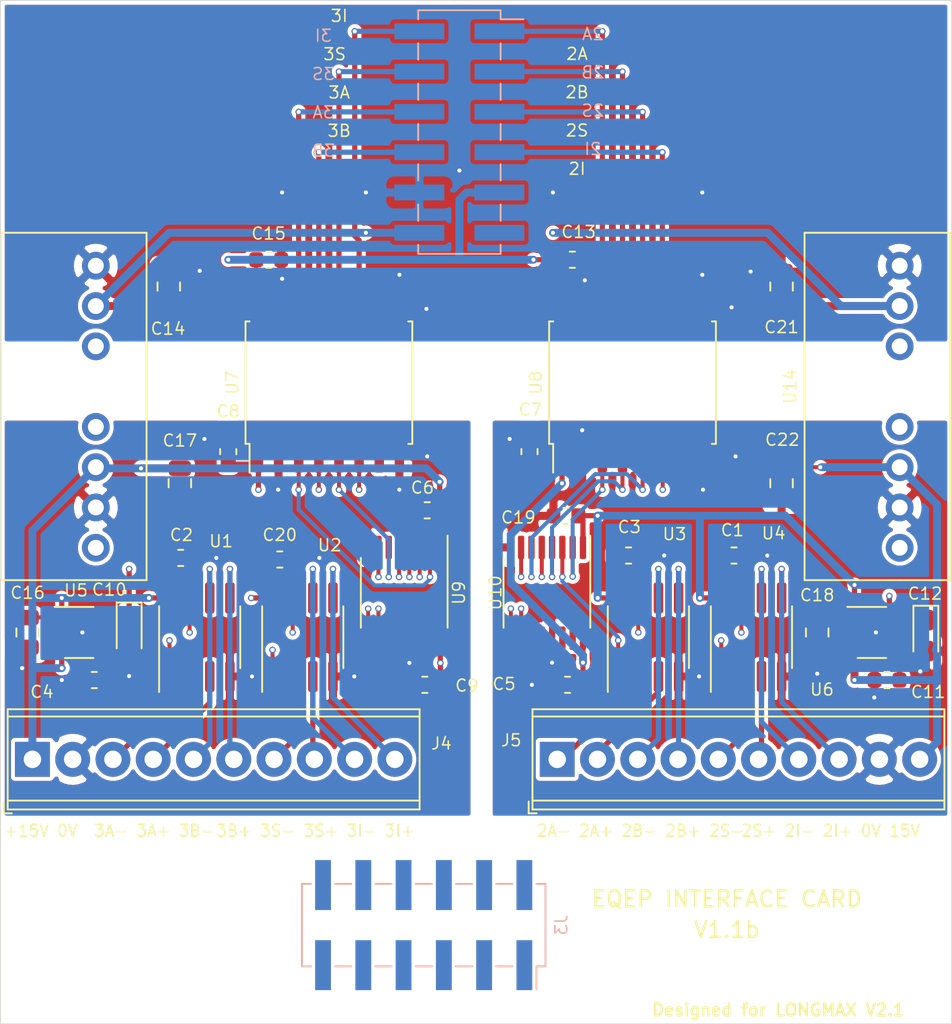
<source format=kicad_pcb>
(kicad_pcb (version 20171130) (host pcbnew "(5.1.6)-1")

  (general
    (thickness 1.6)
    (drawings 27)
    (tracks 456)
    (zones 0)
    (modules 38)
    (nets 52)
  )

  (page A0)
  (layers
    (0 F.Cu signal hide)
    (1 In1.Cu signal hide)
    (2 In2.Cu signal hide)
    (31 B.Cu signal hide)
    (32 B.Adhes user)
    (33 F.Adhes user)
    (34 B.Paste user)
    (35 F.Paste user)
    (36 B.SilkS user)
    (37 F.SilkS user)
    (38 B.Mask user)
    (39 F.Mask user)
    (40 Dwgs.User user)
    (41 Cmts.User user hide)
    (42 Eco1.User user)
    (43 Eco2.User user)
    (44 Edge.Cuts user)
    (45 Margin user)
    (46 B.CrtYd user)
    (47 F.CrtYd user)
    (48 B.Fab user)
    (49 F.Fab user hide)
  )

  (setup
    (last_trace_width 0.6)
    (user_trace_width 0.22)
    (user_trace_width 0.254)
    (user_trace_width 0.33)
    (user_trace_width 0.4)
    (user_trace_width 0.5)
    (user_trace_width 0.8)
    (user_trace_width 1.3)
    (user_trace_width 1.8)
    (user_trace_width 2)
    (user_trace_width 3)
    (user_trace_width 4)
    (user_trace_width 5)
    (user_trace_width 10)
    (trace_clearance 0.2)
    (zone_clearance 0.254)
    (zone_45_only no)
    (trace_min 0)
    (via_size 0.41)
    (via_drill 0.255)
    (via_min_size 0.4)
    (via_min_drill 0.254)
    (user_via 0.4 0.3)
    (user_via 0.41 0.255)
    (user_via 0.5 0.35)
    (user_via 1.3 0.9)
    (user_via 1.8 1.3)
    (uvia_size 0.3)
    (uvia_drill 0.2)
    (uvias_allowed no)
    (uvia_min_size 0.2)
    (uvia_min_drill 0.1)
    (edge_width 0.05)
    (segment_width 0.2)
    (pcb_text_width 0.3)
    (pcb_text_size 1.5 1.5)
    (mod_edge_width 0.28)
    (mod_text_size 1 1)
    (mod_text_width 0.15)
    (pad_size 1.3 1.05)
    (pad_drill 0)
    (pad_to_mask_clearance 0.051)
    (solder_mask_min_width 0.25)
    (aux_axis_origin 0 0)
    (visible_elements 7FFFEF7F)
    (pcbplotparams
      (layerselection 0x010fc_ffffffff)
      (usegerberextensions false)
      (usegerberattributes false)
      (usegerberadvancedattributes false)
      (creategerberjobfile false)
      (excludeedgelayer true)
      (linewidth 0.100000)
      (plotframeref false)
      (viasonmask false)
      (mode 1)
      (useauxorigin false)
      (hpglpennumber 1)
      (hpglpenspeed 20)
      (hpglpendiameter 15.000000)
      (psnegative false)
      (psa4output false)
      (plotreference true)
      (plotvalue true)
      (plotinvisibletext false)
      (padsonsilk false)
      (subtractmaskfromsilk false)
      (outputformat 1)
      (mirror false)
      (drillshape 0)
      (scaleselection 1)
      (outputdirectory "Gerbers/"))
  )

  (net 0 "")
  (net 1 GND)
  (net 2 +3V3)
  (net 3 +12V)
  (net 4 EQEP3A)
  (net 5 EQEP3S)
  (net 6 EQEP2A)
  (net 7 EQEP2S)
  (net 8 EQEP3B)
  (net 9 EQEP2B)
  (net 10 EQEP3A-)
  (net 11 EQEP3B-)
  (net 12 EQEP3S-)
  (net 13 EQEP2A+)
  (net 14 EQEP2B+)
  (net 15 EQEP2S+)
  (net 16 EQEP3A+)
  (net 17 EQEP3B+)
  (net 18 EQEP3S+)
  (net 19 EQEP2A-)
  (net 20 EQEP2B-)
  (net 21 EQEP2S-)
  (net 22 +15V_A)
  (net 23 +15V_B)
  (net 24 EQEP3I+)
  (net 25 EQEP3I-)
  (net 26 EQEP2I+)
  (net 27 EQEP2I-)
  (net 28 EQEP2I)
  (net 29 EQEP3I)
  (net 30 +5V_B)
  (net 31 +5V_A)
  (net 32 GND_B)
  (net 33 GND_A)
  (net 34 "Net-(C4-Pad2)")
  (net 35 "Net-(C11-Pad2)")
  (net 36 EQEP3B_15V)
  (net 37 EQEP3A_15V)
  (net 38 EQEP3I_15V)
  (net 39 EQEP3S_15V)
  (net 40 EQEP2B_15V)
  (net 41 EQEP2A_15V)
  (net 42 EQEP2I_15V)
  (net 43 EQEP2S_15V)
  (net 44 EQEP3I_5V)
  (net 45 EQEP3S_5V)
  (net 46 EQEP3B_5V)
  (net 47 EQEP3A_5V)
  (net 48 EQEP2I_5V)
  (net 49 EQEP2S_5V)
  (net 50 EQEP2B_5V)
  (net 51 EQEP2A_5V)

  (net_class Default "This is the default net class."
    (clearance 0.2)
    (trace_width 0.6)
    (via_dia 0.41)
    (via_drill 0.255)
    (uvia_dia 0.3)
    (uvia_drill 0.2)
    (diff_pair_width 0.22)
    (diff_pair_gap 0.25)
    (add_net +12V)
    (add_net +15V_A)
    (add_net +15V_B)
    (add_net +3V3)
    (add_net +5V_A)
    (add_net +5V_B)
    (add_net EQEP2A)
    (add_net EQEP2A+)
    (add_net EQEP2A-)
    (add_net EQEP2A_15V)
    (add_net EQEP2A_5V)
    (add_net EQEP2B)
    (add_net EQEP2B+)
    (add_net EQEP2B-)
    (add_net EQEP2B_15V)
    (add_net EQEP2B_5V)
    (add_net EQEP2I)
    (add_net EQEP2I+)
    (add_net EQEP2I-)
    (add_net EQEP2I_15V)
    (add_net EQEP2I_5V)
    (add_net EQEP2S)
    (add_net EQEP2S+)
    (add_net EQEP2S-)
    (add_net EQEP2S_15V)
    (add_net EQEP2S_5V)
    (add_net EQEP3A)
    (add_net EQEP3A+)
    (add_net EQEP3A-)
    (add_net EQEP3A_15V)
    (add_net EQEP3A_5V)
    (add_net EQEP3B)
    (add_net EQEP3B+)
    (add_net EQEP3B-)
    (add_net EQEP3B_15V)
    (add_net EQEP3B_5V)
    (add_net EQEP3I)
    (add_net EQEP3I+)
    (add_net EQEP3I-)
    (add_net EQEP3I_15V)
    (add_net EQEP3I_5V)
    (add_net EQEP3S)
    (add_net EQEP3S+)
    (add_net EQEP3S-)
    (add_net EQEP3S_15V)
    (add_net EQEP3S_5V)
    (add_net GND)
    (add_net GND_A)
    (add_net GND_B)
    (add_net "Net-(C11-Pad2)")
    (add_net "Net-(C4-Pad2)")
  )

  (module Package_SO:TSSOP-16_4.4x5mm_P0.65mm (layer F.Cu) (tedit 5E476F32) (tstamp 5FC48FA6)
    (at 457.1 684 270)
    (descr "TSSOP, 16 Pin (JEDEC MO-153 Var AB https://www.jedec.org/document_search?search_api_views_fulltext=MO-153), generated with kicad-footprint-generator ipc_gullwing_generator.py")
    (tags "TSSOP SO")
    (path /6142564A)
    (attr smd)
    (fp_text reference U10 (at 0 3.25 90) (layer F.SilkS)
      (effects (font (size 0.75 0.75) (thickness 0.1)))
    )
    (fp_text value MC14504B (at 0 3.45 90) (layer F.Fab)
      (effects (font (size 1 1) (thickness 0.15)))
    )
    (fp_line (start 3.85 -2.75) (end -3.85 -2.75) (layer F.CrtYd) (width 0.05))
    (fp_line (start 3.85 2.75) (end 3.85 -2.75) (layer F.CrtYd) (width 0.05))
    (fp_line (start -3.85 2.75) (end 3.85 2.75) (layer F.CrtYd) (width 0.05))
    (fp_line (start -3.85 -2.75) (end -3.85 2.75) (layer F.CrtYd) (width 0.05))
    (fp_line (start -2.2 -1.5) (end -1.2 -2.5) (layer F.Fab) (width 0.1))
    (fp_line (start -2.2 2.5) (end -2.2 -1.5) (layer F.Fab) (width 0.1))
    (fp_line (start 2.2 2.5) (end -2.2 2.5) (layer F.Fab) (width 0.1))
    (fp_line (start 2.2 -2.5) (end 2.2 2.5) (layer F.Fab) (width 0.1))
    (fp_line (start -1.2 -2.5) (end 2.2 -2.5) (layer F.Fab) (width 0.1))
    (fp_line (start 0 -2.735) (end -3.6 -2.735) (layer F.SilkS) (width 0.12))
    (fp_line (start 0 -2.735) (end 2.2 -2.735) (layer F.SilkS) (width 0.12))
    (fp_line (start 0 2.735) (end -2.2 2.735) (layer F.SilkS) (width 0.12))
    (fp_line (start 0 2.735) (end 2.2 2.735) (layer F.SilkS) (width 0.12))
    (fp_text user %R (at 0 0 90) (layer F.Fab)
      (effects (font (size 0.75 0.75) (thickness 0.1)))
    )
    (pad 16 smd roundrect (at 2.8625 -2.275 270) (size 1.475 0.4) (layers F.Cu F.Paste F.Mask) (roundrect_rratio 0.25)
      (net 30 +5V_B))
    (pad 15 smd roundrect (at 2.8625 -1.625 270) (size 1.475 0.4) (layers F.Cu F.Paste F.Mask) (roundrect_rratio 0.25))
    (pad 14 smd roundrect (at 2.8625 -0.975 270) (size 1.475 0.4) (layers F.Cu F.Paste F.Mask) (roundrect_rratio 0.25))
    (pad 13 smd roundrect (at 2.8625 -0.325 270) (size 1.475 0.4) (layers F.Cu F.Paste F.Mask) (roundrect_rratio 0.25)
      (net 32 GND_B))
    (pad 12 smd roundrect (at 2.8625 0.325 270) (size 1.475 0.4) (layers F.Cu F.Paste F.Mask) (roundrect_rratio 0.25))
    (pad 11 smd roundrect (at 2.8625 0.975 270) (size 1.475 0.4) (layers F.Cu F.Paste F.Mask) (roundrect_rratio 0.25))
    (pad 10 smd roundrect (at 2.8625 1.625 270) (size 1.475 0.4) (layers F.Cu F.Paste F.Mask) (roundrect_rratio 0.25)
      (net 48 EQEP2I_5V))
    (pad 9 smd roundrect (at 2.8625 2.275 270) (size 1.475 0.4) (layers F.Cu F.Paste F.Mask) (roundrect_rratio 0.25)
      (net 42 EQEP2I_15V))
    (pad 8 smd roundrect (at -2.8625 2.275 270) (size 1.475 0.4) (layers F.Cu F.Paste F.Mask) (roundrect_rratio 0.25)
      (net 32 GND_B))
    (pad 7 smd roundrect (at -2.8625 1.625 270) (size 1.475 0.4) (layers F.Cu F.Paste F.Mask) (roundrect_rratio 0.25)
      (net 43 EQEP2S_15V))
    (pad 6 smd roundrect (at -2.8625 0.975 270) (size 1.475 0.4) (layers F.Cu F.Paste F.Mask) (roundrect_rratio 0.25)
      (net 49 EQEP2S_5V))
    (pad 5 smd roundrect (at -2.8625 0.325 270) (size 1.475 0.4) (layers F.Cu F.Paste F.Mask) (roundrect_rratio 0.25)
      (net 40 EQEP2B_15V))
    (pad 4 smd roundrect (at -2.8625 -0.325 270) (size 1.475 0.4) (layers F.Cu F.Paste F.Mask) (roundrect_rratio 0.25)
      (net 50 EQEP2B_5V))
    (pad 3 smd roundrect (at -2.8625 -0.975 270) (size 1.475 0.4) (layers F.Cu F.Paste F.Mask) (roundrect_rratio 0.25)
      (net 41 EQEP2A_15V))
    (pad 2 smd roundrect (at -2.8625 -1.625 270) (size 1.475 0.4) (layers F.Cu F.Paste F.Mask) (roundrect_rratio 0.25)
      (net 51 EQEP2A_5V))
    (pad 1 smd roundrect (at -2.8625 -2.275 270) (size 1.475 0.4) (layers F.Cu F.Paste F.Mask) (roundrect_rratio 0.25)
      (net 23 +15V_B))
    (model ${KISYS3DMOD}/Package_SO.3dshapes/TSSOP-16_4.4x5mm_P0.65mm.wrl
      (at (xyz 0 0 0))
      (scale (xyz 1 1 1))
      (rotate (xyz 0 0 0))
    )
  )

  (module Capacitor_SMD:C_0603_1608Metric (layer F.Cu) (tedit 5B301BBE) (tstamp 5FC48B1E)
    (at 440.25 681.9 180)
    (descr "Capacitor SMD 0603 (1608 Metric), square (rectangular) end terminal, IPC_7351 nominal, (Body size source: http://www.tortai-tech.com/upload/download/2011102023233369053.pdf), generated with kicad-footprint-generator")
    (tags capacitor)
    (path /61338FFA)
    (attr smd)
    (fp_text reference C20 (at 0 1.55) (layer F.SilkS)
      (effects (font (size 0.75 0.75) (thickness 0.1)))
    )
    (fp_text value "100n 25V" (at 0 1.43) (layer F.Fab)
      (effects (font (size 1 1) (thickness 0.15)))
    )
    (fp_line (start 1.48 0.73) (end -1.48 0.73) (layer F.CrtYd) (width 0.05))
    (fp_line (start 1.48 -0.73) (end 1.48 0.73) (layer F.CrtYd) (width 0.05))
    (fp_line (start -1.48 -0.73) (end 1.48 -0.73) (layer F.CrtYd) (width 0.05))
    (fp_line (start -1.48 0.73) (end -1.48 -0.73) (layer F.CrtYd) (width 0.05))
    (fp_line (start -0.162779 0.51) (end 0.162779 0.51) (layer F.SilkS) (width 0.12))
    (fp_line (start -0.162779 -0.51) (end 0.162779 -0.51) (layer F.SilkS) (width 0.12))
    (fp_line (start 0.8 0.4) (end -0.8 0.4) (layer F.Fab) (width 0.1))
    (fp_line (start 0.8 -0.4) (end 0.8 0.4) (layer F.Fab) (width 0.1))
    (fp_line (start -0.8 -0.4) (end 0.8 -0.4) (layer F.Fab) (width 0.1))
    (fp_line (start -0.8 0.4) (end -0.8 -0.4) (layer F.Fab) (width 0.1))
    (fp_text user %R (at 0 0) (layer F.Fab)
      (effects (font (size 0.75 0.75) (thickness 0.1)))
    )
    (pad 2 smd roundrect (at 0.7875 0 180) (size 0.875 0.95) (layers F.Cu F.Paste F.Mask) (roundrect_rratio 0.25)
      (net 22 +15V_A))
    (pad 1 smd roundrect (at -0.7875 0 180) (size 0.875 0.95) (layers F.Cu F.Paste F.Mask) (roundrect_rratio 0.25)
      (net 33 GND_A))
    (model ${KISYS3DMOD}/Capacitor_SMD.3dshapes/C_0603_1608Metric.wrl
      (at (xyz 0 0 0))
      (scale (xyz 1 1 1))
      (rotate (xyz 0 0 0))
    )
  )

  (module Capacitor_SMD:C_0603_1608Metric (layer F.Cu) (tedit 5B301BBE) (tstamp 5FC48B0D)
    (at 458.3 679.15)
    (descr "Capacitor SMD 0603 (1608 Metric), square (rectangular) end terminal, IPC_7351 nominal, (Body size source: http://www.tortai-tech.com/upload/download/2011102023233369053.pdf), generated with kicad-footprint-generator")
    (tags capacitor)
    (path /612EBF94)
    (attr smd)
    (fp_text reference C19 (at -3 0.1) (layer F.SilkS)
      (effects (font (size 0.75 0.75) (thickness 0.1)))
    )
    (fp_text value "100n 25V" (at 0 1.43) (layer F.Fab)
      (effects (font (size 1 1) (thickness 0.15)))
    )
    (fp_line (start 1.48 0.73) (end -1.48 0.73) (layer F.CrtYd) (width 0.05))
    (fp_line (start 1.48 -0.73) (end 1.48 0.73) (layer F.CrtYd) (width 0.05))
    (fp_line (start -1.48 -0.73) (end 1.48 -0.73) (layer F.CrtYd) (width 0.05))
    (fp_line (start -1.48 0.73) (end -1.48 -0.73) (layer F.CrtYd) (width 0.05))
    (fp_line (start -0.162779 0.51) (end 0.162779 0.51) (layer F.SilkS) (width 0.12))
    (fp_line (start -0.162779 -0.51) (end 0.162779 -0.51) (layer F.SilkS) (width 0.12))
    (fp_line (start 0.8 0.4) (end -0.8 0.4) (layer F.Fab) (width 0.1))
    (fp_line (start 0.8 -0.4) (end 0.8 0.4) (layer F.Fab) (width 0.1))
    (fp_line (start -0.8 -0.4) (end 0.8 -0.4) (layer F.Fab) (width 0.1))
    (fp_line (start -0.8 0.4) (end -0.8 -0.4) (layer F.Fab) (width 0.1))
    (fp_text user %R (at 0 0) (layer F.Fab)
      (effects (font (size 0.75 0.75) (thickness 0.1)))
    )
    (pad 2 smd roundrect (at 0.7875 0) (size 0.875 0.95) (layers F.Cu F.Paste F.Mask) (roundrect_rratio 0.25)
      (net 23 +15V_B))
    (pad 1 smd roundrect (at -0.7875 0) (size 0.875 0.95) (layers F.Cu F.Paste F.Mask) (roundrect_rratio 0.25)
      (net 32 GND_B))
    (model ${KISYS3DMOD}/Capacitor_SMD.3dshapes/C_0603_1608Metric.wrl
      (at (xyz 0 0 0))
      (scale (xyz 1 1 1))
      (rotate (xyz 0 0 0))
    )
  )

  (module Package_SO:TSSOP-16_4.4x5mm_P0.65mm (layer F.Cu) (tedit 5E476F32) (tstamp 5FC47956)
    (at 448.1 684 270)
    (descr "TSSOP, 16 Pin (JEDEC MO-153 Var AB https://www.jedec.org/document_search?search_api_views_fulltext=MO-153), generated with kicad-footprint-generator ipc_gullwing_generator.py")
    (tags "TSSOP SO")
    (path /6105D5DA)
    (attr smd)
    (fp_text reference U9 (at 0 -3.45 90) (layer F.SilkS)
      (effects (font (size 0.75 0.75) (thickness 0.1)))
    )
    (fp_text value MC14504B (at 0 3.45 90) (layer F.Fab)
      (effects (font (size 1 1) (thickness 0.15)))
    )
    (fp_line (start 3.85 -2.75) (end -3.85 -2.75) (layer F.CrtYd) (width 0.05))
    (fp_line (start 3.85 2.75) (end 3.85 -2.75) (layer F.CrtYd) (width 0.05))
    (fp_line (start -3.85 2.75) (end 3.85 2.75) (layer F.CrtYd) (width 0.05))
    (fp_line (start -3.85 -2.75) (end -3.85 2.75) (layer F.CrtYd) (width 0.05))
    (fp_line (start -2.2 -1.5) (end -1.2 -2.5) (layer F.Fab) (width 0.1))
    (fp_line (start -2.2 2.5) (end -2.2 -1.5) (layer F.Fab) (width 0.1))
    (fp_line (start 2.2 2.5) (end -2.2 2.5) (layer F.Fab) (width 0.1))
    (fp_line (start 2.2 -2.5) (end 2.2 2.5) (layer F.Fab) (width 0.1))
    (fp_line (start -1.2 -2.5) (end 2.2 -2.5) (layer F.Fab) (width 0.1))
    (fp_line (start 0 -2.735) (end -3.6 -2.735) (layer F.SilkS) (width 0.12))
    (fp_line (start 0 -2.735) (end 2.2 -2.735) (layer F.SilkS) (width 0.12))
    (fp_line (start 0 2.735) (end -2.2 2.735) (layer F.SilkS) (width 0.12))
    (fp_line (start 0 2.735) (end 2.2 2.735) (layer F.SilkS) (width 0.12))
    (fp_text user %R (at 0 0 90) (layer F.Fab)
      (effects (font (size 0.75 0.75) (thickness 0.1)))
    )
    (pad 16 smd roundrect (at 2.8625 -2.275 270) (size 1.475 0.4) (layers F.Cu F.Paste F.Mask) (roundrect_rratio 0.25)
      (net 31 +5V_A))
    (pad 15 smd roundrect (at 2.8625 -1.625 270) (size 1.475 0.4) (layers F.Cu F.Paste F.Mask) (roundrect_rratio 0.25))
    (pad 14 smd roundrect (at 2.8625 -0.975 270) (size 1.475 0.4) (layers F.Cu F.Paste F.Mask) (roundrect_rratio 0.25))
    (pad 13 smd roundrect (at 2.8625 -0.325 270) (size 1.475 0.4) (layers F.Cu F.Paste F.Mask) (roundrect_rratio 0.25)
      (net 33 GND_A))
    (pad 12 smd roundrect (at 2.8625 0.325 270) (size 1.475 0.4) (layers F.Cu F.Paste F.Mask) (roundrect_rratio 0.25))
    (pad 11 smd roundrect (at 2.8625 0.975 270) (size 1.475 0.4) (layers F.Cu F.Paste F.Mask) (roundrect_rratio 0.25))
    (pad 10 smd roundrect (at 2.8625 1.625 270) (size 1.475 0.4) (layers F.Cu F.Paste F.Mask) (roundrect_rratio 0.25)
      (net 44 EQEP3I_5V))
    (pad 9 smd roundrect (at 2.8625 2.275 270) (size 1.475 0.4) (layers F.Cu F.Paste F.Mask) (roundrect_rratio 0.25)
      (net 38 EQEP3I_15V))
    (pad 8 smd roundrect (at -2.8625 2.275 270) (size 1.475 0.4) (layers F.Cu F.Paste F.Mask) (roundrect_rratio 0.25)
      (net 33 GND_A))
    (pad 7 smd roundrect (at -2.8625 1.625 270) (size 1.475 0.4) (layers F.Cu F.Paste F.Mask) (roundrect_rratio 0.25)
      (net 39 EQEP3S_15V))
    (pad 6 smd roundrect (at -2.8625 0.975 270) (size 1.475 0.4) (layers F.Cu F.Paste F.Mask) (roundrect_rratio 0.25)
      (net 45 EQEP3S_5V))
    (pad 5 smd roundrect (at -2.8625 0.325 270) (size 1.475 0.4) (layers F.Cu F.Paste F.Mask) (roundrect_rratio 0.25)
      (net 36 EQEP3B_15V))
    (pad 4 smd roundrect (at -2.8625 -0.325 270) (size 1.475 0.4) (layers F.Cu F.Paste F.Mask) (roundrect_rratio 0.25)
      (net 46 EQEP3B_5V))
    (pad 3 smd roundrect (at -2.8625 -0.975 270) (size 1.475 0.4) (layers F.Cu F.Paste F.Mask) (roundrect_rratio 0.25)
      (net 37 EQEP3A_15V))
    (pad 2 smd roundrect (at -2.8625 -1.625 270) (size 1.475 0.4) (layers F.Cu F.Paste F.Mask) (roundrect_rratio 0.25)
      (net 47 EQEP3A_5V))
    (pad 1 smd roundrect (at -2.8625 -2.275 270) (size 1.475 0.4) (layers F.Cu F.Paste F.Mask) (roundrect_rratio 0.25)
      (net 22 +15V_A))
    (model ${KISYS3DMOD}/Package_SO.3dshapes/TSSOP-16_4.4x5mm_P0.65mm.wrl
      (at (xyz 0 0 0))
      (scale (xyz 1 1 1))
      (rotate (xyz 0 0 0))
    )
  )

  (module Capacitor_SMD:C_0805_2012Metric (layer F.Cu) (tedit 5B36C52B) (tstamp 5FC453EE)
    (at 474.15 686.5 270)
    (descr "Capacitor SMD 0805 (2012 Metric), square (rectangular) end terminal, IPC_7351 nominal, (Body size source: https://docs.google.com/spreadsheets/d/1BsfQQcO9C6DZCsRaXUlFlo91Tg2WpOkGARC1WS5S8t0/edit?usp=sharing), generated with kicad-footprint-generator")
    (tags capacitor)
    (path /60FF20E3)
    (attr smd)
    (fp_text reference C18 (at -2.35 0 180) (layer F.SilkS)
      (effects (font (size 0.75 0.75) (thickness 0.1)))
    )
    (fp_text value "1u 25V" (at 0 1.65 90) (layer F.Fab)
      (effects (font (size 1 1) (thickness 0.15)))
    )
    (fp_line (start 1.68 0.95) (end -1.68 0.95) (layer F.CrtYd) (width 0.05))
    (fp_line (start 1.68 -0.95) (end 1.68 0.95) (layer F.CrtYd) (width 0.05))
    (fp_line (start -1.68 -0.95) (end 1.68 -0.95) (layer F.CrtYd) (width 0.05))
    (fp_line (start -1.68 0.95) (end -1.68 -0.95) (layer F.CrtYd) (width 0.05))
    (fp_line (start -0.258578 0.71) (end 0.258578 0.71) (layer F.SilkS) (width 0.12))
    (fp_line (start -0.258578 -0.71) (end 0.258578 -0.71) (layer F.SilkS) (width 0.12))
    (fp_line (start 1 0.6) (end -1 0.6) (layer F.Fab) (width 0.1))
    (fp_line (start 1 -0.6) (end 1 0.6) (layer F.Fab) (width 0.1))
    (fp_line (start -1 -0.6) (end 1 -0.6) (layer F.Fab) (width 0.1))
    (fp_line (start -1 0.6) (end -1 -0.6) (layer F.Fab) (width 0.1))
    (fp_text user %R (at 0 0 90) (layer F.Fab)
      (effects (font (size 0.75 0.75) (thickness 0.1)))
    )
    (pad 2 smd roundrect (at 0.9375 0 270) (size 0.975 1.4) (layers F.Cu F.Paste F.Mask) (roundrect_rratio 0.25)
      (net 32 GND_B))
    (pad 1 smd roundrect (at -0.9375 0 270) (size 0.975 1.4) (layers F.Cu F.Paste F.Mask) (roundrect_rratio 0.25)
      (net 23 +15V_B))
    (model ${KISYS3DMOD}/Capacitor_SMD.3dshapes/C_0805_2012Metric.wrl
      (at (xyz 0 0 0))
      (scale (xyz 1 1 1))
      (rotate (xyz 0 0 0))
    )
  )

  (module Capacitor_SMD:C_0805_2012Metric (layer F.Cu) (tedit 5B36C52B) (tstamp 5FC453BD)
    (at 424.35 686.5 270)
    (descr "Capacitor SMD 0805 (2012 Metric), square (rectangular) end terminal, IPC_7351 nominal, (Body size source: https://docs.google.com/spreadsheets/d/1BsfQQcO9C6DZCsRaXUlFlo91Tg2WpOkGARC1WS5S8t0/edit?usp=sharing), generated with kicad-footprint-generator")
    (tags capacitor)
    (path /61030BE7)
    (attr smd)
    (fp_text reference C16 (at -2.5 0 180) (layer F.SilkS)
      (effects (font (size 0.75 0.75) (thickness 0.1)))
    )
    (fp_text value "1u 25V" (at 0 1.65 90) (layer F.Fab)
      (effects (font (size 1 1) (thickness 0.15)))
    )
    (fp_line (start 1.68 0.95) (end -1.68 0.95) (layer F.CrtYd) (width 0.05))
    (fp_line (start 1.68 -0.95) (end 1.68 0.95) (layer F.CrtYd) (width 0.05))
    (fp_line (start -1.68 -0.95) (end 1.68 -0.95) (layer F.CrtYd) (width 0.05))
    (fp_line (start -1.68 0.95) (end -1.68 -0.95) (layer F.CrtYd) (width 0.05))
    (fp_line (start -0.258578 0.71) (end 0.258578 0.71) (layer F.SilkS) (width 0.12))
    (fp_line (start -0.258578 -0.71) (end 0.258578 -0.71) (layer F.SilkS) (width 0.12))
    (fp_line (start 1 0.6) (end -1 0.6) (layer F.Fab) (width 0.1))
    (fp_line (start 1 -0.6) (end 1 0.6) (layer F.Fab) (width 0.1))
    (fp_line (start -1 -0.6) (end 1 -0.6) (layer F.Fab) (width 0.1))
    (fp_line (start -1 0.6) (end -1 -0.6) (layer F.Fab) (width 0.1))
    (fp_text user %R (at 0 0 90) (layer F.Fab)
      (effects (font (size 0.75 0.75) (thickness 0.1)))
    )
    (pad 2 smd roundrect (at 0.9375 0 270) (size 0.975 1.4) (layers F.Cu F.Paste F.Mask) (roundrect_rratio 0.25)
      (net 33 GND_A))
    (pad 1 smd roundrect (at -0.9375 0 270) (size 0.975 1.4) (layers F.Cu F.Paste F.Mask) (roundrect_rratio 0.25)
      (net 22 +15V_A))
    (model ${KISYS3DMOD}/Capacitor_SMD.3dshapes/C_0805_2012Metric.wrl
      (at (xyz 0 0 0))
      (scale (xyz 1 1 1))
      (rotate (xyz 0 0 0))
    )
  )

  (module Package_TO_SOT_SMD:SOT-23-5 (layer F.Cu) (tedit 5A02FF57) (tstamp 5FC449D9)
    (at 477.6 686.5)
    (descr "5-pin SOT23 package")
    (tags SOT-23-5)
    (path /60ED096A)
    (attr smd)
    (fp_text reference U6 (at -3.15 3.6) (layer F.SilkS)
      (effects (font (size 0.75 0.75) (thickness 0.1)))
    )
    (fp_text value MIC5205-5.0YM5 (at 0 2.9) (layer F.Fab)
      (effects (font (size 1 1) (thickness 0.15)))
    )
    (fp_line (start 0.9 -1.55) (end 0.9 1.55) (layer F.Fab) (width 0.1))
    (fp_line (start 0.9 1.55) (end -0.9 1.55) (layer F.Fab) (width 0.1))
    (fp_line (start -0.9 -0.9) (end -0.9 1.55) (layer F.Fab) (width 0.1))
    (fp_line (start 0.9 -1.55) (end -0.25 -1.55) (layer F.Fab) (width 0.1))
    (fp_line (start -0.9 -0.9) (end -0.25 -1.55) (layer F.Fab) (width 0.1))
    (fp_line (start -1.9 1.8) (end -1.9 -1.8) (layer F.CrtYd) (width 0.05))
    (fp_line (start 1.9 1.8) (end -1.9 1.8) (layer F.CrtYd) (width 0.05))
    (fp_line (start 1.9 -1.8) (end 1.9 1.8) (layer F.CrtYd) (width 0.05))
    (fp_line (start -1.9 -1.8) (end 1.9 -1.8) (layer F.CrtYd) (width 0.05))
    (fp_line (start 0.9 -1.61) (end -1.55 -1.61) (layer F.SilkS) (width 0.12))
    (fp_line (start -0.9 1.61) (end 0.9 1.61) (layer F.SilkS) (width 0.12))
    (fp_text user %R (at 0 0 90) (layer F.Fab)
      (effects (font (size 0.75 0.75) (thickness 0.1)))
    )
    (pad 5 smd rect (at 1.1 -0.95) (size 1.06 0.65) (layers F.Cu F.Paste F.Mask)
      (net 30 +5V_B))
    (pad 4 smd rect (at 1.1 0.95) (size 1.06 0.65) (layers F.Cu F.Paste F.Mask)
      (net 35 "Net-(C11-Pad2)"))
    (pad 3 smd rect (at -1.1 0.95) (size 1.06 0.65) (layers F.Cu F.Paste F.Mask)
      (net 23 +15V_B))
    (pad 2 smd rect (at -1.1 0) (size 1.06 0.65) (layers F.Cu F.Paste F.Mask)
      (net 32 GND_B))
    (pad 1 smd rect (at -1.1 -0.95) (size 1.06 0.65) (layers F.Cu F.Paste F.Mask)
      (net 23 +15V_B))
    (model ${KISYS3DMOD}/Package_TO_SOT_SMD.3dshapes/SOT-23-5.wrl
      (at (xyz 0 0 0))
      (scale (xyz 1 1 1))
      (rotate (xyz 0 0 0))
    )
  )

  (module Package_TO_SOT_SMD:SOT-23-5 (layer F.Cu) (tedit 5A02FF57) (tstamp 5FC449C4)
    (at 427.6 686.5)
    (descr "5-pin SOT23 package")
    (tags SOT-23-5)
    (path /60F20B3C)
    (attr smd)
    (fp_text reference U5 (at -0.2 -2.65) (layer F.SilkS)
      (effects (font (size 0.75 0.75) (thickness 0.1)))
    )
    (fp_text value MIC5205-5.0YM5 (at 0 2.9) (layer F.Fab)
      (effects (font (size 1 1) (thickness 0.15)))
    )
    (fp_line (start 0.9 -1.55) (end 0.9 1.55) (layer F.Fab) (width 0.1))
    (fp_line (start 0.9 1.55) (end -0.9 1.55) (layer F.Fab) (width 0.1))
    (fp_line (start -0.9 -0.9) (end -0.9 1.55) (layer F.Fab) (width 0.1))
    (fp_line (start 0.9 -1.55) (end -0.25 -1.55) (layer F.Fab) (width 0.1))
    (fp_line (start -0.9 -0.9) (end -0.25 -1.55) (layer F.Fab) (width 0.1))
    (fp_line (start -1.9 1.8) (end -1.9 -1.8) (layer F.CrtYd) (width 0.05))
    (fp_line (start 1.9 1.8) (end -1.9 1.8) (layer F.CrtYd) (width 0.05))
    (fp_line (start 1.9 -1.8) (end 1.9 1.8) (layer F.CrtYd) (width 0.05))
    (fp_line (start -1.9 -1.8) (end 1.9 -1.8) (layer F.CrtYd) (width 0.05))
    (fp_line (start 0.9 -1.61) (end -1.55 -1.61) (layer F.SilkS) (width 0.12))
    (fp_line (start -0.9 1.61) (end 0.9 1.61) (layer F.SilkS) (width 0.12))
    (fp_text user %R (at 0 0 90) (layer F.Fab)
      (effects (font (size 0.75 0.75) (thickness 0.1)))
    )
    (pad 5 smd rect (at 1.1 -0.95) (size 1.06 0.65) (layers F.Cu F.Paste F.Mask)
      (net 31 +5V_A))
    (pad 4 smd rect (at 1.1 0.95) (size 1.06 0.65) (layers F.Cu F.Paste F.Mask)
      (net 34 "Net-(C4-Pad2)"))
    (pad 3 smd rect (at -1.1 0.95) (size 1.06 0.65) (layers F.Cu F.Paste F.Mask)
      (net 22 +15V_A))
    (pad 2 smd rect (at -1.1 0) (size 1.06 0.65) (layers F.Cu F.Paste F.Mask)
      (net 33 GND_A))
    (pad 1 smd rect (at -1.1 -0.95) (size 1.06 0.65) (layers F.Cu F.Paste F.Mask)
      (net 22 +15V_A))
    (model ${KISYS3DMOD}/Package_TO_SOT_SMD.3dshapes/SOT-23-5.wrl
      (at (xyz 0 0 0))
      (scale (xyz 1 1 1))
      (rotate (xyz 0 0 0))
    )
  )

  (module Capacitor_Tantalum_SMD:CP_EIA-2012-15_AVX-P_Pad1.30x1.05mm_HandSolder (layer F.Cu) (tedit 5B301BBE) (tstamp 5FC445F3)
    (at 481 686.7 270)
    (descr "Tantalum Capacitor SMD AVX-P (2012-15 Metric), IPC_7351 nominal, (Body size from: https://www.vishay.com/docs/40182/tmch.pdf), generated with kicad-footprint-generator")
    (tags "capacitor tantalum")
    (path /60FCB736)
    (attr smd)
    (fp_text reference C12 (at -2.65 0.05 180) (layer F.SilkS)
      (effects (font (size 0.75 0.75) (thickness 0.1)))
    )
    (fp_text value "2.2uF 16V tantalum" (at 0 1.58 90) (layer F.Fab)
      (effects (font (size 1 1) (thickness 0.15)))
    )
    (fp_line (start 1.88 0.88) (end -1.88 0.88) (layer F.CrtYd) (width 0.05))
    (fp_line (start 1.88 -0.88) (end 1.88 0.88) (layer F.CrtYd) (width 0.05))
    (fp_line (start -1.88 -0.88) (end 1.88 -0.88) (layer F.CrtYd) (width 0.05))
    (fp_line (start -1.88 0.88) (end -1.88 -0.88) (layer F.CrtYd) (width 0.05))
    (fp_line (start -1.885 0.785) (end 1 0.785) (layer F.SilkS) (width 0.12))
    (fp_line (start -1.885 -0.785) (end -1.885 0.785) (layer F.SilkS) (width 0.12))
    (fp_line (start 1 -0.785) (end -1.885 -0.785) (layer F.SilkS) (width 0.12))
    (fp_line (start 1 0.625) (end 1 -0.625) (layer F.Fab) (width 0.1))
    (fp_line (start -1 0.625) (end 1 0.625) (layer F.Fab) (width 0.1))
    (fp_line (start -1 -0.3125) (end -1 0.625) (layer F.Fab) (width 0.1))
    (fp_line (start -0.6875 -0.625) (end -1 -0.3125) (layer F.Fab) (width 0.1))
    (fp_line (start 1 -0.625) (end -0.6875 -0.625) (layer F.Fab) (width 0.1))
    (fp_text user %R (at 0 0 90) (layer F.Fab)
      (effects (font (size 0.75 0.75) (thickness 0.1)))
    )
    (pad 2 smd roundrect (at 0.975 0 270) (size 1.3 1.05) (layers F.Cu F.Paste F.Mask) (roundrect_rratio 0.238095)
      (net 32 GND_B))
    (pad 1 smd roundrect (at -0.975 0 270) (size 1.3 1.05) (layers F.Cu F.Paste F.Mask) (roundrect_rratio 0.238095)
      (net 30 +5V_B))
    (model ${KISYS3DMOD}/Capacitor_Tantalum_SMD.3dshapes/CP_EIA-2012-15_AVX-P.wrl
      (at (xyz 0 0 0))
      (scale (xyz 1 1 1))
      (rotate (xyz 0 0 0))
    )
  )

  (module Capacitor_SMD:C_0603_1608Metric (layer F.Cu) (tedit 5B301BBE) (tstamp 5FC445E0)
    (at 478.55 689.5)
    (descr "Capacitor SMD 0603 (1608 Metric), square (rectangular) end terminal, IPC_7351 nominal, (Body size source: http://www.tortai-tech.com/upload/download/2011102023233369053.pdf), generated with kicad-footprint-generator")
    (tags capacitor)
    (path /60F62AA2)
    (attr smd)
    (fp_text reference C11 (at 2.6 0.75) (layer F.SilkS)
      (effects (font (size 0.75 0.75) (thickness 0.1)))
    )
    (fp_text value "470pF 25V" (at 0 1.43) (layer F.Fab)
      (effects (font (size 1 1) (thickness 0.15)))
    )
    (fp_line (start 1.48 0.73) (end -1.48 0.73) (layer F.CrtYd) (width 0.05))
    (fp_line (start 1.48 -0.73) (end 1.48 0.73) (layer F.CrtYd) (width 0.05))
    (fp_line (start -1.48 -0.73) (end 1.48 -0.73) (layer F.CrtYd) (width 0.05))
    (fp_line (start -1.48 0.73) (end -1.48 -0.73) (layer F.CrtYd) (width 0.05))
    (fp_line (start -0.162779 0.51) (end 0.162779 0.51) (layer F.SilkS) (width 0.12))
    (fp_line (start -0.162779 -0.51) (end 0.162779 -0.51) (layer F.SilkS) (width 0.12))
    (fp_line (start 0.8 0.4) (end -0.8 0.4) (layer F.Fab) (width 0.1))
    (fp_line (start 0.8 -0.4) (end 0.8 0.4) (layer F.Fab) (width 0.1))
    (fp_line (start -0.8 -0.4) (end 0.8 -0.4) (layer F.Fab) (width 0.1))
    (fp_line (start -0.8 0.4) (end -0.8 -0.4) (layer F.Fab) (width 0.1))
    (fp_text user %R (at 0 0) (layer F.Fab)
      (effects (font (size 0.75 0.75) (thickness 0.1)))
    )
    (pad 2 smd roundrect (at 0.7875 0) (size 0.875 0.95) (layers F.Cu F.Paste F.Mask) (roundrect_rratio 0.25)
      (net 35 "Net-(C11-Pad2)"))
    (pad 1 smd roundrect (at -0.7875 0) (size 0.875 0.95) (layers F.Cu F.Paste F.Mask) (roundrect_rratio 0.25)
      (net 32 GND_B))
    (model ${KISYS3DMOD}/Capacitor_SMD.3dshapes/C_0603_1608Metric.wrl
      (at (xyz 0 0 0))
      (scale (xyz 1 1 1))
      (rotate (xyz 0 0 0))
    )
  )

  (module Capacitor_Tantalum_SMD:CP_EIA-2012-15_AVX-P_Pad1.30x1.05mm_HandSolder (layer F.Cu) (tedit 5B301BBE) (tstamp 5FC445CF)
    (at 430.75 686.5 270)
    (descr "Tantalum Capacitor SMD AVX-P (2012-15 Metric), IPC_7351 nominal, (Body size from: https://www.vishay.com/docs/40182/tmch.pdf), generated with kicad-footprint-generator")
    (tags "capacitor tantalum")
    (path /60FB2ED6)
    (attr smd)
    (fp_text reference C10 (at -2.7 1.25 180) (layer F.SilkS)
      (effects (font (size 0.75 0.75) (thickness 0.1)))
    )
    (fp_text value "2.2uF 16V tantalum" (at 0 1.58 90) (layer F.Fab)
      (effects (font (size 1 1) (thickness 0.15)))
    )
    (fp_line (start 1.88 0.88) (end -1.88 0.88) (layer F.CrtYd) (width 0.05))
    (fp_line (start 1.88 -0.88) (end 1.88 0.88) (layer F.CrtYd) (width 0.05))
    (fp_line (start -1.88 -0.88) (end 1.88 -0.88) (layer F.CrtYd) (width 0.05))
    (fp_line (start -1.88 0.88) (end -1.88 -0.88) (layer F.CrtYd) (width 0.05))
    (fp_line (start -1.885 0.785) (end 1 0.785) (layer F.SilkS) (width 0.12))
    (fp_line (start -1.885 -0.785) (end -1.885 0.785) (layer F.SilkS) (width 0.12))
    (fp_line (start 1 -0.785) (end -1.885 -0.785) (layer F.SilkS) (width 0.12))
    (fp_line (start 1 0.625) (end 1 -0.625) (layer F.Fab) (width 0.1))
    (fp_line (start -1 0.625) (end 1 0.625) (layer F.Fab) (width 0.1))
    (fp_line (start -1 -0.3125) (end -1 0.625) (layer F.Fab) (width 0.1))
    (fp_line (start -0.6875 -0.625) (end -1 -0.3125) (layer F.Fab) (width 0.1))
    (fp_line (start 1 -0.625) (end -0.6875 -0.625) (layer F.Fab) (width 0.1))
    (fp_text user %R (at 0 0 90) (layer F.Fab)
      (effects (font (size 0.75 0.75) (thickness 0.1)))
    )
    (pad 2 smd roundrect (at 0.975 0 270) (size 1.3 1.05) (layers F.Cu F.Paste F.Mask) (roundrect_rratio 0.238095)
      (net 33 GND_A))
    (pad 1 smd roundrect (at -0.975 0 270) (size 1.3 1.05) (layers F.Cu F.Paste F.Mask) (roundrect_rratio 0.238095)
      (net 31 +5V_A))
    (model ${KISYS3DMOD}/Capacitor_Tantalum_SMD.3dshapes/CP_EIA-2012-15_AVX-P.wrl
      (at (xyz 0 0 0))
      (scale (xyz 1 1 1))
      (rotate (xyz 0 0 0))
    )
  )

  (module Capacitor_SMD:C_0603_1608Metric (layer F.Cu) (tedit 5B301BBE) (tstamp 5FC4451C)
    (at 428.55 689.5)
    (descr "Capacitor SMD 0603 (1608 Metric), square (rectangular) end terminal, IPC_7351 nominal, (Body size source: http://www.tortai-tech.com/upload/download/2011102023233369053.pdf), generated with kicad-footprint-generator")
    (tags capacitor)
    (path /60F2BE6F)
    (attr smd)
    (fp_text reference C4 (at -3.3 0.75) (layer F.SilkS)
      (effects (font (size 0.75 0.75) (thickness 0.1)))
    )
    (fp_text value "470pF 25V" (at 0 1.43) (layer F.Fab)
      (effects (font (size 1 1) (thickness 0.15)))
    )
    (fp_line (start 1.48 0.73) (end -1.48 0.73) (layer F.CrtYd) (width 0.05))
    (fp_line (start 1.48 -0.73) (end 1.48 0.73) (layer F.CrtYd) (width 0.05))
    (fp_line (start -1.48 -0.73) (end 1.48 -0.73) (layer F.CrtYd) (width 0.05))
    (fp_line (start -1.48 0.73) (end -1.48 -0.73) (layer F.CrtYd) (width 0.05))
    (fp_line (start -0.162779 0.51) (end 0.162779 0.51) (layer F.SilkS) (width 0.12))
    (fp_line (start -0.162779 -0.51) (end 0.162779 -0.51) (layer F.SilkS) (width 0.12))
    (fp_line (start 0.8 0.4) (end -0.8 0.4) (layer F.Fab) (width 0.1))
    (fp_line (start 0.8 -0.4) (end 0.8 0.4) (layer F.Fab) (width 0.1))
    (fp_line (start -0.8 -0.4) (end 0.8 -0.4) (layer F.Fab) (width 0.1))
    (fp_line (start -0.8 0.4) (end -0.8 -0.4) (layer F.Fab) (width 0.1))
    (fp_text user %R (at 0 0) (layer F.Fab)
      (effects (font (size 0.75 0.75) (thickness 0.1)))
    )
    (pad 2 smd roundrect (at 0.7875 0) (size 0.875 0.95) (layers F.Cu F.Paste F.Mask) (roundrect_rratio 0.25)
      (net 34 "Net-(C4-Pad2)"))
    (pad 1 smd roundrect (at -0.7875 0) (size 0.875 0.95) (layers F.Cu F.Paste F.Mask) (roundrect_rratio 0.25)
      (net 33 GND_A))
    (model ${KISYS3DMOD}/Capacitor_SMD.3dshapes/C_0603_1608Metric.wrl
      (at (xyz 0 0 0))
      (scale (xyz 1 1 1))
      (rotate (xyz 0 0 0))
    )
  )

  (module custom_footprints:RECOM_RS3 locked (layer F.Cu) (tedit 5F1E2B60) (tstamp 5FC49DA1)
    (at 479.35 671 270)
    (path /5FC98F3D)
    (fp_text reference U14 (at 0 6.9 90) (layer F.SilkS)
      (effects (font (size 0.75 0.75) (thickness 0.1)))
    )
    (fp_text value RS3-1215S (at 0 -4.1 90) (layer F.Fab)
      (effects (font (size 1 1) (thickness 0.15)))
    )
    (fp_line (start -9.7 6) (end -9.7 -3.2) (layer F.CrtYd) (width 0.12))
    (fp_line (start 12.2 6) (end -9.7 6) (layer F.CrtYd) (width 0.12))
    (fp_line (start 12.2 -3.2) (end 12.2 6) (layer F.CrtYd) (width 0.12))
    (fp_line (start -9.7 -3.2) (end 12.2 -3.2) (layer F.CrtYd) (width 0.12))
    (fp_line (start 12.2 0) (end 12.2 6) (layer F.SilkS) (width 0.12))
    (fp_line (start -9.7 6) (end -9.7 -3.2) (layer F.SilkS) (width 0.12))
    (fp_line (start 12.2 -3.2) (end -9.7 -3.2) (layer F.SilkS) (width 0.12))
    (fp_line (start 12.2 6) (end -9.7 6) (layer F.SilkS) (width 0.12))
    (fp_line (start 12.2 0) (end 12.2 -3.2) (layer F.SilkS) (width 0.12))
    (pad 8 thru_hole circle (at 10.16 0 270) (size 1.75 1.75) (drill 1) (layers *.Cu *.Mask))
    (pad 7 thru_hole circle (at 7.62 0 270) (size 1.75 1.75) (drill 1) (layers *.Cu *.Mask)
      (net 32 GND_B))
    (pad 6 thru_hole circle (at 5.08 0 270) (size 1.75 1.75) (drill 1) (layers *.Cu *.Mask)
      (net 23 +15V_B))
    (pad 5 thru_hole circle (at 2.54 0 270) (size 1.75 1.75) (drill 1) (layers *.Cu *.Mask))
    (pad 3 thru_hole circle (at -2.54 0 270) (size 1.75 1.75) (drill 1) (layers *.Cu *.Mask))
    (pad 2 thru_hole circle (at -5.08 0 270) (size 1.75 1.75) (drill 1) (layers *.Cu *.Mask)
      (net 3 +12V))
    (pad 1 thru_hole circle (at -7.62 0 270) (size 1.75 1.75) (drill 1) (layers *.Cu *.Mask)
      (net 1 GND))
  )

  (module custom_footprints:RECOM_RS3 locked (layer F.Cu) (tedit 5F1E2B60) (tstamp 5FC1DD75)
    (at 428.65 671 270)
    (path /5FC2B91D)
    (fp_text reference U13 (at 0 6.9 90) (layer F.SilkS)
      (effects (font (size 0.75 0.75) (thickness 0.1)))
    )
    (fp_text value RS3-1215S (at 0 -4.1 90) (layer F.Fab)
      (effects (font (size 1 1) (thickness 0.15)))
    )
    (fp_line (start -9.7 6) (end -9.7 -3.2) (layer F.CrtYd) (width 0.12))
    (fp_line (start 12.2 6) (end -9.7 6) (layer F.CrtYd) (width 0.12))
    (fp_line (start 12.2 -3.2) (end 12.2 6) (layer F.CrtYd) (width 0.12))
    (fp_line (start -9.7 -3.2) (end 12.2 -3.2) (layer F.CrtYd) (width 0.12))
    (fp_line (start 12.2 0) (end 12.2 6) (layer F.SilkS) (width 0.12))
    (fp_line (start -9.7 6) (end -9.7 -3.2) (layer F.SilkS) (width 0.12))
    (fp_line (start 12.2 -3.2) (end -9.7 -3.2) (layer F.SilkS) (width 0.12))
    (fp_line (start 12.2 6) (end -9.7 6) (layer F.SilkS) (width 0.12))
    (fp_line (start 12.2 0) (end 12.2 -3.2) (layer F.SilkS) (width 0.12))
    (pad 8 thru_hole circle (at 10.16 0 270) (size 1.75 1.75) (drill 1) (layers *.Cu *.Mask))
    (pad 7 thru_hole circle (at 7.62 0 270) (size 1.75 1.75) (drill 1) (layers *.Cu *.Mask)
      (net 33 GND_A))
    (pad 6 thru_hole circle (at 5.08 0 270) (size 1.75 1.75) (drill 1) (layers *.Cu *.Mask)
      (net 22 +15V_A))
    (pad 5 thru_hole circle (at 2.54 0 270) (size 1.75 1.75) (drill 1) (layers *.Cu *.Mask))
    (pad 3 thru_hole circle (at -2.54 0 270) (size 1.75 1.75) (drill 1) (layers *.Cu *.Mask))
    (pad 2 thru_hole circle (at -5.08 0 270) (size 1.75 1.75) (drill 1) (layers *.Cu *.Mask)
      (net 3 +12V))
    (pad 1 thru_hole circle (at -7.62 0 270) (size 1.75 1.75) (drill 1) (layers *.Cu *.Mask)
      (net 1 GND))
  )

  (module Package_SO:SOIC-16W_7.5x10.3mm_P1.27mm (layer F.Cu) (tedit 5D9F72B1) (tstamp 5FC1DD61)
    (at 462.5 670.75 90)
    (descr "SOIC, 16 Pin (JEDEC MS-013AA, https://www.analog.com/media/en/package-pcb-resources/package/pkg_pdf/soic_wide-rw/rw_16.pdf), generated with kicad-footprint-generator ipc_gullwing_generator.py")
    (tags "SOIC SO")
    (path /5FCBF468)
    (attr smd)
    (fp_text reference U8 (at 0 -6.1 90) (layer F.SilkS)
      (effects (font (size 0.75 0.75) (thickness 0.1)))
    )
    (fp_text value Si8645BB-B-IS (at 0 6.1 90) (layer F.Fab)
      (effects (font (size 1 1) (thickness 0.15)))
    )
    (fp_line (start 5.93 -5.4) (end -5.93 -5.4) (layer F.CrtYd) (width 0.05))
    (fp_line (start 5.93 5.4) (end 5.93 -5.4) (layer F.CrtYd) (width 0.05))
    (fp_line (start -5.93 5.4) (end 5.93 5.4) (layer F.CrtYd) (width 0.05))
    (fp_line (start -5.93 -5.4) (end -5.93 5.4) (layer F.CrtYd) (width 0.05))
    (fp_line (start -3.75 -4.15) (end -2.75 -5.15) (layer F.Fab) (width 0.1))
    (fp_line (start -3.75 5.15) (end -3.75 -4.15) (layer F.Fab) (width 0.1))
    (fp_line (start 3.75 5.15) (end -3.75 5.15) (layer F.Fab) (width 0.1))
    (fp_line (start 3.75 -5.15) (end 3.75 5.15) (layer F.Fab) (width 0.1))
    (fp_line (start -2.75 -5.15) (end 3.75 -5.15) (layer F.Fab) (width 0.1))
    (fp_line (start -3.86 -5.005) (end -5.675 -5.005) (layer F.SilkS) (width 0.12))
    (fp_line (start -3.86 -5.26) (end -3.86 -5.005) (layer F.SilkS) (width 0.12))
    (fp_line (start 0 -5.26) (end -3.86 -5.26) (layer F.SilkS) (width 0.12))
    (fp_line (start 3.86 -5.26) (end 3.86 -5.005) (layer F.SilkS) (width 0.12))
    (fp_line (start 0 -5.26) (end 3.86 -5.26) (layer F.SilkS) (width 0.12))
    (fp_line (start -3.86 5.26) (end -3.86 5.005) (layer F.SilkS) (width 0.12))
    (fp_line (start 0 5.26) (end -3.86 5.26) (layer F.SilkS) (width 0.12))
    (fp_line (start 3.86 5.26) (end 3.86 5.005) (layer F.SilkS) (width 0.12))
    (fp_line (start 0 5.26) (end 3.86 5.26) (layer F.SilkS) (width 0.12))
    (fp_text user %R (at 0 0 90) (layer F.Fab)
      (effects (font (size 0.75 0.75) (thickness 0.1)))
    )
    (pad 16 smd roundrect (at 4.65 -4.445 90) (size 2.05 0.6) (layers F.Cu F.Paste F.Mask) (roundrect_rratio 0.25)
      (net 2 +3V3))
    (pad 15 smd roundrect (at 4.65 -3.175 90) (size 2.05 0.6) (layers F.Cu F.Paste F.Mask) (roundrect_rratio 0.25)
      (net 1 GND))
    (pad 14 smd roundrect (at 4.65 -1.905 90) (size 2.05 0.6) (layers F.Cu F.Paste F.Mask) (roundrect_rratio 0.25)
      (net 6 EQEP2A))
    (pad 13 smd roundrect (at 4.65 -0.635 90) (size 2.05 0.6) (layers F.Cu F.Paste F.Mask) (roundrect_rratio 0.25)
      (net 9 EQEP2B))
    (pad 12 smd roundrect (at 4.65 0.635 90) (size 2.05 0.6) (layers F.Cu F.Paste F.Mask) (roundrect_rratio 0.25)
      (net 7 EQEP2S))
    (pad 11 smd roundrect (at 4.65 1.905 90) (size 2.05 0.6) (layers F.Cu F.Paste F.Mask) (roundrect_rratio 0.25)
      (net 28 EQEP2I))
    (pad 10 smd roundrect (at 4.65 3.175 90) (size 2.05 0.6) (layers F.Cu F.Paste F.Mask) (roundrect_rratio 0.25))
    (pad 9 smd roundrect (at 4.65 4.445 90) (size 2.05 0.6) (layers F.Cu F.Paste F.Mask) (roundrect_rratio 0.25)
      (net 1 GND))
    (pad 8 smd roundrect (at -4.65 4.445 90) (size 2.05 0.6) (layers F.Cu F.Paste F.Mask) (roundrect_rratio 0.25)
      (net 32 GND_B))
    (pad 7 smd roundrect (at -4.65 3.175 90) (size 2.05 0.6) (layers F.Cu F.Paste F.Mask) (roundrect_rratio 0.25))
    (pad 6 smd roundrect (at -4.65 1.905 90) (size 2.05 0.6) (layers F.Cu F.Paste F.Mask) (roundrect_rratio 0.25)
      (net 48 EQEP2I_5V))
    (pad 5 smd roundrect (at -4.65 0.635 90) (size 2.05 0.6) (layers F.Cu F.Paste F.Mask) (roundrect_rratio 0.25)
      (net 49 EQEP2S_5V))
    (pad 4 smd roundrect (at -4.65 -0.635 90) (size 2.05 0.6) (layers F.Cu F.Paste F.Mask) (roundrect_rratio 0.25)
      (net 50 EQEP2B_5V))
    (pad 3 smd roundrect (at -4.65 -1.905 90) (size 2.05 0.6) (layers F.Cu F.Paste F.Mask) (roundrect_rratio 0.25)
      (net 51 EQEP2A_5V))
    (pad 2 smd roundrect (at -4.65 -3.175 90) (size 2.05 0.6) (layers F.Cu F.Paste F.Mask) (roundrect_rratio 0.25)
      (net 32 GND_B))
    (pad 1 smd roundrect (at -4.65 -4.445 90) (size 2.05 0.6) (layers F.Cu F.Paste F.Mask) (roundrect_rratio 0.25)
      (net 30 +5V_B))
    (model ${KISYS3DMOD}/Package_SO.3dshapes/SOIC-16W_7.5x10.3mm_P1.27mm.wrl
      (at (xyz 0 0 0))
      (scale (xyz 1 1 1))
      (rotate (xyz 0 0 0))
    )
  )

  (module Package_SO:SOIC-16W_7.5x10.3mm_P1.27mm (layer F.Cu) (tedit 5D9F72B1) (tstamp 5FC1DD3A)
    (at 443.35 670.75 90)
    (descr "SOIC, 16 Pin (JEDEC MS-013AA, https://www.analog.com/media/en/package-pcb-resources/package/pkg_pdf/soic_wide-rw/rw_16.pdf), generated with kicad-footprint-generator ipc_gullwing_generator.py")
    (tags "SOIC SO")
    (path /5FCC0A97)
    (attr smd)
    (fp_text reference U7 (at 0 -6.1 90) (layer F.SilkS)
      (effects (font (size 0.75 0.75) (thickness 0.1)))
    )
    (fp_text value Si8645BB-B-IS (at 0 6.1 90) (layer F.Fab)
      (effects (font (size 1 1) (thickness 0.15)))
    )
    (fp_line (start 5.93 -5.4) (end -5.93 -5.4) (layer F.CrtYd) (width 0.05))
    (fp_line (start 5.93 5.4) (end 5.93 -5.4) (layer F.CrtYd) (width 0.05))
    (fp_line (start -5.93 5.4) (end 5.93 5.4) (layer F.CrtYd) (width 0.05))
    (fp_line (start -5.93 -5.4) (end -5.93 5.4) (layer F.CrtYd) (width 0.05))
    (fp_line (start -3.75 -4.15) (end -2.75 -5.15) (layer F.Fab) (width 0.1))
    (fp_line (start -3.75 5.15) (end -3.75 -4.15) (layer F.Fab) (width 0.1))
    (fp_line (start 3.75 5.15) (end -3.75 5.15) (layer F.Fab) (width 0.1))
    (fp_line (start 3.75 -5.15) (end 3.75 5.15) (layer F.Fab) (width 0.1))
    (fp_line (start -2.75 -5.15) (end 3.75 -5.15) (layer F.Fab) (width 0.1))
    (fp_line (start -3.86 -5.005) (end -5.675 -5.005) (layer F.SilkS) (width 0.12))
    (fp_line (start -3.86 -5.26) (end -3.86 -5.005) (layer F.SilkS) (width 0.12))
    (fp_line (start 0 -5.26) (end -3.86 -5.26) (layer F.SilkS) (width 0.12))
    (fp_line (start 3.86 -5.26) (end 3.86 -5.005) (layer F.SilkS) (width 0.12))
    (fp_line (start 0 -5.26) (end 3.86 -5.26) (layer F.SilkS) (width 0.12))
    (fp_line (start -3.86 5.26) (end -3.86 5.005) (layer F.SilkS) (width 0.12))
    (fp_line (start 0 5.26) (end -3.86 5.26) (layer F.SilkS) (width 0.12))
    (fp_line (start 3.86 5.26) (end 3.86 5.005) (layer F.SilkS) (width 0.12))
    (fp_line (start 0 5.26) (end 3.86 5.26) (layer F.SilkS) (width 0.12))
    (fp_text user %R (at 0 0 90) (layer F.Fab)
      (effects (font (size 0.75 0.75) (thickness 0.1)))
    )
    (pad 16 smd roundrect (at 4.65 -4.445 90) (size 2.05 0.6) (layers F.Cu F.Paste F.Mask) (roundrect_rratio 0.25)
      (net 2 +3V3))
    (pad 15 smd roundrect (at 4.65 -3.175 90) (size 2.05 0.6) (layers F.Cu F.Paste F.Mask) (roundrect_rratio 0.25)
      (net 1 GND))
    (pad 14 smd roundrect (at 4.65 -1.905 90) (size 2.05 0.6) (layers F.Cu F.Paste F.Mask) (roundrect_rratio 0.25)
      (net 4 EQEP3A))
    (pad 13 smd roundrect (at 4.65 -0.635 90) (size 2.05 0.6) (layers F.Cu F.Paste F.Mask) (roundrect_rratio 0.25)
      (net 8 EQEP3B))
    (pad 12 smd roundrect (at 4.65 0.635 90) (size 2.05 0.6) (layers F.Cu F.Paste F.Mask) (roundrect_rratio 0.25)
      (net 5 EQEP3S))
    (pad 11 smd roundrect (at 4.65 1.905 90) (size 2.05 0.6) (layers F.Cu F.Paste F.Mask) (roundrect_rratio 0.25)
      (net 29 EQEP3I))
    (pad 10 smd roundrect (at 4.65 3.175 90) (size 2.05 0.6) (layers F.Cu F.Paste F.Mask) (roundrect_rratio 0.25))
    (pad 9 smd roundrect (at 4.65 4.445 90) (size 2.05 0.6) (layers F.Cu F.Paste F.Mask) (roundrect_rratio 0.25)
      (net 1 GND))
    (pad 8 smd roundrect (at -4.65 4.445 90) (size 2.05 0.6) (layers F.Cu F.Paste F.Mask) (roundrect_rratio 0.25)
      (net 33 GND_A))
    (pad 7 smd roundrect (at -4.65 3.175 90) (size 2.05 0.6) (layers F.Cu F.Paste F.Mask) (roundrect_rratio 0.25))
    (pad 6 smd roundrect (at -4.65 1.905 90) (size 2.05 0.6) (layers F.Cu F.Paste F.Mask) (roundrect_rratio 0.25)
      (net 44 EQEP3I_5V))
    (pad 5 smd roundrect (at -4.65 0.635 90) (size 2.05 0.6) (layers F.Cu F.Paste F.Mask) (roundrect_rratio 0.25)
      (net 45 EQEP3S_5V))
    (pad 4 smd roundrect (at -4.65 -0.635 90) (size 2.05 0.6) (layers F.Cu F.Paste F.Mask) (roundrect_rratio 0.25)
      (net 46 EQEP3B_5V))
    (pad 3 smd roundrect (at -4.65 -1.905 90) (size 2.05 0.6) (layers F.Cu F.Paste F.Mask) (roundrect_rratio 0.25)
      (net 47 EQEP3A_5V))
    (pad 2 smd roundrect (at -4.65 -3.175 90) (size 2.05 0.6) (layers F.Cu F.Paste F.Mask) (roundrect_rratio 0.25)
      (net 33 GND_A))
    (pad 1 smd roundrect (at -4.65 -4.445 90) (size 2.05 0.6) (layers F.Cu F.Paste F.Mask) (roundrect_rratio 0.25)
      (net 31 +5V_A))
    (model ${KISYS3DMOD}/Package_SO.3dshapes/SOIC-16W_7.5x10.3mm_P1.27mm.wrl
      (at (xyz 0 0 0))
      (scale (xyz 1 1 1))
      (rotate (xyz 0 0 0))
    )
  )

  (module Package_SO:SOIC-8_3.9x4.9mm_P1.27mm (layer F.Cu) (tedit 5D9F72B1) (tstamp 5FC1DCC3)
    (at 470 686.8 90)
    (descr "SOIC, 8 Pin (JEDEC MS-012AA, https://www.analog.com/media/en/package-pcb-resources/package/pkg_pdf/soic_narrow-r/r_8.pdf), generated with kicad-footprint-generator ipc_gullwing_generator.py")
    (tags "SOIC SO")
    (path /6039EED0)
    (attr smd)
    (fp_text reference U4 (at 6.55 1.4 180) (layer F.SilkS)
      (effects (font (size 0.75 0.75) (thickness 0.1)))
    )
    (fp_text value THS6072 (at 0 3.4 90) (layer F.Fab)
      (effects (font (size 1 1) (thickness 0.15)))
    )
    (fp_line (start 3.7 -2.7) (end -3.7 -2.7) (layer F.CrtYd) (width 0.05))
    (fp_line (start 3.7 2.7) (end 3.7 -2.7) (layer F.CrtYd) (width 0.05))
    (fp_line (start -3.7 2.7) (end 3.7 2.7) (layer F.CrtYd) (width 0.05))
    (fp_line (start -3.7 -2.7) (end -3.7 2.7) (layer F.CrtYd) (width 0.05))
    (fp_line (start -1.95 -1.475) (end -0.975 -2.45) (layer F.Fab) (width 0.1))
    (fp_line (start -1.95 2.45) (end -1.95 -1.475) (layer F.Fab) (width 0.1))
    (fp_line (start 1.95 2.45) (end -1.95 2.45) (layer F.Fab) (width 0.1))
    (fp_line (start 1.95 -2.45) (end 1.95 2.45) (layer F.Fab) (width 0.1))
    (fp_line (start -0.975 -2.45) (end 1.95 -2.45) (layer F.Fab) (width 0.1))
    (fp_line (start 0 -2.56) (end -3.45 -2.56) (layer F.SilkS) (width 0.12))
    (fp_line (start 0 -2.56) (end 1.95 -2.56) (layer F.SilkS) (width 0.12))
    (fp_line (start 0 2.56) (end -1.95 2.56) (layer F.SilkS) (width 0.12))
    (fp_line (start 0 2.56) (end 1.95 2.56) (layer F.SilkS) (width 0.12))
    (fp_text user %R (at 0 0 90) (layer F.Fab)
      (effects (font (size 0.75 0.75) (thickness 0.1)))
    )
    (pad 8 smd roundrect (at 2.475 -1.905 90) (size 1.95 0.6) (layers F.Cu F.Paste F.Mask) (roundrect_rratio 0.25)
      (net 23 +15V_B))
    (pad 7 smd roundrect (at 2.475 -0.635 90) (size 1.95 0.6) (layers F.Cu F.Paste F.Mask) (roundrect_rratio 0.25)
      (net 42 EQEP2I_15V))
    (pad 6 smd roundrect (at 2.475 0.635 90) (size 1.95 0.6) (layers F.Cu F.Paste F.Mask) (roundrect_rratio 0.25)
      (net 27 EQEP2I-))
    (pad 5 smd roundrect (at 2.475 1.905 90) (size 1.95 0.6) (layers F.Cu F.Paste F.Mask) (roundrect_rratio 0.25)
      (net 26 EQEP2I+))
    (pad 4 smd roundrect (at -2.475 1.905 90) (size 1.95 0.6) (layers F.Cu F.Paste F.Mask) (roundrect_rratio 0.25)
      (net 32 GND_B))
    (pad 3 smd roundrect (at -2.475 0.635 90) (size 1.95 0.6) (layers F.Cu F.Paste F.Mask) (roundrect_rratio 0.25)
      (net 15 EQEP2S+))
    (pad 2 smd roundrect (at -2.475 -0.635 90) (size 1.95 0.6) (layers F.Cu F.Paste F.Mask) (roundrect_rratio 0.25)
      (net 21 EQEP2S-))
    (pad 1 smd roundrect (at -2.475 -1.905 90) (size 1.95 0.6) (layers F.Cu F.Paste F.Mask) (roundrect_rratio 0.25)
      (net 43 EQEP2S_15V))
    (model ${KISYS3DMOD}/Package_SO.3dshapes/SOIC-8_3.9x4.9mm_P1.27mm.wrl
      (at (xyz 0 0 0))
      (scale (xyz 1 1 1))
      (rotate (xyz 0 0 0))
    )
  )

  (module Package_SO:SOIC-8_3.9x4.9mm_P1.27mm (layer F.Cu) (tedit 5D9F72B1) (tstamp 5FC1DCA9)
    (at 463.5 686.8 90)
    (descr "SOIC, 8 Pin (JEDEC MS-012AA, https://www.analog.com/media/en/package-pcb-resources/package/pkg_pdf/soic_narrow-r/r_8.pdf), generated with kicad-footprint-generator ipc_gullwing_generator.py")
    (tags "SOIC SO")
    (path /6039EECA)
    (attr smd)
    (fp_text reference U3 (at 6.5 1.65) (layer F.SilkS)
      (effects (font (size 0.75 0.75) (thickness 0.1)))
    )
    (fp_text value THS6072 (at 0 3.4 90) (layer F.Fab)
      (effects (font (size 1 1) (thickness 0.15)))
    )
    (fp_line (start 3.7 -2.7) (end -3.7 -2.7) (layer F.CrtYd) (width 0.05))
    (fp_line (start 3.7 2.7) (end 3.7 -2.7) (layer F.CrtYd) (width 0.05))
    (fp_line (start -3.7 2.7) (end 3.7 2.7) (layer F.CrtYd) (width 0.05))
    (fp_line (start -3.7 -2.7) (end -3.7 2.7) (layer F.CrtYd) (width 0.05))
    (fp_line (start -1.95 -1.475) (end -0.975 -2.45) (layer F.Fab) (width 0.1))
    (fp_line (start -1.95 2.45) (end -1.95 -1.475) (layer F.Fab) (width 0.1))
    (fp_line (start 1.95 2.45) (end -1.95 2.45) (layer F.Fab) (width 0.1))
    (fp_line (start 1.95 -2.45) (end 1.95 2.45) (layer F.Fab) (width 0.1))
    (fp_line (start -0.975 -2.45) (end 1.95 -2.45) (layer F.Fab) (width 0.1))
    (fp_line (start 0 -2.56) (end -3.45 -2.56) (layer F.SilkS) (width 0.12))
    (fp_line (start 0 -2.56) (end 1.95 -2.56) (layer F.SilkS) (width 0.12))
    (fp_line (start 0 2.56) (end -1.95 2.56) (layer F.SilkS) (width 0.12))
    (fp_line (start 0 2.56) (end 1.95 2.56) (layer F.SilkS) (width 0.12))
    (fp_text user %R (at 0 0 90) (layer F.Fab)
      (effects (font (size 0.75 0.75) (thickness 0.1)))
    )
    (pad 8 smd roundrect (at 2.475 -1.905 90) (size 1.95 0.6) (layers F.Cu F.Paste F.Mask) (roundrect_rratio 0.25)
      (net 23 +15V_B))
    (pad 7 smd roundrect (at 2.475 -0.635 90) (size 1.95 0.6) (layers F.Cu F.Paste F.Mask) (roundrect_rratio 0.25)
      (net 40 EQEP2B_15V))
    (pad 6 smd roundrect (at 2.475 0.635 90) (size 1.95 0.6) (layers F.Cu F.Paste F.Mask) (roundrect_rratio 0.25)
      (net 20 EQEP2B-))
    (pad 5 smd roundrect (at 2.475 1.905 90) (size 1.95 0.6) (layers F.Cu F.Paste F.Mask) (roundrect_rratio 0.25)
      (net 14 EQEP2B+))
    (pad 4 smd roundrect (at -2.475 1.905 90) (size 1.95 0.6) (layers F.Cu F.Paste F.Mask) (roundrect_rratio 0.25)
      (net 32 GND_B))
    (pad 3 smd roundrect (at -2.475 0.635 90) (size 1.95 0.6) (layers F.Cu F.Paste F.Mask) (roundrect_rratio 0.25)
      (net 13 EQEP2A+))
    (pad 2 smd roundrect (at -2.475 -0.635 90) (size 1.95 0.6) (layers F.Cu F.Paste F.Mask) (roundrect_rratio 0.25)
      (net 19 EQEP2A-))
    (pad 1 smd roundrect (at -2.475 -1.905 90) (size 1.95 0.6) (layers F.Cu F.Paste F.Mask) (roundrect_rratio 0.25)
      (net 41 EQEP2A_15V))
    (model ${KISYS3DMOD}/Package_SO.3dshapes/SOIC-8_3.9x4.9mm_P1.27mm.wrl
      (at (xyz 0 0 0))
      (scale (xyz 1 1 1))
      (rotate (xyz 0 0 0))
    )
  )

  (module Package_SO:SOIC-8_3.9x4.9mm_P1.27mm (layer F.Cu) (tedit 5D9F72B1) (tstamp 5FC1DC8F)
    (at 441.7 686.8 90)
    (descr "SOIC, 8 Pin (JEDEC MS-012AA, https://www.analog.com/media/en/package-pcb-resources/package/pkg_pdf/soic_narrow-r/r_8.pdf), generated with kicad-footprint-generator ipc_gullwing_generator.py")
    (tags "SOIC SO")
    (path /5FDA12CE)
    (attr smd)
    (fp_text reference U2 (at 5.8 1.7 180) (layer F.SilkS)
      (effects (font (size 0.75 0.75) (thickness 0.1)))
    )
    (fp_text value THS6072 (at 0 3.4 90) (layer F.Fab)
      (effects (font (size 1 1) (thickness 0.15)))
    )
    (fp_line (start 3.7 -2.7) (end -3.7 -2.7) (layer F.CrtYd) (width 0.05))
    (fp_line (start 3.7 2.7) (end 3.7 -2.7) (layer F.CrtYd) (width 0.05))
    (fp_line (start -3.7 2.7) (end 3.7 2.7) (layer F.CrtYd) (width 0.05))
    (fp_line (start -3.7 -2.7) (end -3.7 2.7) (layer F.CrtYd) (width 0.05))
    (fp_line (start -1.95 -1.475) (end -0.975 -2.45) (layer F.Fab) (width 0.1))
    (fp_line (start -1.95 2.45) (end -1.95 -1.475) (layer F.Fab) (width 0.1))
    (fp_line (start 1.95 2.45) (end -1.95 2.45) (layer F.Fab) (width 0.1))
    (fp_line (start 1.95 -2.45) (end 1.95 2.45) (layer F.Fab) (width 0.1))
    (fp_line (start -0.975 -2.45) (end 1.95 -2.45) (layer F.Fab) (width 0.1))
    (fp_line (start 0 -2.56) (end -3.45 -2.56) (layer F.SilkS) (width 0.12))
    (fp_line (start 0 -2.56) (end 1.95 -2.56) (layer F.SilkS) (width 0.12))
    (fp_line (start 0 2.56) (end -1.95 2.56) (layer F.SilkS) (width 0.12))
    (fp_line (start 0 2.56) (end 1.95 2.56) (layer F.SilkS) (width 0.12))
    (fp_text user %R (at 0 0 90) (layer F.Fab)
      (effects (font (size 0.75 0.75) (thickness 0.1)))
    )
    (pad 8 smd roundrect (at 2.475 -1.905 90) (size 1.95 0.6) (layers F.Cu F.Paste F.Mask) (roundrect_rratio 0.25)
      (net 22 +15V_A))
    (pad 7 smd roundrect (at 2.475 -0.635 90) (size 1.95 0.6) (layers F.Cu F.Paste F.Mask) (roundrect_rratio 0.25)
      (net 38 EQEP3I_15V))
    (pad 6 smd roundrect (at 2.475 0.635 90) (size 1.95 0.6) (layers F.Cu F.Paste F.Mask) (roundrect_rratio 0.25)
      (net 25 EQEP3I-))
    (pad 5 smd roundrect (at 2.475 1.905 90) (size 1.95 0.6) (layers F.Cu F.Paste F.Mask) (roundrect_rratio 0.25)
      (net 24 EQEP3I+))
    (pad 4 smd roundrect (at -2.475 1.905 90) (size 1.95 0.6) (layers F.Cu F.Paste F.Mask) (roundrect_rratio 0.25)
      (net 33 GND_A))
    (pad 3 smd roundrect (at -2.475 0.635 90) (size 1.95 0.6) (layers F.Cu F.Paste F.Mask) (roundrect_rratio 0.25)
      (net 18 EQEP3S+))
    (pad 2 smd roundrect (at -2.475 -0.635 90) (size 1.95 0.6) (layers F.Cu F.Paste F.Mask) (roundrect_rratio 0.25)
      (net 12 EQEP3S-))
    (pad 1 smd roundrect (at -2.475 -1.905 90) (size 1.95 0.6) (layers F.Cu F.Paste F.Mask) (roundrect_rratio 0.25)
      (net 39 EQEP3S_15V))
    (model ${KISYS3DMOD}/Package_SO.3dshapes/SOIC-8_3.9x4.9mm_P1.27mm.wrl
      (at (xyz 0 0 0))
      (scale (xyz 1 1 1))
      (rotate (xyz 0 0 0))
    )
  )

  (module Package_SO:SOIC-8_3.9x4.9mm_P1.27mm (layer F.Cu) (tedit 5D9F72B1) (tstamp 5FC1DC75)
    (at 435.2 686.8 90)
    (descr "SOIC, 8 Pin (JEDEC MS-012AA, https://www.analog.com/media/en/package-pcb-resources/package/pkg_pdf/soic_narrow-r/r_8.pdf), generated with kicad-footprint-generator ipc_gullwing_generator.py")
    (tags "SOIC SO")
    (path /5FD7F148)
    (attr smd)
    (fp_text reference U1 (at 6.05 1.35 180) (layer F.SilkS)
      (effects (font (size 0.75 0.75) (thickness 0.1)))
    )
    (fp_text value THS6072 (at 0 3.4 90) (layer F.Fab)
      (effects (font (size 1 1) (thickness 0.15)))
    )
    (fp_line (start 3.7 -2.7) (end -3.7 -2.7) (layer F.CrtYd) (width 0.05))
    (fp_line (start 3.7 2.7) (end 3.7 -2.7) (layer F.CrtYd) (width 0.05))
    (fp_line (start -3.7 2.7) (end 3.7 2.7) (layer F.CrtYd) (width 0.05))
    (fp_line (start -3.7 -2.7) (end -3.7 2.7) (layer F.CrtYd) (width 0.05))
    (fp_line (start -1.95 -1.475) (end -0.975 -2.45) (layer F.Fab) (width 0.1))
    (fp_line (start -1.95 2.45) (end -1.95 -1.475) (layer F.Fab) (width 0.1))
    (fp_line (start 1.95 2.45) (end -1.95 2.45) (layer F.Fab) (width 0.1))
    (fp_line (start 1.95 -2.45) (end 1.95 2.45) (layer F.Fab) (width 0.1))
    (fp_line (start -0.975 -2.45) (end 1.95 -2.45) (layer F.Fab) (width 0.1))
    (fp_line (start 0 -2.56) (end -3.45 -2.56) (layer F.SilkS) (width 0.12))
    (fp_line (start 0 -2.56) (end 1.95 -2.56) (layer F.SilkS) (width 0.12))
    (fp_line (start 0 2.56) (end -1.95 2.56) (layer F.SilkS) (width 0.12))
    (fp_line (start 0 2.56) (end 1.95 2.56) (layer F.SilkS) (width 0.12))
    (fp_text user %R (at 0 0 90) (layer F.Fab)
      (effects (font (size 0.75 0.75) (thickness 0.1)))
    )
    (pad 8 smd roundrect (at 2.475 -1.905 90) (size 1.95 0.6) (layers F.Cu F.Paste F.Mask) (roundrect_rratio 0.25)
      (net 22 +15V_A))
    (pad 7 smd roundrect (at 2.475 -0.635 90) (size 1.95 0.6) (layers F.Cu F.Paste F.Mask) (roundrect_rratio 0.25)
      (net 36 EQEP3B_15V))
    (pad 6 smd roundrect (at 2.475 0.635 90) (size 1.95 0.6) (layers F.Cu F.Paste F.Mask) (roundrect_rratio 0.25)
      (net 11 EQEP3B-))
    (pad 5 smd roundrect (at 2.475 1.905 90) (size 1.95 0.6) (layers F.Cu F.Paste F.Mask) (roundrect_rratio 0.25)
      (net 17 EQEP3B+))
    (pad 4 smd roundrect (at -2.475 1.905 90) (size 1.95 0.6) (layers F.Cu F.Paste F.Mask) (roundrect_rratio 0.25)
      (net 33 GND_A))
    (pad 3 smd roundrect (at -2.475 0.635 90) (size 1.95 0.6) (layers F.Cu F.Paste F.Mask) (roundrect_rratio 0.25)
      (net 16 EQEP3A+))
    (pad 2 smd roundrect (at -2.475 -0.635 90) (size 1.95 0.6) (layers F.Cu F.Paste F.Mask) (roundrect_rratio 0.25)
      (net 10 EQEP3A-))
    (pad 1 smd roundrect (at -2.475 -1.905 90) (size 1.95 0.6) (layers F.Cu F.Paste F.Mask) (roundrect_rratio 0.25)
      (net 37 EQEP3A_15V))
    (model ${KISYS3DMOD}/Package_SO.3dshapes/SOIC-8_3.9x4.9mm_P1.27mm.wrl
      (at (xyz 0 0 0))
      (scale (xyz 1 1 1))
      (rotate (xyz 0 0 0))
    )
  )

  (module Capacitor_SMD:C_0603_1608Metric (layer F.Cu) (tedit 5B301BBE) (tstamp 5FC1D9C7)
    (at 439.555 663 180)
    (descr "Capacitor SMD 0603 (1608 Metric), square (rectangular) end terminal, IPC_7351 nominal, (Body size source: http://www.tortai-tech.com/upload/download/2011102023233369053.pdf), generated with kicad-footprint-generator")
    (tags capacitor)
    (path /60A85C9B)
    (attr smd)
    (fp_text reference C15 (at 0.005 1.65 180) (layer F.SilkS)
      (effects (font (size 0.75 0.75) (thickness 0.1)))
    )
    (fp_text value "100n 25V" (at 0 1.43) (layer F.Fab)
      (effects (font (size 1 1) (thickness 0.15)))
    )
    (fp_line (start 1.48 0.73) (end -1.48 0.73) (layer F.CrtYd) (width 0.05))
    (fp_line (start 1.48 -0.73) (end 1.48 0.73) (layer F.CrtYd) (width 0.05))
    (fp_line (start -1.48 -0.73) (end 1.48 -0.73) (layer F.CrtYd) (width 0.05))
    (fp_line (start -1.48 0.73) (end -1.48 -0.73) (layer F.CrtYd) (width 0.05))
    (fp_line (start -0.162779 0.51) (end 0.162779 0.51) (layer F.SilkS) (width 0.12))
    (fp_line (start -0.162779 -0.51) (end 0.162779 -0.51) (layer F.SilkS) (width 0.12))
    (fp_line (start 0.8 0.4) (end -0.8 0.4) (layer F.Fab) (width 0.1))
    (fp_line (start 0.8 -0.4) (end 0.8 0.4) (layer F.Fab) (width 0.1))
    (fp_line (start -0.8 -0.4) (end 0.8 -0.4) (layer F.Fab) (width 0.1))
    (fp_line (start -0.8 0.4) (end -0.8 -0.4) (layer F.Fab) (width 0.1))
    (fp_text user %R (at 0 0) (layer F.Fab)
      (effects (font (size 0.75 0.75) (thickness 0.1)))
    )
    (pad 2 smd roundrect (at 0.7875 0 180) (size 0.875 0.95) (layers F.Cu F.Paste F.Mask) (roundrect_rratio 0.25)
      (net 2 +3V3))
    (pad 1 smd roundrect (at -0.7875 0 180) (size 0.875 0.95) (layers F.Cu F.Paste F.Mask) (roundrect_rratio 0.25)
      (net 1 GND))
    (model ${KISYS3DMOD}/Capacitor_SMD.3dshapes/C_0603_1608Metric.wrl
      (at (xyz 0 0 0))
      (scale (xyz 1 1 1))
      (rotate (xyz 0 0 0))
    )
  )

  (module Capacitor_SMD:C_0603_1608Metric (layer F.Cu) (tedit 5B301BBE) (tstamp 5FC1D996)
    (at 458.705 663 180)
    (descr "Capacitor SMD 0603 (1608 Metric), square (rectangular) end terminal, IPC_7351 nominal, (Body size source: http://www.tortai-tech.com/upload/download/2011102023233369053.pdf), generated with kicad-footprint-generator")
    (tags capacitor)
    (path /60A85C95)
    (attr smd)
    (fp_text reference C13 (at -0.395 1.75 180) (layer F.SilkS)
      (effects (font (size 0.75 0.75) (thickness 0.1)))
    )
    (fp_text value "100n 25V" (at 0 1.43) (layer F.Fab)
      (effects (font (size 1 1) (thickness 0.15)))
    )
    (fp_line (start 1.48 0.73) (end -1.48 0.73) (layer F.CrtYd) (width 0.05))
    (fp_line (start 1.48 -0.73) (end 1.48 0.73) (layer F.CrtYd) (width 0.05))
    (fp_line (start -1.48 -0.73) (end 1.48 -0.73) (layer F.CrtYd) (width 0.05))
    (fp_line (start -1.48 0.73) (end -1.48 -0.73) (layer F.CrtYd) (width 0.05))
    (fp_line (start -0.162779 0.51) (end 0.162779 0.51) (layer F.SilkS) (width 0.12))
    (fp_line (start -0.162779 -0.51) (end 0.162779 -0.51) (layer F.SilkS) (width 0.12))
    (fp_line (start 0.8 0.4) (end -0.8 0.4) (layer F.Fab) (width 0.1))
    (fp_line (start 0.8 -0.4) (end 0.8 0.4) (layer F.Fab) (width 0.1))
    (fp_line (start -0.8 -0.4) (end 0.8 -0.4) (layer F.Fab) (width 0.1))
    (fp_line (start -0.8 0.4) (end -0.8 -0.4) (layer F.Fab) (width 0.1))
    (fp_text user %R (at 0 0) (layer F.Fab)
      (effects (font (size 0.75 0.75) (thickness 0.1)))
    )
    (pad 2 smd roundrect (at 0.7875 0 180) (size 0.875 0.95) (layers F.Cu F.Paste F.Mask) (roundrect_rratio 0.25)
      (net 2 +3V3))
    (pad 1 smd roundrect (at -0.7875 0 180) (size 0.875 0.95) (layers F.Cu F.Paste F.Mask) (roundrect_rratio 0.25)
      (net 1 GND))
    (model ${KISYS3DMOD}/Capacitor_SMD.3dshapes/C_0603_1608Metric.wrl
      (at (xyz 0 0 0))
      (scale (xyz 1 1 1))
      (rotate (xyz 0 0 0))
    )
  )

  (module Capacitor_SMD:C_0603_1608Metric (layer F.Cu) (tedit 5B301BBE) (tstamp 5FC1D952)
    (at 449.4 689.8)
    (descr "Capacitor SMD 0603 (1608 Metric), square (rectangular) end terminal, IPC_7351 nominal, (Body size source: http://www.tortai-tech.com/upload/download/2011102023233369053.pdf), generated with kicad-footprint-generator")
    (tags capacitor)
    (path /60A1D390)
    (attr smd)
    (fp_text reference C9 (at 2.65 0.05) (layer F.SilkS)
      (effects (font (size 0.75 0.75) (thickness 0.1)))
    )
    (fp_text value "100n 25V" (at 0 1.43) (layer F.Fab)
      (effects (font (size 1 1) (thickness 0.15)))
    )
    (fp_line (start 1.48 0.73) (end -1.48 0.73) (layer F.CrtYd) (width 0.05))
    (fp_line (start 1.48 -0.73) (end 1.48 0.73) (layer F.CrtYd) (width 0.05))
    (fp_line (start -1.48 -0.73) (end 1.48 -0.73) (layer F.CrtYd) (width 0.05))
    (fp_line (start -1.48 0.73) (end -1.48 -0.73) (layer F.CrtYd) (width 0.05))
    (fp_line (start -0.162779 0.51) (end 0.162779 0.51) (layer F.SilkS) (width 0.12))
    (fp_line (start -0.162779 -0.51) (end 0.162779 -0.51) (layer F.SilkS) (width 0.12))
    (fp_line (start 0.8 0.4) (end -0.8 0.4) (layer F.Fab) (width 0.1))
    (fp_line (start 0.8 -0.4) (end 0.8 0.4) (layer F.Fab) (width 0.1))
    (fp_line (start -0.8 -0.4) (end 0.8 -0.4) (layer F.Fab) (width 0.1))
    (fp_line (start -0.8 0.4) (end -0.8 -0.4) (layer F.Fab) (width 0.1))
    (fp_text user %R (at 0 0) (layer F.Fab)
      (effects (font (size 0.75 0.75) (thickness 0.1)))
    )
    (pad 2 smd roundrect (at 0.7875 0) (size 0.875 0.95) (layers F.Cu F.Paste F.Mask) (roundrect_rratio 0.25)
      (net 31 +5V_A))
    (pad 1 smd roundrect (at -0.7875 0) (size 0.875 0.95) (layers F.Cu F.Paste F.Mask) (roundrect_rratio 0.25)
      (net 33 GND_A))
    (model ${KISYS3DMOD}/Capacitor_SMD.3dshapes/C_0603_1608Metric.wrl
      (at (xyz 0 0 0))
      (scale (xyz 1 1 1))
      (rotate (xyz 0 0 0))
    )
  )

  (module Capacitor_SMD:C_0603_1608Metric (layer F.Cu) (tedit 5B301BBE) (tstamp 5FC503A7)
    (at 437 675.1 270)
    (descr "Capacitor SMD 0603 (1608 Metric), square (rectangular) end terminal, IPC_7351 nominal, (Body size source: http://www.tortai-tech.com/upload/download/2011102023233369053.pdf), generated with kicad-footprint-generator")
    (tags capacitor)
    (path /60A12CB5)
    (attr smd)
    (fp_text reference C8 (at -2.55 0 180) (layer F.SilkS)
      (effects (font (size 0.75 0.75) (thickness 0.1)))
    )
    (fp_text value "100n 25V" (at 0 1.43 90) (layer F.Fab)
      (effects (font (size 1 1) (thickness 0.15)))
    )
    (fp_line (start 1.48 0.73) (end -1.48 0.73) (layer F.CrtYd) (width 0.05))
    (fp_line (start 1.48 -0.73) (end 1.48 0.73) (layer F.CrtYd) (width 0.05))
    (fp_line (start -1.48 -0.73) (end 1.48 -0.73) (layer F.CrtYd) (width 0.05))
    (fp_line (start -1.48 0.73) (end -1.48 -0.73) (layer F.CrtYd) (width 0.05))
    (fp_line (start -0.162779 0.51) (end 0.162779 0.51) (layer F.SilkS) (width 0.12))
    (fp_line (start -0.162779 -0.51) (end 0.162779 -0.51) (layer F.SilkS) (width 0.12))
    (fp_line (start 0.8 0.4) (end -0.8 0.4) (layer F.Fab) (width 0.1))
    (fp_line (start 0.8 -0.4) (end 0.8 0.4) (layer F.Fab) (width 0.1))
    (fp_line (start -0.8 -0.4) (end 0.8 -0.4) (layer F.Fab) (width 0.1))
    (fp_line (start -0.8 0.4) (end -0.8 -0.4) (layer F.Fab) (width 0.1))
    (fp_text user %R (at 0 0 90) (layer F.Fab)
      (effects (font (size 0.75 0.75) (thickness 0.1)))
    )
    (pad 2 smd roundrect (at 0.7875 0 270) (size 0.875 0.95) (layers F.Cu F.Paste F.Mask) (roundrect_rratio 0.25)
      (net 31 +5V_A))
    (pad 1 smd roundrect (at -0.7875 0 270) (size 0.875 0.95) (layers F.Cu F.Paste F.Mask) (roundrect_rratio 0.25)
      (net 33 GND_A))
    (model ${KISYS3DMOD}/Capacitor_SMD.3dshapes/C_0603_1608Metric.wrl
      (at (xyz 0 0 0))
      (scale (xyz 1 1 1))
      (rotate (xyz 0 0 0))
    )
  )

  (module Capacitor_SMD:C_0603_1608Metric (layer F.Cu) (tedit 5B301BBE) (tstamp 5FC1D930)
    (at 456 675.1 270)
    (descr "Capacitor SMD 0603 (1608 Metric), square (rectangular) end terminal, IPC_7351 nominal, (Body size source: http://www.tortai-tech.com/upload/download/2011102023233369053.pdf), generated with kicad-footprint-generator")
    (tags capacitor)
    (path /60A514DC)
    (attr smd)
    (fp_text reference C7 (at -2.65 -0.05 180) (layer F.SilkS)
      (effects (font (size 0.75 0.75) (thickness 0.1)))
    )
    (fp_text value "100n 25V" (at 0 1.43 90) (layer F.Fab)
      (effects (font (size 1 1) (thickness 0.15)))
    )
    (fp_line (start 1.48 0.73) (end -1.48 0.73) (layer F.CrtYd) (width 0.05))
    (fp_line (start 1.48 -0.73) (end 1.48 0.73) (layer F.CrtYd) (width 0.05))
    (fp_line (start -1.48 -0.73) (end 1.48 -0.73) (layer F.CrtYd) (width 0.05))
    (fp_line (start -1.48 0.73) (end -1.48 -0.73) (layer F.CrtYd) (width 0.05))
    (fp_line (start -0.162779 0.51) (end 0.162779 0.51) (layer F.SilkS) (width 0.12))
    (fp_line (start -0.162779 -0.51) (end 0.162779 -0.51) (layer F.SilkS) (width 0.12))
    (fp_line (start 0.8 0.4) (end -0.8 0.4) (layer F.Fab) (width 0.1))
    (fp_line (start 0.8 -0.4) (end 0.8 0.4) (layer F.Fab) (width 0.1))
    (fp_line (start -0.8 -0.4) (end 0.8 -0.4) (layer F.Fab) (width 0.1))
    (fp_line (start -0.8 0.4) (end -0.8 -0.4) (layer F.Fab) (width 0.1))
    (fp_text user %R (at 0 0 90) (layer F.Fab)
      (effects (font (size 0.75 0.75) (thickness 0.1)))
    )
    (pad 2 smd roundrect (at 0.7875 0 270) (size 0.875 0.95) (layers F.Cu F.Paste F.Mask) (roundrect_rratio 0.25)
      (net 30 +5V_B))
    (pad 1 smd roundrect (at -0.7875 0 270) (size 0.875 0.95) (layers F.Cu F.Paste F.Mask) (roundrect_rratio 0.25)
      (net 32 GND_B))
    (model ${KISYS3DMOD}/Capacitor_SMD.3dshapes/C_0603_1608Metric.wrl
      (at (xyz 0 0 0))
      (scale (xyz 1 1 1))
      (rotate (xyz 0 0 0))
    )
  )

  (module Capacitor_SMD:C_0603_1608Metric (layer F.Cu) (tedit 5B301BBE) (tstamp 5FC1D91F)
    (at 449.55 678.8)
    (descr "Capacitor SMD 0603 (1608 Metric), square (rectangular) end terminal, IPC_7351 nominal, (Body size source: http://www.tortai-tech.com/upload/download/2011102023233369053.pdf), generated with kicad-footprint-generator")
    (tags capacitor)
    (path /60A084C5)
    (attr smd)
    (fp_text reference C6 (at -0.3 -1.43) (layer F.SilkS)
      (effects (font (size 0.75 0.75) (thickness 0.1)))
    )
    (fp_text value "100n 25V" (at 0 1.43) (layer F.Fab)
      (effects (font (size 1 1) (thickness 0.15)))
    )
    (fp_line (start 1.48 0.73) (end -1.48 0.73) (layer F.CrtYd) (width 0.05))
    (fp_line (start 1.48 -0.73) (end 1.48 0.73) (layer F.CrtYd) (width 0.05))
    (fp_line (start -1.48 -0.73) (end 1.48 -0.73) (layer F.CrtYd) (width 0.05))
    (fp_line (start -1.48 0.73) (end -1.48 -0.73) (layer F.CrtYd) (width 0.05))
    (fp_line (start -0.162779 0.51) (end 0.162779 0.51) (layer F.SilkS) (width 0.12))
    (fp_line (start -0.162779 -0.51) (end 0.162779 -0.51) (layer F.SilkS) (width 0.12))
    (fp_line (start 0.8 0.4) (end -0.8 0.4) (layer F.Fab) (width 0.1))
    (fp_line (start 0.8 -0.4) (end 0.8 0.4) (layer F.Fab) (width 0.1))
    (fp_line (start -0.8 -0.4) (end 0.8 -0.4) (layer F.Fab) (width 0.1))
    (fp_line (start -0.8 0.4) (end -0.8 -0.4) (layer F.Fab) (width 0.1))
    (fp_text user %R (at 0 0) (layer F.Fab)
      (effects (font (size 0.75 0.75) (thickness 0.1)))
    )
    (pad 2 smd roundrect (at 0.7875 0) (size 0.875 0.95) (layers F.Cu F.Paste F.Mask) (roundrect_rratio 0.25)
      (net 22 +15V_A))
    (pad 1 smd roundrect (at -0.7875 0) (size 0.875 0.95) (layers F.Cu F.Paste F.Mask) (roundrect_rratio 0.25)
      (net 33 GND_A))
    (model ${KISYS3DMOD}/Capacitor_SMD.3dshapes/C_0603_1608Metric.wrl
      (at (xyz 0 0 0))
      (scale (xyz 1 1 1))
      (rotate (xyz 0 0 0))
    )
  )

  (module Capacitor_SMD:C_0603_1608Metric (layer F.Cu) (tedit 5B301BBE) (tstamp 5FC1D90E)
    (at 458.4 689.8)
    (descr "Capacitor SMD 0603 (1608 Metric), square (rectangular) end terminal, IPC_7351 nominal, (Body size source: http://www.tortai-tech.com/upload/download/2011102023233369053.pdf), generated with kicad-footprint-generator")
    (tags capacitor)
    (path /60A46F02)
    (attr smd)
    (fp_text reference C5 (at -4 -0.05) (layer F.SilkS)
      (effects (font (size 0.75 0.75) (thickness 0.1)))
    )
    (fp_text value "100n 25V" (at 0 1.43) (layer F.Fab)
      (effects (font (size 1 1) (thickness 0.15)))
    )
    (fp_line (start 1.48 0.73) (end -1.48 0.73) (layer F.CrtYd) (width 0.05))
    (fp_line (start 1.48 -0.73) (end 1.48 0.73) (layer F.CrtYd) (width 0.05))
    (fp_line (start -1.48 -0.73) (end 1.48 -0.73) (layer F.CrtYd) (width 0.05))
    (fp_line (start -1.48 0.73) (end -1.48 -0.73) (layer F.CrtYd) (width 0.05))
    (fp_line (start -0.162779 0.51) (end 0.162779 0.51) (layer F.SilkS) (width 0.12))
    (fp_line (start -0.162779 -0.51) (end 0.162779 -0.51) (layer F.SilkS) (width 0.12))
    (fp_line (start 0.8 0.4) (end -0.8 0.4) (layer F.Fab) (width 0.1))
    (fp_line (start 0.8 -0.4) (end 0.8 0.4) (layer F.Fab) (width 0.1))
    (fp_line (start -0.8 -0.4) (end 0.8 -0.4) (layer F.Fab) (width 0.1))
    (fp_line (start -0.8 0.4) (end -0.8 -0.4) (layer F.Fab) (width 0.1))
    (fp_text user %R (at 0 0) (layer F.Fab)
      (effects (font (size 0.75 0.75) (thickness 0.1)))
    )
    (pad 2 smd roundrect (at 0.7875 0) (size 0.875 0.95) (layers F.Cu F.Paste F.Mask) (roundrect_rratio 0.25)
      (net 30 +5V_B))
    (pad 1 smd roundrect (at -0.7875 0) (size 0.875 0.95) (layers F.Cu F.Paste F.Mask) (roundrect_rratio 0.25)
      (net 32 GND_B))
    (model ${KISYS3DMOD}/Capacitor_SMD.3dshapes/C_0603_1608Metric.wrl
      (at (xyz 0 0 0))
      (scale (xyz 1 1 1))
      (rotate (xyz 0 0 0))
    )
  )

  (module Capacitor_SMD:C_0603_1608Metric (layer F.Cu) (tedit 5B301BBE) (tstamp 5FC1D8EC)
    (at 462.25 681.65 180)
    (descr "Capacitor SMD 0603 (1608 Metric), square (rectangular) end terminal, IPC_7351 nominal, (Body size source: http://www.tortai-tech.com/upload/download/2011102023233369053.pdf), generated with kicad-footprint-generator")
    (tags capacitor)
    (path /60A3C894)
    (attr smd)
    (fp_text reference C3 (at -0.05 1.8) (layer F.SilkS)
      (effects (font (size 0.75 0.75) (thickness 0.1)))
    )
    (fp_text value "100n 25V" (at 0 1.43) (layer F.Fab)
      (effects (font (size 1 1) (thickness 0.15)))
    )
    (fp_line (start 1.48 0.73) (end -1.48 0.73) (layer F.CrtYd) (width 0.05))
    (fp_line (start 1.48 -0.73) (end 1.48 0.73) (layer F.CrtYd) (width 0.05))
    (fp_line (start -1.48 -0.73) (end 1.48 -0.73) (layer F.CrtYd) (width 0.05))
    (fp_line (start -1.48 0.73) (end -1.48 -0.73) (layer F.CrtYd) (width 0.05))
    (fp_line (start -0.162779 0.51) (end 0.162779 0.51) (layer F.SilkS) (width 0.12))
    (fp_line (start -0.162779 -0.51) (end 0.162779 -0.51) (layer F.SilkS) (width 0.12))
    (fp_line (start 0.8 0.4) (end -0.8 0.4) (layer F.Fab) (width 0.1))
    (fp_line (start 0.8 -0.4) (end 0.8 0.4) (layer F.Fab) (width 0.1))
    (fp_line (start -0.8 -0.4) (end 0.8 -0.4) (layer F.Fab) (width 0.1))
    (fp_line (start -0.8 0.4) (end -0.8 -0.4) (layer F.Fab) (width 0.1))
    (fp_text user %R (at 0 0) (layer F.Fab)
      (effects (font (size 0.75 0.75) (thickness 0.1)))
    )
    (pad 2 smd roundrect (at 0.7875 0 180) (size 0.875 0.95) (layers F.Cu F.Paste F.Mask) (roundrect_rratio 0.25)
      (net 23 +15V_B))
    (pad 1 smd roundrect (at -0.7875 0 180) (size 0.875 0.95) (layers F.Cu F.Paste F.Mask) (roundrect_rratio 0.25)
      (net 32 GND_B))
    (model ${KISYS3DMOD}/Capacitor_SMD.3dshapes/C_0603_1608Metric.wrl
      (at (xyz 0 0 0))
      (scale (xyz 1 1 1))
      (rotate (xyz 0 0 0))
    )
  )

  (module Capacitor_SMD:C_0603_1608Metric (layer F.Cu) (tedit 5B301BBE) (tstamp 5FC1D8CB)
    (at 468.9 681.65 180)
    (descr "Capacitor SMD 0603 (1608 Metric), square (rectangular) end terminal, IPC_7351 nominal, (Body size source: http://www.tortai-tech.com/upload/download/2011102023233369053.pdf), generated with kicad-footprint-generator")
    (tags capacitor)
    (path /60A32011)
    (attr smd)
    (fp_text reference C1 (at 0.1 1.6) (layer F.SilkS)
      (effects (font (size 0.75 0.75) (thickness 0.1)))
    )
    (fp_text value "100n 25V" (at 0 1.43) (layer F.Fab)
      (effects (font (size 1 1) (thickness 0.15)))
    )
    (fp_line (start 1.48 0.73) (end -1.48 0.73) (layer F.CrtYd) (width 0.05))
    (fp_line (start 1.48 -0.73) (end 1.48 0.73) (layer F.CrtYd) (width 0.05))
    (fp_line (start -1.48 -0.73) (end 1.48 -0.73) (layer F.CrtYd) (width 0.05))
    (fp_line (start -1.48 0.73) (end -1.48 -0.73) (layer F.CrtYd) (width 0.05))
    (fp_line (start -0.162779 0.51) (end 0.162779 0.51) (layer F.SilkS) (width 0.12))
    (fp_line (start -0.162779 -0.51) (end 0.162779 -0.51) (layer F.SilkS) (width 0.12))
    (fp_line (start 0.8 0.4) (end -0.8 0.4) (layer F.Fab) (width 0.1))
    (fp_line (start 0.8 -0.4) (end 0.8 0.4) (layer F.Fab) (width 0.1))
    (fp_line (start -0.8 -0.4) (end 0.8 -0.4) (layer F.Fab) (width 0.1))
    (fp_line (start -0.8 0.4) (end -0.8 -0.4) (layer F.Fab) (width 0.1))
    (fp_text user %R (at 0 0) (layer F.Fab)
      (effects (font (size 0.75 0.75) (thickness 0.1)))
    )
    (pad 2 smd roundrect (at 0.7875 0 180) (size 0.875 0.95) (layers F.Cu F.Paste F.Mask) (roundrect_rratio 0.25)
      (net 23 +15V_B))
    (pad 1 smd roundrect (at -0.7875 0 180) (size 0.875 0.95) (layers F.Cu F.Paste F.Mask) (roundrect_rratio 0.25)
      (net 32 GND_B))
    (model ${KISYS3DMOD}/Capacitor_SMD.3dshapes/C_0603_1608Metric.wrl
      (at (xyz 0 0 0))
      (scale (xyz 1 1 1))
      (rotate (xyz 0 0 0))
    )
  )

  (module TerminalBlock_Phoenix:TerminalBlock_Phoenix_MPT-0,5-10-2.54_1x10_P2.54mm_Horizontal (layer F.Cu) (tedit 5B294F9E) (tstamp 5FBF1094)
    (at 457.75 694.5)
    (descr "Terminal Block Phoenix MPT-0,5-10-2.54, 10 pins, pitch 2.54mm, size 25.9x6.2mm^2, drill diamater 1.1mm, pad diameter 2.2mm, see http://www.mouser.com/ds/2/324/ItemDetail_1725672-916605.pdf, script-generated using https://github.com/pointhi/kicad-footprint-generator/scripts/TerminalBlock_Phoenix")
    (tags "THT Terminal Block Phoenix MPT-0,5-10-2.54 pitch 2.54mm size 25.9x6.2mm^2 drill 1.1mm pad 2.2mm")
    (path /600A3718)
    (fp_text reference J5 (at -2.9 -1.2) (layer F.SilkS)
      (effects (font (size 0.75 0.75) (thickness 0.1)))
    )
    (fp_text value Screw_Terminal_01x10 (at 11.43 4.16) (layer F.Fab)
      (effects (font (size 1 1) (thickness 0.15)))
    )
    (fp_line (start 24.86 -3.6) (end -2 -3.6) (layer F.CrtYd) (width 0.05))
    (fp_line (start 24.86 3.6) (end 24.86 -3.6) (layer F.CrtYd) (width 0.05))
    (fp_line (start -2 3.6) (end 24.86 3.6) (layer F.CrtYd) (width 0.05))
    (fp_line (start -2 -3.6) (end -2 3.6) (layer F.CrtYd) (width 0.05))
    (fp_line (start -1.8 3.4) (end -1.3 3.4) (layer F.SilkS) (width 0.12))
    (fp_line (start -1.8 2.66) (end -1.8 3.4) (layer F.SilkS) (width 0.12))
    (fp_line (start 23.561 -0.835) (end 22.026 0.7) (layer F.Fab) (width 0.1))
    (fp_line (start 23.695 -0.7) (end 22.16 0.835) (layer F.Fab) (width 0.1))
    (fp_line (start 21.021 -0.835) (end 19.486 0.7) (layer F.Fab) (width 0.1))
    (fp_line (start 21.155 -0.7) (end 19.62 0.835) (layer F.Fab) (width 0.1))
    (fp_line (start 18.481 -0.835) (end 16.946 0.7) (layer F.Fab) (width 0.1))
    (fp_line (start 18.615 -0.7) (end 17.08 0.835) (layer F.Fab) (width 0.1))
    (fp_line (start 15.941 -0.835) (end 14.406 0.7) (layer F.Fab) (width 0.1))
    (fp_line (start 16.075 -0.7) (end 14.54 0.835) (layer F.Fab) (width 0.1))
    (fp_line (start 13.401 -0.835) (end 11.866 0.7) (layer F.Fab) (width 0.1))
    (fp_line (start 13.535 -0.7) (end 12 0.835) (layer F.Fab) (width 0.1))
    (fp_line (start 10.861 -0.835) (end 9.326 0.7) (layer F.Fab) (width 0.1))
    (fp_line (start 10.995 -0.7) (end 9.46 0.835) (layer F.Fab) (width 0.1))
    (fp_line (start 8.321 -0.835) (end 6.786 0.7) (layer F.Fab) (width 0.1))
    (fp_line (start 8.455 -0.7) (end 6.92 0.835) (layer F.Fab) (width 0.1))
    (fp_line (start 5.781 -0.835) (end 4.246 0.7) (layer F.Fab) (width 0.1))
    (fp_line (start 5.915 -0.7) (end 4.38 0.835) (layer F.Fab) (width 0.1))
    (fp_line (start 3.241 -0.835) (end 1.706 0.7) (layer F.Fab) (width 0.1))
    (fp_line (start 3.375 -0.7) (end 1.84 0.835) (layer F.Fab) (width 0.1))
    (fp_line (start 0.701 -0.835) (end -0.835 0.7) (layer F.Fab) (width 0.1))
    (fp_line (start 0.835 -0.7) (end -0.701 0.835) (layer F.Fab) (width 0.1))
    (fp_line (start 24.42 -3.16) (end 24.42 3.16) (layer F.SilkS) (width 0.12))
    (fp_line (start -1.56 -3.16) (end -1.56 3.16) (layer F.SilkS) (width 0.12))
    (fp_line (start -1.56 3.16) (end 24.42 3.16) (layer F.SilkS) (width 0.12))
    (fp_line (start -1.56 -3.16) (end 24.42 -3.16) (layer F.SilkS) (width 0.12))
    (fp_line (start -1.56 -2.7) (end 24.42 -2.7) (layer F.SilkS) (width 0.12))
    (fp_line (start -1.5 -2.7) (end 24.36 -2.7) (layer F.Fab) (width 0.1))
    (fp_line (start -1.56 2.6) (end 24.42 2.6) (layer F.SilkS) (width 0.12))
    (fp_line (start -1.5 2.6) (end 24.36 2.6) (layer F.Fab) (width 0.1))
    (fp_line (start -1.5 2.6) (end -1.5 -3.1) (layer F.Fab) (width 0.1))
    (fp_line (start -1 3.1) (end -1.5 2.6) (layer F.Fab) (width 0.1))
    (fp_line (start 24.36 3.1) (end -1 3.1) (layer F.Fab) (width 0.1))
    (fp_line (start 24.36 -3.1) (end 24.36 3.1) (layer F.Fab) (width 0.1))
    (fp_line (start -1.5 -3.1) (end 24.36 -3.1) (layer F.Fab) (width 0.1))
    (fp_circle (center 22.86 0) (end 23.96 0) (layer F.Fab) (width 0.1))
    (fp_circle (center 20.32 0) (end 21.42 0) (layer F.Fab) (width 0.1))
    (fp_circle (center 17.78 0) (end 18.88 0) (layer F.Fab) (width 0.1))
    (fp_circle (center 15.24 0) (end 16.34 0) (layer F.Fab) (width 0.1))
    (fp_circle (center 12.7 0) (end 13.8 0) (layer F.Fab) (width 0.1))
    (fp_circle (center 10.16 0) (end 11.26 0) (layer F.Fab) (width 0.1))
    (fp_circle (center 7.62 0) (end 8.72 0) (layer F.Fab) (width 0.1))
    (fp_circle (center 5.08 0) (end 6.18 0) (layer F.Fab) (width 0.1))
    (fp_circle (center 2.54 0) (end 3.64 0) (layer F.Fab) (width 0.1))
    (fp_circle (center 0 0) (end 1.1 0) (layer F.Fab) (width 0.1))
    (fp_text user %R (at 11.43 2) (layer F.Fab)
      (effects (font (size 0.75 0.75) (thickness 0.1)))
    )
    (pad 10 thru_hole circle (at 22.86 0) (size 2.2 2.2) (drill 1.1) (layers *.Cu *.Mask)
      (net 23 +15V_B))
    (pad 9 thru_hole circle (at 20.32 0) (size 2.2 2.2) (drill 1.1) (layers *.Cu *.Mask)
      (net 32 GND_B))
    (pad 8 thru_hole circle (at 17.78 0) (size 2.2 2.2) (drill 1.1) (layers *.Cu *.Mask)
      (net 26 EQEP2I+))
    (pad 7 thru_hole circle (at 15.24 0) (size 2.2 2.2) (drill 1.1) (layers *.Cu *.Mask)
      (net 27 EQEP2I-))
    (pad 6 thru_hole circle (at 12.7 0) (size 2.2 2.2) (drill 1.1) (layers *.Cu *.Mask)
      (net 15 EQEP2S+))
    (pad 5 thru_hole circle (at 10.16 0) (size 2.2 2.2) (drill 1.1) (layers *.Cu *.Mask)
      (net 21 EQEP2S-))
    (pad 4 thru_hole circle (at 7.62 0) (size 2.2 2.2) (drill 1.1) (layers *.Cu *.Mask)
      (net 14 EQEP2B+))
    (pad 3 thru_hole circle (at 5.08 0) (size 2.2 2.2) (drill 1.1) (layers *.Cu *.Mask)
      (net 20 EQEP2B-))
    (pad 2 thru_hole circle (at 2.54 0) (size 2.2 2.2) (drill 1.1) (layers *.Cu *.Mask)
      (net 13 EQEP2A+))
    (pad 1 thru_hole rect (at 0 0) (size 2.2 2.2) (drill 1.1) (layers *.Cu *.Mask)
      (net 19 EQEP2A-))
    (model ${KISYS3DMOD}/TerminalBlock_Phoenix.3dshapes/TerminalBlock_Phoenix_MPT-0,5-10-2.54_1x10_P2.54mm_Horizontal.wrl
      (at (xyz 0 0 0))
      (scale (xyz 1 1 1))
      (rotate (xyz 0 0 0))
    )
  )

  (module TerminalBlock_Phoenix:TerminalBlock_Phoenix_MPT-0,5-10-2.54_1x10_P2.54mm_Horizontal (layer F.Cu) (tedit 5B294F9E) (tstamp 5FBF1054)
    (at 424.65 694.5)
    (descr "Terminal Block Phoenix MPT-0,5-10-2.54, 10 pins, pitch 2.54mm, size 25.9x6.2mm^2, drill diamater 1.1mm, pad diameter 2.2mm, see http://www.mouser.com/ds/2/324/ItemDetail_1725672-916605.pdf, script-generated using https://github.com/pointhi/kicad-footprint-generator/scripts/TerminalBlock_Phoenix")
    (tags "THT Terminal Block Phoenix MPT-0,5-10-2.54 pitch 2.54mm size 25.9x6.2mm^2 drill 1.1mm pad 2.2mm")
    (path /5FF88D5E)
    (fp_text reference J4 (at 25.8 -1) (layer F.SilkS)
      (effects (font (size 0.75 0.75) (thickness 0.1)))
    )
    (fp_text value Screw_Terminal_01x10 (at 11.43 4.16) (layer F.Fab)
      (effects (font (size 1 1) (thickness 0.15)))
    )
    (fp_line (start 24.86 -3.6) (end -2 -3.6) (layer F.CrtYd) (width 0.05))
    (fp_line (start 24.86 3.6) (end 24.86 -3.6) (layer F.CrtYd) (width 0.05))
    (fp_line (start -2 3.6) (end 24.86 3.6) (layer F.CrtYd) (width 0.05))
    (fp_line (start -2 -3.6) (end -2 3.6) (layer F.CrtYd) (width 0.05))
    (fp_line (start -1.8 3.4) (end -1.3 3.4) (layer F.SilkS) (width 0.12))
    (fp_line (start -1.8 2.66) (end -1.8 3.4) (layer F.SilkS) (width 0.12))
    (fp_line (start 23.561 -0.835) (end 22.026 0.7) (layer F.Fab) (width 0.1))
    (fp_line (start 23.695 -0.7) (end 22.16 0.835) (layer F.Fab) (width 0.1))
    (fp_line (start 21.021 -0.835) (end 19.486 0.7) (layer F.Fab) (width 0.1))
    (fp_line (start 21.155 -0.7) (end 19.62 0.835) (layer F.Fab) (width 0.1))
    (fp_line (start 18.481 -0.835) (end 16.946 0.7) (layer F.Fab) (width 0.1))
    (fp_line (start 18.615 -0.7) (end 17.08 0.835) (layer F.Fab) (width 0.1))
    (fp_line (start 15.941 -0.835) (end 14.406 0.7) (layer F.Fab) (width 0.1))
    (fp_line (start 16.075 -0.7) (end 14.54 0.835) (layer F.Fab) (width 0.1))
    (fp_line (start 13.401 -0.835) (end 11.866 0.7) (layer F.Fab) (width 0.1))
    (fp_line (start 13.535 -0.7) (end 12 0.835) (layer F.Fab) (width 0.1))
    (fp_line (start 10.861 -0.835) (end 9.326 0.7) (layer F.Fab) (width 0.1))
    (fp_line (start 10.995 -0.7) (end 9.46 0.835) (layer F.Fab) (width 0.1))
    (fp_line (start 8.321 -0.835) (end 6.786 0.7) (layer F.Fab) (width 0.1))
    (fp_line (start 8.455 -0.7) (end 6.92 0.835) (layer F.Fab) (width 0.1))
    (fp_line (start 5.781 -0.835) (end 4.246 0.7) (layer F.Fab) (width 0.1))
    (fp_line (start 5.915 -0.7) (end 4.38 0.835) (layer F.Fab) (width 0.1))
    (fp_line (start 3.241 -0.835) (end 1.706 0.7) (layer F.Fab) (width 0.1))
    (fp_line (start 3.375 -0.7) (end 1.84 0.835) (layer F.Fab) (width 0.1))
    (fp_line (start 0.701 -0.835) (end -0.835 0.7) (layer F.Fab) (width 0.1))
    (fp_line (start 0.835 -0.7) (end -0.701 0.835) (layer F.Fab) (width 0.1))
    (fp_line (start 24.42 -3.16) (end 24.42 3.16) (layer F.SilkS) (width 0.12))
    (fp_line (start -1.56 -3.16) (end -1.56 3.16) (layer F.SilkS) (width 0.12))
    (fp_line (start -1.56 3.16) (end 24.42 3.16) (layer F.SilkS) (width 0.12))
    (fp_line (start -1.56 -3.16) (end 24.42 -3.16) (layer F.SilkS) (width 0.12))
    (fp_line (start -1.56 -2.7) (end 24.42 -2.7) (layer F.SilkS) (width 0.12))
    (fp_line (start -1.5 -2.7) (end 24.36 -2.7) (layer F.Fab) (width 0.1))
    (fp_line (start -1.56 2.6) (end 24.42 2.6) (layer F.SilkS) (width 0.12))
    (fp_line (start -1.5 2.6) (end 24.36 2.6) (layer F.Fab) (width 0.1))
    (fp_line (start -1.5 2.6) (end -1.5 -3.1) (layer F.Fab) (width 0.1))
    (fp_line (start -1 3.1) (end -1.5 2.6) (layer F.Fab) (width 0.1))
    (fp_line (start 24.36 3.1) (end -1 3.1) (layer F.Fab) (width 0.1))
    (fp_line (start 24.36 -3.1) (end 24.36 3.1) (layer F.Fab) (width 0.1))
    (fp_line (start -1.5 -3.1) (end 24.36 -3.1) (layer F.Fab) (width 0.1))
    (fp_circle (center 22.86 0) (end 23.96 0) (layer F.Fab) (width 0.1))
    (fp_circle (center 20.32 0) (end 21.42 0) (layer F.Fab) (width 0.1))
    (fp_circle (center 17.78 0) (end 18.88 0) (layer F.Fab) (width 0.1))
    (fp_circle (center 15.24 0) (end 16.34 0) (layer F.Fab) (width 0.1))
    (fp_circle (center 12.7 0) (end 13.8 0) (layer F.Fab) (width 0.1))
    (fp_circle (center 10.16 0) (end 11.26 0) (layer F.Fab) (width 0.1))
    (fp_circle (center 7.62 0) (end 8.72 0) (layer F.Fab) (width 0.1))
    (fp_circle (center 5.08 0) (end 6.18 0) (layer F.Fab) (width 0.1))
    (fp_circle (center 2.54 0) (end 3.64 0) (layer F.Fab) (width 0.1))
    (fp_circle (center 0 0) (end 1.1 0) (layer F.Fab) (width 0.1))
    (fp_text user %R (at 11.43 2) (layer F.Fab)
      (effects (font (size 0.75 0.75) (thickness 0.1)))
    )
    (pad 10 thru_hole circle (at 22.86 0) (size 2.2 2.2) (drill 1.1) (layers *.Cu *.Mask)
      (net 24 EQEP3I+))
    (pad 9 thru_hole circle (at 20.32 0) (size 2.2 2.2) (drill 1.1) (layers *.Cu *.Mask)
      (net 25 EQEP3I-))
    (pad 8 thru_hole circle (at 17.78 0) (size 2.2 2.2) (drill 1.1) (layers *.Cu *.Mask)
      (net 18 EQEP3S+))
    (pad 7 thru_hole circle (at 15.24 0) (size 2.2 2.2) (drill 1.1) (layers *.Cu *.Mask)
      (net 12 EQEP3S-))
    (pad 6 thru_hole circle (at 12.7 0) (size 2.2 2.2) (drill 1.1) (layers *.Cu *.Mask)
      (net 17 EQEP3B+))
    (pad 5 thru_hole circle (at 10.16 0) (size 2.2 2.2) (drill 1.1) (layers *.Cu *.Mask)
      (net 11 EQEP3B-))
    (pad 4 thru_hole circle (at 7.62 0) (size 2.2 2.2) (drill 1.1) (layers *.Cu *.Mask)
      (net 16 EQEP3A+))
    (pad 3 thru_hole circle (at 5.08 0) (size 2.2 2.2) (drill 1.1) (layers *.Cu *.Mask)
      (net 10 EQEP3A-))
    (pad 2 thru_hole circle (at 2.54 0) (size 2.2 2.2) (drill 1.1) (layers *.Cu *.Mask)
      (net 33 GND_A))
    (pad 1 thru_hole rect (at 0 0) (size 2.2 2.2) (drill 1.1) (layers *.Cu *.Mask)
      (net 22 +15V_A))
    (model ${KISYS3DMOD}/TerminalBlock_Phoenix.3dshapes/TerminalBlock_Phoenix_MPT-0,5-10-2.54_1x10_P2.54mm_Horizontal.wrl
      (at (xyz 0 0 0))
      (scale (xyz 1 1 1))
      (rotate (xyz 0 0 0))
    )
  )

  (module Capacitor_SMD:C_0805_2012Metric (layer F.Cu) (tedit 5B36C52B) (tstamp 5FBF0EBA)
    (at 433.95 677.09 270)
    (descr "Capacitor SMD 0805 (2012 Metric), square (rectangular) end terminal, IPC_7351 nominal, (Body size source: https://docs.google.com/spreadsheets/d/1BsfQQcO9C6DZCsRaXUlFlo91Tg2WpOkGARC1WS5S8t0/edit?usp=sharing), generated with kicad-footprint-generator")
    (tags capacitor)
    (path /5FC25E34)
    (attr smd)
    (fp_text reference C17 (at -2.69 0 180) (layer F.SilkS)
      (effects (font (size 0.75 0.75) (thickness 0.1)))
    )
    (fp_text value "10u 25V" (at 0 1.65 90) (layer F.Fab)
      (effects (font (size 1 1) (thickness 0.15)))
    )
    (fp_line (start 1.68 0.95) (end -1.68 0.95) (layer F.CrtYd) (width 0.05))
    (fp_line (start 1.68 -0.95) (end 1.68 0.95) (layer F.CrtYd) (width 0.05))
    (fp_line (start -1.68 -0.95) (end 1.68 -0.95) (layer F.CrtYd) (width 0.05))
    (fp_line (start -1.68 0.95) (end -1.68 -0.95) (layer F.CrtYd) (width 0.05))
    (fp_line (start -0.258578 0.71) (end 0.258578 0.71) (layer F.SilkS) (width 0.12))
    (fp_line (start -0.258578 -0.71) (end 0.258578 -0.71) (layer F.SilkS) (width 0.12))
    (fp_line (start 1 0.6) (end -1 0.6) (layer F.Fab) (width 0.1))
    (fp_line (start 1 -0.6) (end 1 0.6) (layer F.Fab) (width 0.1))
    (fp_line (start -1 -0.6) (end 1 -0.6) (layer F.Fab) (width 0.1))
    (fp_line (start -1 0.6) (end -1 -0.6) (layer F.Fab) (width 0.1))
    (fp_text user %R (at 0 0 90) (layer F.Fab)
      (effects (font (size 0.75 0.75) (thickness 0.1)))
    )
    (pad 2 smd roundrect (at 0.9375 0 270) (size 0.975 1.4) (layers F.Cu F.Paste F.Mask) (roundrect_rratio 0.25)
      (net 33 GND_A))
    (pad 1 smd roundrect (at -0.9375 0 270) (size 0.975 1.4) (layers F.Cu F.Paste F.Mask) (roundrect_rratio 0.25)
      (net 22 +15V_A))
    (model ${KISYS3DMOD}/Capacitor_SMD.3dshapes/C_0805_2012Metric.wrl
      (at (xyz 0 0 0))
      (scale (xyz 1 1 1))
      (rotate (xyz 0 0 0))
    )
  )

  (module Capacitor_SMD:C_0805_2012Metric (layer F.Cu) (tedit 5B36C52B) (tstamp 5FBF0EA9)
    (at 433.25 664.69 270)
    (descr "Capacitor SMD 0805 (2012 Metric), square (rectangular) end terminal, IPC_7351 nominal, (Body size source: https://docs.google.com/spreadsheets/d/1BsfQQcO9C6DZCsRaXUlFlo91Tg2WpOkGARC1WS5S8t0/edit?usp=sharing), generated with kicad-footprint-generator")
    (tags capacitor)
    (path /5FC25E3C)
    (attr smd)
    (fp_text reference C14 (at 2.66 0.05 180) (layer F.SilkS)
      (effects (font (size 0.75 0.75) (thickness 0.1)))
    )
    (fp_text value "10u 25V" (at 0 1.65 90) (layer F.Fab)
      (effects (font (size 1 1) (thickness 0.15)))
    )
    (fp_line (start 1.68 0.95) (end -1.68 0.95) (layer F.CrtYd) (width 0.05))
    (fp_line (start 1.68 -0.95) (end 1.68 0.95) (layer F.CrtYd) (width 0.05))
    (fp_line (start -1.68 -0.95) (end 1.68 -0.95) (layer F.CrtYd) (width 0.05))
    (fp_line (start -1.68 0.95) (end -1.68 -0.95) (layer F.CrtYd) (width 0.05))
    (fp_line (start -0.258578 0.71) (end 0.258578 0.71) (layer F.SilkS) (width 0.12))
    (fp_line (start -0.258578 -0.71) (end 0.258578 -0.71) (layer F.SilkS) (width 0.12))
    (fp_line (start 1 0.6) (end -1 0.6) (layer F.Fab) (width 0.1))
    (fp_line (start 1 -0.6) (end 1 0.6) (layer F.Fab) (width 0.1))
    (fp_line (start -1 -0.6) (end 1 -0.6) (layer F.Fab) (width 0.1))
    (fp_line (start -1 0.6) (end -1 -0.6) (layer F.Fab) (width 0.1))
    (fp_text user %R (at 0 0 90) (layer F.Fab)
      (effects (font (size 0.75 0.75) (thickness 0.1)))
    )
    (pad 2 smd roundrect (at 0.9375 0 270) (size 0.975 1.4) (layers F.Cu F.Paste F.Mask) (roundrect_rratio 0.25)
      (net 3 +12V))
    (pad 1 smd roundrect (at -0.9375 0 270) (size 0.975 1.4) (layers F.Cu F.Paste F.Mask) (roundrect_rratio 0.25)
      (net 1 GND))
    (model ${KISYS3DMOD}/Capacitor_SMD.3dshapes/C_0805_2012Metric.wrl
      (at (xyz 0 0 0))
      (scale (xyz 1 1 1))
      (rotate (xyz 0 0 0))
    )
  )

  (module Connector_PinHeader_2.54mm:PinHeader_2x06_P2.54mm_Vertical_SMD (layer B.Cu) (tedit 59FED5CC) (tstamp 5F20D116)
    (at 449.33 704.95 90)
    (descr "surface-mounted straight pin header, 2x06, 2.54mm pitch, double rows")
    (tags "Surface mounted pin header SMD 2x06 2.54mm double row")
    (path /61E16F9D)
    (attr smd)
    (fp_text reference J3 (at 0 8.68 90) (layer B.SilkS)
      (effects (font (size 0.75 0.75) (thickness 0.1)) (justify mirror))
    )
    (fp_text value Conn_02x06_Odd_Even (at 0 -8.68 90) (layer B.Fab)
      (effects (font (size 1 1) (thickness 0.15)) (justify mirror))
    )
    (fp_line (start 5.9 8.15) (end -5.9 8.15) (layer B.CrtYd) (width 0.05))
    (fp_line (start 5.9 -8.15) (end 5.9 8.15) (layer B.CrtYd) (width 0.05))
    (fp_line (start -5.9 -8.15) (end 5.9 -8.15) (layer B.CrtYd) (width 0.05))
    (fp_line (start -5.9 8.15) (end -5.9 -8.15) (layer B.CrtYd) (width 0.05))
    (fp_line (start 2.6 -4.57) (end 2.6 -5.59) (layer B.SilkS) (width 0.12))
    (fp_line (start -2.6 -4.57) (end -2.6 -5.59) (layer B.SilkS) (width 0.12))
    (fp_line (start 2.6 -2.03) (end 2.6 -3.05) (layer B.SilkS) (width 0.12))
    (fp_line (start -2.6 -2.03) (end -2.6 -3.05) (layer B.SilkS) (width 0.12))
    (fp_line (start 2.6 0.51) (end 2.6 -0.51) (layer B.SilkS) (width 0.12))
    (fp_line (start -2.6 0.51) (end -2.6 -0.51) (layer B.SilkS) (width 0.12))
    (fp_line (start 2.6 3.05) (end 2.6 2.03) (layer B.SilkS) (width 0.12))
    (fp_line (start -2.6 3.05) (end -2.6 2.03) (layer B.SilkS) (width 0.12))
    (fp_line (start 2.6 5.59) (end 2.6 4.57) (layer B.SilkS) (width 0.12))
    (fp_line (start -2.6 5.59) (end -2.6 4.57) (layer B.SilkS) (width 0.12))
    (fp_line (start 2.6 -7.11) (end 2.6 -7.68) (layer B.SilkS) (width 0.12))
    (fp_line (start -2.6 -7.11) (end -2.6 -7.68) (layer B.SilkS) (width 0.12))
    (fp_line (start 2.6 7.68) (end 2.6 7.11) (layer B.SilkS) (width 0.12))
    (fp_line (start -2.6 7.68) (end -2.6 7.11) (layer B.SilkS) (width 0.12))
    (fp_line (start -4.04 7.11) (end -2.6 7.11) (layer B.SilkS) (width 0.12))
    (fp_line (start -2.6 -7.68) (end 2.6 -7.68) (layer B.SilkS) (width 0.12))
    (fp_line (start -2.6 7.68) (end 2.6 7.68) (layer B.SilkS) (width 0.12))
    (fp_line (start 3.6 -6.67) (end 2.54 -6.67) (layer B.Fab) (width 0.1))
    (fp_line (start 3.6 -6.03) (end 3.6 -6.67) (layer B.Fab) (width 0.1))
    (fp_line (start 2.54 -6.03) (end 3.6 -6.03) (layer B.Fab) (width 0.1))
    (fp_line (start -3.6 -6.67) (end -2.54 -6.67) (layer B.Fab) (width 0.1))
    (fp_line (start -3.6 -6.03) (end -3.6 -6.67) (layer B.Fab) (width 0.1))
    (fp_line (start -2.54 -6.03) (end -3.6 -6.03) (layer B.Fab) (width 0.1))
    (fp_line (start 3.6 -4.13) (end 2.54 -4.13) (layer B.Fab) (width 0.1))
    (fp_line (start 3.6 -3.49) (end 3.6 -4.13) (layer B.Fab) (width 0.1))
    (fp_line (start 2.54 -3.49) (end 3.6 -3.49) (layer B.Fab) (width 0.1))
    (fp_line (start -3.6 -4.13) (end -2.54 -4.13) (layer B.Fab) (width 0.1))
    (fp_line (start -3.6 -3.49) (end -3.6 -4.13) (layer B.Fab) (width 0.1))
    (fp_line (start -2.54 -3.49) (end -3.6 -3.49) (layer B.Fab) (width 0.1))
    (fp_line (start 3.6 -1.59) (end 2.54 -1.59) (layer B.Fab) (width 0.1))
    (fp_line (start 3.6 -0.95) (end 3.6 -1.59) (layer B.Fab) (width 0.1))
    (fp_line (start 2.54 -0.95) (end 3.6 -0.95) (layer B.Fab) (width 0.1))
    (fp_line (start -3.6 -1.59) (end -2.54 -1.59) (layer B.Fab) (width 0.1))
    (fp_line (start -3.6 -0.95) (end -3.6 -1.59) (layer B.Fab) (width 0.1))
    (fp_line (start -2.54 -0.95) (end -3.6 -0.95) (layer B.Fab) (width 0.1))
    (fp_line (start 3.6 0.95) (end 2.54 0.95) (layer B.Fab) (width 0.1))
    (fp_line (start 3.6 1.59) (end 3.6 0.95) (layer B.Fab) (width 0.1))
    (fp_line (start 2.54 1.59) (end 3.6 1.59) (layer B.Fab) (width 0.1))
    (fp_line (start -3.6 0.95) (end -2.54 0.95) (layer B.Fab) (width 0.1))
    (fp_line (start -3.6 1.59) (end -3.6 0.95) (layer B.Fab) (width 0.1))
    (fp_line (start -2.54 1.59) (end -3.6 1.59) (layer B.Fab) (width 0.1))
    (fp_line (start 3.6 3.49) (end 2.54 3.49) (layer B.Fab) (width 0.1))
    (fp_line (start 3.6 4.13) (end 3.6 3.49) (layer B.Fab) (width 0.1))
    (fp_line (start 2.54 4.13) (end 3.6 4.13) (layer B.Fab) (width 0.1))
    (fp_line (start -3.6 3.49) (end -2.54 3.49) (layer B.Fab) (width 0.1))
    (fp_line (start -3.6 4.13) (end -3.6 3.49) (layer B.Fab) (width 0.1))
    (fp_line (start -2.54 4.13) (end -3.6 4.13) (layer B.Fab) (width 0.1))
    (fp_line (start 3.6 6.03) (end 2.54 6.03) (layer B.Fab) (width 0.1))
    (fp_line (start 3.6 6.67) (end 3.6 6.03) (layer B.Fab) (width 0.1))
    (fp_line (start 2.54 6.67) (end 3.6 6.67) (layer B.Fab) (width 0.1))
    (fp_line (start -3.6 6.03) (end -2.54 6.03) (layer B.Fab) (width 0.1))
    (fp_line (start -3.6 6.67) (end -3.6 6.03) (layer B.Fab) (width 0.1))
    (fp_line (start -2.54 6.67) (end -3.6 6.67) (layer B.Fab) (width 0.1))
    (fp_line (start 2.54 7.62) (end 2.54 -7.62) (layer B.Fab) (width 0.1))
    (fp_line (start -2.54 6.67) (end -1.59 7.62) (layer B.Fab) (width 0.1))
    (fp_line (start -2.54 -7.62) (end -2.54 6.67) (layer B.Fab) (width 0.1))
    (fp_line (start -1.59 7.62) (end 2.54 7.62) (layer B.Fab) (width 0.1))
    (fp_line (start 2.54 -7.62) (end -2.54 -7.62) (layer B.Fab) (width 0.1))
    (fp_text user %R (at 0 0.01 180) (layer B.Fab)
      (effects (font (size 0.75 0.75) (thickness 0.1)) (justify mirror))
    )
    (pad 12 smd rect (at 2.525 -6.35 90) (size 3.15 1) (layers B.Cu B.Paste B.Mask))
    (pad 11 smd rect (at -2.525 -6.35 90) (size 3.15 1) (layers B.Cu B.Paste B.Mask))
    (pad 10 smd rect (at 2.525 -3.81 90) (size 3.15 1) (layers B.Cu B.Paste B.Mask))
    (pad 9 smd rect (at -2.525 -3.81 90) (size 3.15 1) (layers B.Cu B.Paste B.Mask))
    (pad 8 smd rect (at 2.525 -1.27 90) (size 3.15 1) (layers B.Cu B.Paste B.Mask))
    (pad 7 smd rect (at -2.525 -1.27 90) (size 3.15 1) (layers B.Cu B.Paste B.Mask))
    (pad 6 smd rect (at 2.525 1.27 90) (size 3.15 1) (layers B.Cu B.Paste B.Mask))
    (pad 5 smd rect (at -2.525 1.27 90) (size 3.15 1) (layers B.Cu B.Paste B.Mask))
    (pad 4 smd rect (at 2.525 3.81 90) (size 3.15 1) (layers B.Cu B.Paste B.Mask))
    (pad 3 smd rect (at -2.525 3.81 90) (size 3.15 1) (layers B.Cu B.Paste B.Mask))
    (pad 2 smd rect (at 2.525 6.35 90) (size 3.15 1) (layers B.Cu B.Paste B.Mask))
    (pad 1 smd rect (at -2.525 6.35 90) (size 3.15 1) (layers B.Cu B.Paste B.Mask))
    (model ${KISYS3DMOD}/Connector_PinHeader_2.54mm.3dshapes/PinHeader_2x06_P2.54mm_Vertical_SMD.wrl
      (at (xyz 0 0 0))
      (scale (xyz 1 1 1))
      (rotate (xyz 0 0 0))
    )
  )

  (module Connector_PinHeader_2.54mm:PinHeader_2x06_P2.54mm_Vertical_SMD (layer B.Cu) (tedit 59FED5CC) (tstamp 5F2095B5)
    (at 451.58 654.95 180)
    (descr "surface-mounted straight pin header, 2x06, 2.54mm pitch, double rows")
    (tags "Surface mounted pin header SMD 2x06 2.54mm double row")
    (path /61C95F22)
    (attr smd)
    (fp_text reference J1 (at 0 8.68) (layer B.SilkS)
      (effects (font (size 0.75 0.75) (thickness 0.1)) (justify mirror))
    )
    (fp_text value Conn_02x06_Odd_Even (at 0 -8.68) (layer B.Fab)
      (effects (font (size 1 1) (thickness 0.15)) (justify mirror))
    )
    (fp_line (start 5.9 8.15) (end -5.9 8.15) (layer B.CrtYd) (width 0.05))
    (fp_line (start 5.9 -8.15) (end 5.9 8.15) (layer B.CrtYd) (width 0.05))
    (fp_line (start -5.9 -8.15) (end 5.9 -8.15) (layer B.CrtYd) (width 0.05))
    (fp_line (start -5.9 8.15) (end -5.9 -8.15) (layer B.CrtYd) (width 0.05))
    (fp_line (start 2.6 -4.57) (end 2.6 -5.59) (layer B.SilkS) (width 0.12))
    (fp_line (start -2.6 -4.57) (end -2.6 -5.59) (layer B.SilkS) (width 0.12))
    (fp_line (start 2.6 -2.03) (end 2.6 -3.05) (layer B.SilkS) (width 0.12))
    (fp_line (start -2.6 -2.03) (end -2.6 -3.05) (layer B.SilkS) (width 0.12))
    (fp_line (start 2.6 0.51) (end 2.6 -0.51) (layer B.SilkS) (width 0.12))
    (fp_line (start -2.6 0.51) (end -2.6 -0.51) (layer B.SilkS) (width 0.12))
    (fp_line (start 2.6 3.05) (end 2.6 2.03) (layer B.SilkS) (width 0.12))
    (fp_line (start -2.6 3.05) (end -2.6 2.03) (layer B.SilkS) (width 0.12))
    (fp_line (start 2.6 5.59) (end 2.6 4.57) (layer B.SilkS) (width 0.12))
    (fp_line (start -2.6 5.59) (end -2.6 4.57) (layer B.SilkS) (width 0.12))
    (fp_line (start 2.6 -7.11) (end 2.6 -7.68) (layer B.SilkS) (width 0.12))
    (fp_line (start -2.6 -7.11) (end -2.6 -7.68) (layer B.SilkS) (width 0.12))
    (fp_line (start 2.6 7.68) (end 2.6 7.11) (layer B.SilkS) (width 0.12))
    (fp_line (start -2.6 7.68) (end -2.6 7.11) (layer B.SilkS) (width 0.12))
    (fp_line (start -4.04 7.11) (end -2.6 7.11) (layer B.SilkS) (width 0.12))
    (fp_line (start -2.6 -7.68) (end 2.6 -7.68) (layer B.SilkS) (width 0.12))
    (fp_line (start -2.6 7.68) (end 2.6 7.68) (layer B.SilkS) (width 0.12))
    (fp_line (start 3.6 -6.67) (end 2.54 -6.67) (layer B.Fab) (width 0.1))
    (fp_line (start 3.6 -6.03) (end 3.6 -6.67) (layer B.Fab) (width 0.1))
    (fp_line (start 2.54 -6.03) (end 3.6 -6.03) (layer B.Fab) (width 0.1))
    (fp_line (start -3.6 -6.67) (end -2.54 -6.67) (layer B.Fab) (width 0.1))
    (fp_line (start -3.6 -6.03) (end -3.6 -6.67) (layer B.Fab) (width 0.1))
    (fp_line (start -2.54 -6.03) (end -3.6 -6.03) (layer B.Fab) (width 0.1))
    (fp_line (start 3.6 -4.13) (end 2.54 -4.13) (layer B.Fab) (width 0.1))
    (fp_line (start 3.6 -3.49) (end 3.6 -4.13) (layer B.Fab) (width 0.1))
    (fp_line (start 2.54 -3.49) (end 3.6 -3.49) (layer B.Fab) (width 0.1))
    (fp_line (start -3.6 -4.13) (end -2.54 -4.13) (layer B.Fab) (width 0.1))
    (fp_line (start -3.6 -3.49) (end -3.6 -4.13) (layer B.Fab) (width 0.1))
    (fp_line (start -2.54 -3.49) (end -3.6 -3.49) (layer B.Fab) (width 0.1))
    (fp_line (start 3.6 -1.59) (end 2.54 -1.59) (layer B.Fab) (width 0.1))
    (fp_line (start 3.6 -0.95) (end 3.6 -1.59) (layer B.Fab) (width 0.1))
    (fp_line (start 2.54 -0.95) (end 3.6 -0.95) (layer B.Fab) (width 0.1))
    (fp_line (start -3.6 -1.59) (end -2.54 -1.59) (layer B.Fab) (width 0.1))
    (fp_line (start -3.6 -0.95) (end -3.6 -1.59) (layer B.Fab) (width 0.1))
    (fp_line (start -2.54 -0.95) (end -3.6 -0.95) (layer B.Fab) (width 0.1))
    (fp_line (start 3.6 0.95) (end 2.54 0.95) (layer B.Fab) (width 0.1))
    (fp_line (start 3.6 1.59) (end 3.6 0.95) (layer B.Fab) (width 0.1))
    (fp_line (start 2.54 1.59) (end 3.6 1.59) (layer B.Fab) (width 0.1))
    (fp_line (start -3.6 0.95) (end -2.54 0.95) (layer B.Fab) (width 0.1))
    (fp_line (start -3.6 1.59) (end -3.6 0.95) (layer B.Fab) (width 0.1))
    (fp_line (start -2.54 1.59) (end -3.6 1.59) (layer B.Fab) (width 0.1))
    (fp_line (start 3.6 3.49) (end 2.54 3.49) (layer B.Fab) (width 0.1))
    (fp_line (start 3.6 4.13) (end 3.6 3.49) (layer B.Fab) (width 0.1))
    (fp_line (start 2.54 4.13) (end 3.6 4.13) (layer B.Fab) (width 0.1))
    (fp_line (start -3.6 3.49) (end -2.54 3.49) (layer B.Fab) (width 0.1))
    (fp_line (start -3.6 4.13) (end -3.6 3.49) (layer B.Fab) (width 0.1))
    (fp_line (start -2.54 4.13) (end -3.6 4.13) (layer B.Fab) (width 0.1))
    (fp_line (start 3.6 6.03) (end 2.54 6.03) (layer B.Fab) (width 0.1))
    (fp_line (start 3.6 6.67) (end 3.6 6.03) (layer B.Fab) (width 0.1))
    (fp_line (start 2.54 6.67) (end 3.6 6.67) (layer B.Fab) (width 0.1))
    (fp_line (start -3.6 6.03) (end -2.54 6.03) (layer B.Fab) (width 0.1))
    (fp_line (start -3.6 6.67) (end -3.6 6.03) (layer B.Fab) (width 0.1))
    (fp_line (start -2.54 6.67) (end -3.6 6.67) (layer B.Fab) (width 0.1))
    (fp_line (start 2.54 7.62) (end 2.54 -7.62) (layer B.Fab) (width 0.1))
    (fp_line (start -2.54 6.67) (end -1.59 7.62) (layer B.Fab) (width 0.1))
    (fp_line (start -2.54 -7.62) (end -2.54 6.67) (layer B.Fab) (width 0.1))
    (fp_line (start -1.59 7.62) (end 2.54 7.62) (layer B.Fab) (width 0.1))
    (fp_line (start 2.54 -7.62) (end -2.54 -7.62) (layer B.Fab) (width 0.1))
    (fp_text user %R (at 0 0 270) (layer B.Fab)
      (effects (font (size 0.75 0.75) (thickness 0.1)) (justify mirror))
    )
    (pad 12 smd rect (at 2.525 -6.35 180) (size 3.15 1) (layers B.Cu B.Paste B.Mask)
      (net 3 +12V))
    (pad 11 smd rect (at -2.525 -6.35 180) (size 3.15 1) (layers B.Cu B.Paste B.Mask))
    (pad 10 smd rect (at 2.525 -3.81 180) (size 3.15 1) (layers B.Cu B.Paste B.Mask)
      (net 1 GND))
    (pad 9 smd rect (at -2.525 -3.81 180) (size 3.15 1) (layers B.Cu B.Paste B.Mask)
      (net 2 +3V3))
    (pad 8 smd rect (at 2.525 -1.27 180) (size 3.15 1) (layers B.Cu B.Paste B.Mask)
      (net 8 EQEP3B))
    (pad 7 smd rect (at -2.525 -1.27 180) (size 3.15 1) (layers B.Cu B.Paste B.Mask)
      (net 28 EQEP2I))
    (pad 6 smd rect (at 2.525 1.27 180) (size 3.15 1) (layers B.Cu B.Paste B.Mask)
      (net 4 EQEP3A))
    (pad 5 smd rect (at -2.525 1.27 180) (size 3.15 1) (layers B.Cu B.Paste B.Mask)
      (net 7 EQEP2S))
    (pad 4 smd rect (at 2.525 3.81 180) (size 3.15 1) (layers B.Cu B.Paste B.Mask)
      (net 5 EQEP3S))
    (pad 3 smd rect (at -2.525 3.81 180) (size 3.15 1) (layers B.Cu B.Paste B.Mask)
      (net 9 EQEP2B))
    (pad 2 smd rect (at 2.525 6.35 180) (size 3.15 1) (layers B.Cu B.Paste B.Mask)
      (net 29 EQEP3I))
    (pad 1 smd rect (at -2.525 6.35 180) (size 3.15 1) (layers B.Cu B.Paste B.Mask)
      (net 6 EQEP2A))
    (model ${KISYS3DMOD}/Connector_PinHeader_2.54mm.3dshapes/PinHeader_2x06_P2.54mm_Vertical_SMD.wrl
      (at (xyz 0 0 0))
      (scale (xyz 1 1 1))
      (rotate (xyz 0 0 0))
    )
  )

  (module Capacitor_SMD:C_0805_2012Metric (layer F.Cu) (tedit 5B36C52B) (tstamp 5FA7E3A1)
    (at 471.9 677.09 270)
    (descr "Capacitor SMD 0805 (2012 Metric), square (rectangular) end terminal, IPC_7351 nominal, (Body size source: https://docs.google.com/spreadsheets/d/1BsfQQcO9C6DZCsRaXUlFlo91Tg2WpOkGARC1WS5S8t0/edit?usp=sharing), generated with kicad-footprint-generator")
    (tags capacitor)
    (path /60DBF793)
    (attr smd)
    (fp_text reference C22 (at -2.74 -0.05) (layer F.SilkS)
      (effects (font (size 0.75 0.75) (thickness 0.1)))
    )
    (fp_text value "10u 25V" (at 0 1.65 90) (layer F.Fab)
      (effects (font (size 0.5 0.5) (thickness 0.1)))
    )
    (fp_line (start 1.68 0.95) (end -1.68 0.95) (layer F.CrtYd) (width 0.05))
    (fp_line (start 1.68 -0.95) (end 1.68 0.95) (layer F.CrtYd) (width 0.05))
    (fp_line (start -1.68 -0.95) (end 1.68 -0.95) (layer F.CrtYd) (width 0.05))
    (fp_line (start -1.68 0.95) (end -1.68 -0.95) (layer F.CrtYd) (width 0.05))
    (fp_line (start -0.258578 0.71) (end 0.258578 0.71) (layer F.SilkS) (width 0.12))
    (fp_line (start -0.258578 -0.71) (end 0.258578 -0.71) (layer F.SilkS) (width 0.12))
    (fp_line (start 1 0.6) (end -1 0.6) (layer F.Fab) (width 0.1))
    (fp_line (start 1 -0.6) (end 1 0.6) (layer F.Fab) (width 0.1))
    (fp_line (start -1 -0.6) (end 1 -0.6) (layer F.Fab) (width 0.1))
    (fp_line (start -1 0.6) (end -1 -0.6) (layer F.Fab) (width 0.1))
    (fp_text user %R (at 0 0 90) (layer F.Fab)
      (effects (font (size 0.75 0.75) (thickness 0.1)))
    )
    (pad 2 smd roundrect (at 0.9375 0 270) (size 0.975 1.4) (layers F.Cu F.Paste F.Mask) (roundrect_rratio 0.25)
      (net 32 GND_B))
    (pad 1 smd roundrect (at -0.9375 0 270) (size 0.975 1.4) (layers F.Cu F.Paste F.Mask) (roundrect_rratio 0.25)
      (net 23 +15V_B))
    (model ${KISYS3DMOD}/Capacitor_SMD.3dshapes/C_0805_2012Metric.wrl
      (at (xyz 0 0 0))
      (scale (xyz 1 1 1))
      (rotate (xyz 0 0 0))
    )
  )

  (module Capacitor_SMD:C_0805_2012Metric (layer F.Cu) (tedit 5B36C52B) (tstamp 5FA7E371)
    (at 471.9 664.69 270)
    (descr "Capacitor SMD 0805 (2012 Metric), square (rectangular) end terminal, IPC_7351 nominal, (Body size source: https://docs.google.com/spreadsheets/d/1BsfQQcO9C6DZCsRaXUlFlo91Tg2WpOkGARC1WS5S8t0/edit?usp=sharing), generated with kicad-footprint-generator")
    (tags capacitor)
    (path /60DC09E1)
    (attr smd)
    (fp_text reference C21 (at 2.56 0 180) (layer F.SilkS)
      (effects (font (size 0.75 0.75) (thickness 0.1)))
    )
    (fp_text value "10u 25V" (at 0 1.65 90) (layer F.Fab)
      (effects (font (size 0.5 0.5) (thickness 0.1)))
    )
    (fp_line (start 1.68 0.95) (end -1.68 0.95) (layer F.CrtYd) (width 0.05))
    (fp_line (start 1.68 -0.95) (end 1.68 0.95) (layer F.CrtYd) (width 0.05))
    (fp_line (start -1.68 -0.95) (end 1.68 -0.95) (layer F.CrtYd) (width 0.05))
    (fp_line (start -1.68 0.95) (end -1.68 -0.95) (layer F.CrtYd) (width 0.05))
    (fp_line (start -0.258578 0.71) (end 0.258578 0.71) (layer F.SilkS) (width 0.12))
    (fp_line (start -0.258578 -0.71) (end 0.258578 -0.71) (layer F.SilkS) (width 0.12))
    (fp_line (start 1 0.6) (end -1 0.6) (layer F.Fab) (width 0.1))
    (fp_line (start 1 -0.6) (end 1 0.6) (layer F.Fab) (width 0.1))
    (fp_line (start -1 -0.6) (end 1 -0.6) (layer F.Fab) (width 0.1))
    (fp_line (start -1 0.6) (end -1 -0.6) (layer F.Fab) (width 0.1))
    (fp_text user %R (at 0 0 90) (layer F.Fab)
      (effects (font (size 0.75 0.75) (thickness 0.1)))
    )
    (pad 2 smd roundrect (at 0.9375 0 270) (size 0.975 1.4) (layers F.Cu F.Paste F.Mask) (roundrect_rratio 0.25)
      (net 3 +12V))
    (pad 1 smd roundrect (at -0.9375 0 270) (size 0.975 1.4) (layers F.Cu F.Paste F.Mask) (roundrect_rratio 0.25)
      (net 1 GND))
    (model ${KISYS3DMOD}/Capacitor_SMD.3dshapes/C_0805_2012Metric.wrl
      (at (xyz 0 0 0))
      (scale (xyz 1 1 1))
      (rotate (xyz 0 0 0))
    )
  )

  (module Capacitor_SMD:C_0603_1608Metric (layer F.Cu) (tedit 5B301BBE) (tstamp 5FA7E521)
    (at 434 681.8 180)
    (descr "Capacitor SMD 0603 (1608 Metric), square (rectangular) end terminal, IPC_7351 nominal, (Body size source: http://www.tortai-tech.com/upload/download/2011102023233369053.pdf), generated with kicad-footprint-generator")
    (tags capacitor)
    (path /98D1C660)
    (attr smd)
    (fp_text reference C2 (at -0.05 1.45 180) (layer F.SilkS)
      (effects (font (size 0.75 0.75) (thickness 0.1)))
    )
    (fp_text value "100n 25V" (at 0 1.43) (layer F.Fab)
      (effects (font (size 0.5 0.5) (thickness 0.1)))
    )
    (fp_line (start 1.48 0.73) (end -1.48 0.73) (layer F.CrtYd) (width 0.05))
    (fp_line (start 1.48 -0.73) (end 1.48 0.73) (layer F.CrtYd) (width 0.05))
    (fp_line (start -1.48 -0.73) (end 1.48 -0.73) (layer F.CrtYd) (width 0.05))
    (fp_line (start -1.48 0.73) (end -1.48 -0.73) (layer F.CrtYd) (width 0.05))
    (fp_line (start -0.162779 0.51) (end 0.162779 0.51) (layer F.SilkS) (width 0.12))
    (fp_line (start -0.162779 -0.51) (end 0.162779 -0.51) (layer F.SilkS) (width 0.12))
    (fp_line (start 0.8 0.4) (end -0.8 0.4) (layer F.Fab) (width 0.1))
    (fp_line (start 0.8 -0.4) (end 0.8 0.4) (layer F.Fab) (width 0.1))
    (fp_line (start -0.8 -0.4) (end 0.8 -0.4) (layer F.Fab) (width 0.1))
    (fp_line (start -0.8 0.4) (end -0.8 -0.4) (layer F.Fab) (width 0.1))
    (fp_text user %R (at 0 0) (layer F.Fab)
      (effects (font (size 0.75 0.75) (thickness 0.1)))
    )
    (pad 2 smd roundrect (at 0.7875 0 180) (size 0.875 0.95) (layers F.Cu F.Paste F.Mask) (roundrect_rratio 0.25)
      (net 22 +15V_A))
    (pad 1 smd roundrect (at -0.7875 0 180) (size 0.875 0.95) (layers F.Cu F.Paste F.Mask) (roundrect_rratio 0.25)
      (net 33 GND_A))
    (model ${KISYS3DMOD}/Capacitor_SMD.3dshapes/C_0603_1608Metric.wrl
      (at (xyz 0 0 0))
      (scale (xyz 1 1 1))
      (rotate (xyz 0 0 0))
    )
  )

  (gr_text "2S+ 2I- 2I+ 0V 15V" (at 475 699) (layer F.SilkS) (tstamp 5FC564AA)
    (effects (font (size 0.75 0.7) (thickness 0.1)))
  )
  (gr_text "2A- 2A+ 2B- 2B+ 2S-" (at 463 699) (layer F.SilkS) (tstamp 5FC564AA)
    (effects (font (size 0.75 0.7) (thickness 0.1)))
  )
  (gr_text "3B+ 3S- 3S+ 3I- 3I+\n" (at 442.5 699) (layer F.SilkS) (tstamp 5FC078E7)
    (effects (font (size 0.75 0.7) (thickness 0.1)))
  )
  (gr_text "2A\n\n2B\n\n2S\n\n2I\n\n" (at 460 653) (layer B.SilkS) (tstamp 5F299940)
    (effects (font (size 0.75 0.75) (thickness 0.1)) (justify mirror))
  )
  (gr_text "3I\n\n3S\n\n3A\n\n3B" (at 443 652.5) (layer B.SilkS) (tstamp 5F29992B)
    (effects (font (size 0.75 0.75) (thickness 0.1)) (justify mirror))
  )
  (gr_text "2A\n\n2B\n\n2S\n\n2I\n\n" (at 459 654.25) (layer F.SilkS) (tstamp 5F299912)
    (effects (font (size 0.75 0.75) (thickness 0.1)))
  )
  (gr_text "3I\n\n3S \n\n3A\n\n3B" (at 444 651.25) (layer F.SilkS) (tstamp 5F299907)
    (effects (font (size 0.75 0.75) (thickness 0.1)))
  )
  (gr_text "+15V 0V  3A- 3A+ 3B-" (at 429.5 699) (layer F.SilkS) (tstamp 5F297EE1)
    (effects (font (size 0.75 0.7) (thickness 0.1)))
  )
  (gr_text "Designed for LONGMAX V2.1" (at 471.69 710.3) (layer F.SilkS) (tstamp 5F20D6F3)
    (effects (font (size 0.75 0.75) (thickness 0.15)))
  )
  (gr_text V1.1b (at 468.45 705.24) (layer F.SilkS) (tstamp 5F20D6F3)
    (effects (font (size 1 1) (thickness 0.15)))
  )
  (gr_text "EQEP INTERFACE CARD" (at 468.45 703.31) (layer F.SilkS)
    (effects (font (size 1 1) (thickness 0.15)))
  )
  (gr_line (start 451.58 704.95) (end 449.34 704.95) (layer Eco1.User) (width 0.15))
  (gr_line (start 451.58 654.95) (end 451.58 704.95) (layer Eco1.User) (width 0.15))
  (gr_line (start 422.63 646.65) (end 422.63 711.18) (layer Edge.Cuts) (width 0.05) (tstamp 5F20BEEA))
  (gr_line (start 422.63 646.65) (end 482.63 646.65) (layer Edge.Cuts) (width 0.05) (tstamp 5F20BEE9))
  (gr_line (start 482.63 711.18) (end 422.63 711.18) (layer Edge.Cuts) (width 0.05))
  (gr_line (start 482.63 711.18) (end 482.63 646.65) (layer Edge.Cuts) (width 0.05))
  (dimension 5 (width 0.15) (layer Cmts.User)
    (gr_text "5.000 mm" (at 402.48 633.2) (layer Cmts.User)
      (effects (font (size 1 1) (thickness 0.15)))
    )
    (feature1 (pts (xy 399.98 627.25) (xy 399.98 632.486421)))
    (feature2 (pts (xy 404.98 627.25) (xy 404.98 632.486421)))
    (crossbar (pts (xy 404.98 631.9) (xy 399.98 631.9)))
    (arrow1a (pts (xy 399.98 631.9) (xy 401.106504 631.313579)))
    (arrow1b (pts (xy 399.98 631.9) (xy 401.106504 632.486421)))
    (arrow2a (pts (xy 404.98 631.9) (xy 403.853496 631.313579)))
    (arrow2b (pts (xy 404.98 631.9) (xy 403.853496 632.486421)))
  )
  (dimension 5 (width 0.15) (layer Cmts.User)
    (gr_text "5.000 mm" (at 396.725 627.5 270) (layer Cmts.User)
      (effects (font (size 1 1) (thickness 0.15)))
    )
    (feature1 (pts (xy 402.85 630) (xy 397.438579 630)))
    (feature2 (pts (xy 402.85 625) (xy 397.438579 625)))
    (crossbar (pts (xy 398.025 625) (xy 398.025 630)))
    (arrow1a (pts (xy 398.025 630) (xy 397.438579 628.873496)))
    (arrow1b (pts (xy 398.025 630) (xy 398.611421 628.873496)))
    (arrow2a (pts (xy 398.025 625) (xy 397.438579 626.126504)))
    (arrow2b (pts (xy 398.025 625) (xy 398.611421 626.126504)))
  )
  (dimension 5 (width 0.15) (layer Cmts.User)
    (gr_text "5.000 mm" (at 737.5 633.15) (layer Cmts.User)
      (effects (font (size 1 1) (thickness 0.15)))
    )
    (feature1 (pts (xy 740 627.15) (xy 740 632.436421)))
    (feature2 (pts (xy 735 627.15) (xy 735 632.436421)))
    (crossbar (pts (xy 735 631.85) (xy 740 631.85)))
    (arrow1a (pts (xy 740 631.85) (xy 738.873496 632.436421)))
    (arrow1b (pts (xy 740 631.85) (xy 738.873496 631.263579)))
    (arrow2a (pts (xy 735 631.85) (xy 736.126504 632.436421)))
    (arrow2b (pts (xy 735 631.85) (xy 736.126504 631.263579)))
  )
  (dimension 5 (width 0.15) (layer Cmts.User)
    (gr_text "5.000 mm" (at 743.45 627.5 270) (layer Cmts.User)
      (effects (font (size 1 1) (thickness 0.15)))
    )
    (feature1 (pts (xy 737.15 630) (xy 742.736421 630)))
    (feature2 (pts (xy 737.15 625) (xy 742.736421 625)))
    (crossbar (pts (xy 742.15 625) (xy 742.15 630)))
    (arrow1a (pts (xy 742.15 630) (xy 741.563579 628.873496)))
    (arrow1b (pts (xy 742.15 630) (xy 742.736421 628.873496)))
    (arrow2a (pts (xy 742.15 625) (xy 741.563579 626.126504)))
    (arrow2b (pts (xy 742.15 625) (xy 742.736421 626.126504)))
  )
  (dimension 5 (width 0.15) (layer Cmts.User)
    (gr_text "5.000 mm" (at 743.05 152.5 90) (layer Cmts.User)
      (effects (font (size 1 1) (thickness 0.15)))
    )
    (feature1 (pts (xy 737.15 150) (xy 742.336421 150)))
    (feature2 (pts (xy 737.15 155) (xy 742.336421 155)))
    (crossbar (pts (xy 741.75 155) (xy 741.75 150)))
    (arrow1a (pts (xy 741.75 150) (xy 742.336421 151.126504)))
    (arrow1b (pts (xy 741.75 150) (xy 741.163579 151.126504)))
    (arrow2a (pts (xy 741.75 155) (xy 742.336421 153.873496)))
    (arrow2b (pts (xy 741.75 155) (xy 741.163579 153.873496)))
  )
  (dimension 5 (width 0.15) (layer Cmts.User)
    (gr_text "5.000 mm" (at 737.5 146.9) (layer Cmts.User)
      (effects (font (size 1 1) (thickness 0.15)))
    )
    (feature1 (pts (xy 740 152.85) (xy 740 147.613579)))
    (feature2 (pts (xy 735 152.85) (xy 735 147.613579)))
    (crossbar (pts (xy 735 148.2) (xy 740 148.2)))
    (arrow1a (pts (xy 740 148.2) (xy 738.873496 148.786421)))
    (arrow1b (pts (xy 740 148.2) (xy 738.873496 147.613579)))
    (arrow2a (pts (xy 735 148.2) (xy 736.126504 148.786421)))
    (arrow2b (pts (xy 735 148.2) (xy 736.126504 147.613579)))
  )
  (dimension 5 (width 0.15) (layer Cmts.User)
    (gr_text "5.000 mm" (at 402.5 147.025) (layer Cmts.User)
      (effects (font (size 1 1) (thickness 0.15)))
    )
    (feature1 (pts (xy 400 152.85) (xy 400 147.738579)))
    (feature2 (pts (xy 405 152.85) (xy 405 147.738579)))
    (crossbar (pts (xy 405 148.325) (xy 400 148.325)))
    (arrow1a (pts (xy 400 148.325) (xy 401.126504 147.738579)))
    (arrow1b (pts (xy 400 148.325) (xy 401.126504 148.911421)))
    (arrow2a (pts (xy 405 148.325) (xy 403.873496 147.738579)))
    (arrow2b (pts (xy 405 148.325) (xy 403.873496 148.911421)))
  )
  (dimension 5 (width 0.15) (layer Cmts.User)
    (gr_text "5.000 mm" (at 397.075 152.5 90) (layer Cmts.User)
      (effects (font (size 1 1) (thickness 0.15)))
    )
    (feature1 (pts (xy 402.85 150) (xy 397.788579 150)))
    (feature2 (pts (xy 402.85 155) (xy 397.788579 155)))
    (crossbar (pts (xy 398.375 155) (xy 398.375 150)))
    (arrow1a (pts (xy 398.375 150) (xy 398.961421 151.126504)))
    (arrow1b (pts (xy 398.375 150) (xy 397.788579 151.126504)))
    (arrow2a (pts (xy 398.375 155) (xy 398.961421 153.873496)))
    (arrow2b (pts (xy 398.375 155) (xy 397.788579 153.873496)))
  )
  (dimension 480 (width 0.12) (layer Cmts.User) (tstamp 5E667685)
    (gr_text "480.000 mm" (at 753.22 390 270) (layer Cmts.User) (tstamp 5E667685)
      (effects (font (size 1 1) (thickness 0.15)))
    )
    (feature1 (pts (xy 740 630) (xy 752.536421 630)))
    (feature2 (pts (xy 740 150) (xy 752.536421 150)))
    (crossbar (pts (xy 751.95 150) (xy 751.95 630)))
    (arrow1a (pts (xy 751.95 630) (xy 751.363579 628.873496)))
    (arrow1b (pts (xy 751.95 630) (xy 752.536421 628.873496)))
    (arrow2a (pts (xy 751.95 150) (xy 751.363579 151.126504)))
    (arrow2b (pts (xy 751.95 150) (xy 752.536421 151.126504)))
  )
  (dimension 340 (width 0.12) (layer Cmts.User) (tstamp 5E66766D)
    (gr_text "340.000 mm" (at 570 140.08) (layer Cmts.User) (tstamp 5E66766D)
      (effects (font (size 1 1) (thickness 0.15)))
    )
    (feature1 (pts (xy 740 150) (xy 740 140.763579)))
    (feature2 (pts (xy 400 150) (xy 400 140.763579)))
    (crossbar (pts (xy 400 141.35) (xy 740 141.35)))
    (arrow1a (pts (xy 740 141.35) (xy 738.873496 141.936421)))
    (arrow1b (pts (xy 740 141.35) (xy 738.873496 140.763579)))
    (arrow2a (pts (xy 400 141.35) (xy 401.126504 141.936421)))
    (arrow2b (pts (xy 400 141.35) (xy 401.126504 140.763579)))
  )

  (segment (start 479.19 681) (end 479.35 681.16) (width 0.5) (layer B.Cu) (net 0))
  (via (at 459.4925 664.3) (size 0.41) (drill 0.255) (layers F.Cu B.Cu) (net 1))
  (via (at 440.4 664.2) (size 0.41) (drill 0.255) (layers F.Cu B.Cu) (net 1))
  (via (at 469.95 663.75) (size 0.41) (drill 0.255) (layers F.Cu B.Cu) (net 1))
  (via (at 435.2 663.7) (size 0.41) (drill 0.255) (layers F.Cu B.Cu) (net 1))
  (via (at 445.68 658.76) (size 0.41) (drill 0.255) (layers F.Cu B.Cu) (net 1))
  (via (at 449.5 666.1) (size 0.41) (drill 0.255) (layers F.Cu B.Cu) (net 1))
  (via (at 447.8 663.95) (size 0.41) (drill 0.255) (layers F.Cu B.Cu) (net 1))
  (via (at 466.9 663.95) (size 0.41) (drill 0.255) (layers F.Cu B.Cu) (net 1))
  (via (at 468.75 666) (size 0.41) (drill 0.255) (layers F.Cu B.Cu) (net 1))
  (via (at 457.48 658.76) (size 0.41) (drill 0.255) (layers F.Cu B.Cu) (net 1))
  (via (at 440.4 658.76) (size 0.41) (drill 0.255) (layers F.Cu B.Cu) (net 1))
  (via (at 466.9 658.76) (size 0.41) (drill 0.255) (layers F.Cu B.Cu) (net 1))
  (via (at 451.58 657.375) (size 0.41) (drill 0.255) (layers F.Cu B.Cu) (net 1))
  (via (at 456.25 663) (size 0.41) (drill 0.255) (layers F.Cu B.Cu) (net 2))
  (via (at 437 663) (size 0.41) (drill 0.255) (layers F.Cu B.Cu) (net 2))
  (segment (start 438.7675 665.9625) (end 438.905 666.1) (width 0.254) (layer F.Cu) (net 2))
  (segment (start 438.7675 663) (end 438.7675 665.9625) (width 0.254) (layer F.Cu) (net 2))
  (segment (start 457.9175 665.9625) (end 458.055 666.1) (width 0.254) (layer F.Cu) (net 2))
  (segment (start 457.9175 663) (end 457.9175 665.9625) (width 0.254) (layer F.Cu) (net 2))
  (segment (start 454.105 658.76) (end 453.759998 658.76) (width 0.5) (layer B.Cu) (net 2))
  (segment (start 456.25 663) (end 451.58 663) (width 0.5) (layer B.Cu) (net 2))
  (segment (start 451.58 663) (end 437 663) (width 0.5) (layer B.Cu) (net 2))
  (segment (start 451.58 659.21) (end 452.03 658.76) (width 0.5) (layer B.Cu) (net 2))
  (segment (start 452.03 658.76) (end 454.105 658.76) (width 0.5) (layer B.Cu) (net 2))
  (segment (start 451.58 663) (end 451.58 659.21) (width 0.5) (layer B.Cu) (net 2))
  (segment (start 456.25 663) (end 457.9175 663) (width 0.33) (layer F.Cu) (net 2))
  (segment (start 437 663) (end 438.7675 663) (width 0.33) (layer F.Cu) (net 2))
  (segment (start 433.27 661.3) (end 428.65 665.92) (width 0.5) (layer B.Cu) (net 3) (status 20))
  (segment (start 443.68 661.3) (end 433.27 661.3) (width 0.5) (layer B.Cu) (net 3) (tstamp 5FBF7D58))
  (segment (start 449.055 661.3) (end 443.68 661.3) (width 0.5) (layer B.Cu) (net 3))
  (segment (start 472.1925 665.92) (end 471.9 665.6275) (width 0.5) (layer F.Cu) (net 3))
  (segment (start 479.35 665.92) (end 472.1925 665.92) (width 0.5) (layer F.Cu) (net 3))
  (segment (start 475.65 665.92) (end 479.35 665.92) (width 0.5) (layer B.Cu) (net 3))
  (segment (start 457.48 661.3) (end 471.03 661.3) (width 0.5) (layer B.Cu) (net 3))
  (segment (start 471.03 661.3) (end 475.65 665.92) (width 0.5) (layer B.Cu) (net 3))
  (segment (start 445.68 661.3) (end 445.68 661.3) (width 0.5) (layer In1.Cu) (net 3))
  (segment (start 432.9575 665.92) (end 433.25 665.6275) (width 0.5) (layer F.Cu) (net 3))
  (segment (start 428.65 665.92) (end 432.9575 665.92) (width 0.5) (layer F.Cu) (net 3))
  (segment (start 445.68 661.3) (end 457.48 661.3) (width 0.5) (layer In1.Cu) (net 3) (tstamp 5FC45952))
  (via (at 445.68 661.3) (size 0.41) (drill 0.255) (layers F.Cu B.Cu) (net 3))
  (segment (start 457.48 661.3) (end 457.48 661.3) (width 0.5) (layer In1.Cu) (net 3) (tstamp 5FC45954))
  (via (at 457.48 661.3) (size 0.41) (drill 0.255) (layers F.Cu B.Cu) (net 3))
  (segment (start 441.445 666.1) (end 441.445 653.68) (width 0.33) (layer F.Cu) (net 4))
  (segment (start 441.445 653.68) (end 441.445 653.68) (width 0.33) (layer F.Cu) (net 4) (tstamp 5FC4E557))
  (via (at 441.445 653.68) (size 0.41) (drill 0.255) (layers F.Cu B.Cu) (net 4))
  (segment (start 441.445 653.68) (end 449.055 653.68) (width 0.33) (layer B.Cu) (net 4))
  (segment (start 443.985 666.1) (end 443.985 651.14) (width 0.33) (layer F.Cu) (net 5))
  (segment (start 443.985 651.14) (end 443.985 651.14) (width 0.33) (layer F.Cu) (net 5) (tstamp 5FC4E553))
  (via (at 443.985 651.14) (size 0.41) (drill 0.255) (layers F.Cu B.Cu) (net 5))
  (segment (start 443.985 651.14) (end 449.055 651.14) (width 0.33) (layer B.Cu) (net 5))
  (segment (start 460.595 657.746361) (end 460.58 657.731361) (width 0.33) (layer F.Cu) (net 6))
  (segment (start 460.595 666.1) (end 460.595 648.6) (width 0.33) (layer F.Cu) (net 6))
  (segment (start 460.595 648.6) (end 460.595 648.6) (width 0.33) (layer F.Cu) (net 6) (tstamp 5FC4E0D2))
  (via (at 460.595 648.6) (size 0.41) (drill 0.255) (layers F.Cu B.Cu) (net 6))
  (segment (start 454.105 648.6) (end 460.595 648.6) (width 0.33) (layer B.Cu) (net 6))
  (segment (start 463.135 656.715453) (end 463.13 656.710453) (width 0.33) (layer F.Cu) (net 7))
  (segment (start 463.135 666.1) (end 463.135 653.68) (width 0.33) (layer F.Cu) (net 7))
  (segment (start 463.135 653.68) (end 463.135 653.68) (width 0.33) (layer F.Cu) (net 7) (tstamp 5FC4E0D6))
  (via (at 463.135 653.68) (size 0.41) (drill 0.255) (layers F.Cu B.Cu) (net 7))
  (segment (start 454.105 653.68) (end 463.135 653.68) (width 0.33) (layer B.Cu) (net 7))
  (segment (start 442.715 666.1) (end 442.715 656.22) (width 0.33) (layer F.Cu) (net 8))
  (segment (start 442.715 656.22) (end 442.715 656.22) (width 0.33) (layer F.Cu) (net 8) (tstamp 5FC4E555))
  (via (at 442.715 656.22) (size 0.41) (drill 0.255) (layers F.Cu B.Cu) (net 8))
  (segment (start 442.715 656.22) (end 449.055 656.22) (width 0.33) (layer B.Cu) (net 8))
  (segment (start 461.865 657.225907) (end 461.88 657.210907) (width 0.33) (layer F.Cu) (net 9))
  (segment (start 461.865 666.1) (end 461.865 651.14) (width 0.33) (layer F.Cu) (net 9))
  (segment (start 461.865 651.14) (end 461.865 651.14) (width 0.33) (layer F.Cu) (net 9) (tstamp 5FC4E0D4))
  (via (at 461.865 651.14) (size 0.41) (drill 0.255) (layers F.Cu B.Cu) (net 9))
  (segment (start 454.105 651.14) (end 461.865 651.14) (width 0.33) (layer B.Cu) (net 9))
  (segment (start 429.773336 694.5) (end 429.73 694.5) (width 0.33) (layer F.Cu) (net 10))
  (segment (start 434.565 689.708336) (end 429.773336 694.5) (width 0.33) (layer F.Cu) (net 10))
  (segment (start 434.565 689.275) (end 434.565 689.708336) (width 0.33) (layer F.Cu) (net 10))
  (via (at 435.835 682.5) (size 0.41) (drill 0.255) (layers F.Cu B.Cu) (net 11))
  (segment (start 435.835 682.5) (end 435.835 684.325) (width 0.33) (layer F.Cu) (net 11))
  (segment (start 435.835 693.475) (end 434.81 694.5) (width 0.33) (layer B.Cu) (net 11))
  (segment (start 435.835 682.5) (end 435.835 693.475) (width 0.33) (layer B.Cu) (net 11))
  (segment (start 441.065 693.325) (end 439.89 694.5) (width 0.33) (layer F.Cu) (net 12))
  (segment (start 441.065 689.275) (end 441.065 693.325) (width 0.33) (layer F.Cu) (net 12))
  (segment (start 460.29 694.095) (end 460.29 694.5) (width 0.33) (layer F.Cu) (net 13))
  (segment (start 464.135 690.25) (end 460.29 694.095) (width 0.33) (layer F.Cu) (net 13))
  (segment (start 464.135 689.275) (end 464.135 690.25) (width 0.33) (layer F.Cu) (net 13))
  (via (at 465.405 682.5) (size 0.41) (drill 0.255) (layers F.Cu B.Cu) (net 14))
  (segment (start 465.405 682.5) (end 465.405 684.325) (width 0.33) (layer F.Cu) (net 14))
  (segment (start 465.405 694.465) (end 465.37 694.5) (width 0.33) (layer B.Cu) (net 14))
  (segment (start 465.405 682.5) (end 465.405 694.465) (width 0.33) (layer B.Cu) (net 14))
  (segment (start 470.635 694.315) (end 470.45 694.5) (width 0.33) (layer F.Cu) (net 15))
  (segment (start 470.635 689.275) (end 470.635 694.315) (width 0.33) (layer F.Cu) (net 15))
  (segment (start 435.835 690.935) (end 432.27 694.5) (width 0.33) (layer F.Cu) (net 16))
  (segment (start 435.835 689.275) (end 435.835 690.935) (width 0.33) (layer F.Cu) (net 16))
  (via (at 437.105 682.5) (size 0.41) (drill 0.255) (layers F.Cu B.Cu) (net 17))
  (segment (start 437.105 682.5) (end 437.105 684.325) (width 0.33) (layer F.Cu) (net 17))
  (segment (start 437.105 694.255) (end 437.35 694.5) (width 0.33) (layer B.Cu) (net 17))
  (segment (start 437.105 682.5) (end 437.105 694.255) (width 0.33) (layer B.Cu) (net 17))
  (segment (start 442.335 694.405) (end 442.43 694.5) (width 0.33) (layer F.Cu) (net 18))
  (segment (start 442.335 689.275) (end 442.335 694.405) (width 0.33) (layer F.Cu) (net 18))
  (segment (start 458.073336 694.5) (end 457.75 694.5) (width 0.33) (layer F.Cu) (net 19))
  (segment (start 462.865 689.708336) (end 458.073336 694.5) (width 0.33) (layer F.Cu) (net 19))
  (segment (start 462.865 689.275) (end 462.865 689.708336) (width 0.33) (layer F.Cu) (net 19))
  (via (at 464.135 682.5) (size 0.41) (drill 0.255) (layers F.Cu B.Cu) (net 20))
  (segment (start 464.135 682.5) (end 464.135 684.325) (width 0.33) (layer F.Cu) (net 20))
  (segment (start 464.135 693.195) (end 462.83 694.5) (width 0.33) (layer B.Cu) (net 20))
  (segment (start 464.135 682.5) (end 464.135 693.195) (width 0.33) (layer B.Cu) (net 20))
  (segment (start 469.365 693.045) (end 467.91 694.5) (width 0.33) (layer F.Cu) (net 21))
  (segment (start 469.365 689.275) (end 469.365 693.045) (width 0.33) (layer F.Cu) (net 21))
  (segment (start 433.8775 676.08) (end 433.95 676.1525) (width 0.5) (layer F.Cu) (net 22))
  (via (at 431.5 676.1525) (size 0.41) (drill 0.255) (layers F.Cu B.Cu) (net 22))
  (segment (start 431.5 676.1525) (end 433.95 676.1525) (width 0.5) (layer F.Cu) (net 22))
  (via (at 438.45 684.325) (size 0.41) (drill 0.255) (layers F.Cu B.Cu) (net 22))
  (segment (start 432 684.325) (end 432 684.325) (width 0.5) (layer B.Cu) (net 22))
  (segment (start 438.45 684.325) (end 439.795 684.325) (width 0.33) (layer F.Cu) (net 22))
  (via (at 450.3375 677) (size 0.41) (drill 0.255) (layers F.Cu B.Cu) (net 22))
  (segment (start 424.3625 685.55) (end 424.35 685.5625) (width 0.254) (layer F.Cu) (net 22))
  (segment (start 426.5 685.55) (end 424.3625 685.55) (width 0.254) (layer F.Cu) (net 22))
  (segment (start 424.65 694.5) (end 424.65 689.55) (width 0.5) (layer B.Cu) (net 22))
  (segment (start 449.49 676.1525) (end 450.3375 677) (width 0.5) (layer B.Cu) (net 22))
  (segment (start 431.5 676.1525) (end 449.49 676.1525) (width 0.5) (layer B.Cu) (net 22))
  (segment (start 450.3375 677) (end 450.3375 678.8) (width 0.33) (layer F.Cu) (net 22))
  (segment (start 450.375 678.8375) (end 450.3375 678.8) (width 0.33) (layer F.Cu) (net 22))
  (segment (start 450.375 681.1375) (end 450.375 678.8375) (width 0.33) (layer F.Cu) (net 22))
  (segment (start 428.65 676.08) (end 424.65 680.08) (width 0.5) (layer B.Cu) (net 22))
  (segment (start 428.7225 676.1525) (end 428.65 676.08) (width 0.5) (layer B.Cu) (net 22))
  (segment (start 431.5 676.1525) (end 428.7225 676.1525) (width 0.5) (layer B.Cu) (net 22))
  (via (at 432 684.325) (size 0.41) (drill 0.255) (layers F.Cu B.Cu) (net 22))
  (segment (start 432 684.325) (end 433.295 684.325) (width 0.33) (layer F.Cu) (net 22))
  (segment (start 432 684.325) (end 426.525 684.325) (width 0.5) (layer B.Cu) (net 22))
  (segment (start 424.725 684.325) (end 424.65 684.4) (width 0.5) (layer B.Cu) (net 22))
  (segment (start 424.65 680.08) (end 424.65 684.4) (width 0.5) (layer B.Cu) (net 22))
  (segment (start 426.525 684.325) (end 424.725 684.325) (width 0.5) (layer B.Cu) (net 22) (tstamp 5FC5756C))
  (via (at 426.5 684.325) (size 0.41) (drill 0.255) (layers F.Cu B.Cu) (net 22))
  (segment (start 426.5 685.55) (end 426.5 684.325) (width 0.33) (layer F.Cu) (net 22))
  (via (at 426.5 688.75) (size 0.41) (drill 0.255) (layers F.Cu B.Cu) (net 22))
  (segment (start 426.5 687.45) (end 426.5 688.75) (width 0.33) (layer F.Cu) (net 22))
  (segment (start 424.8 688.75) (end 424.65 688.6) (width 0.5) (layer B.Cu) (net 22))
  (segment (start 424.65 684.4) (end 424.65 688.6) (width 0.5) (layer B.Cu) (net 22))
  (segment (start 426.5 688.75) (end 424.8 688.75) (width 0.5) (layer B.Cu) (net 22))
  (segment (start 424.65 688.6) (end 424.65 689.55) (width 0.5) (layer B.Cu) (net 22))
  (segment (start 432 684.325) (end 438.45 684.325) (width 0.5) (layer In1.Cu) (net 22))
  (segment (start 439.4625 683.9925) (end 439.795 684.325) (width 0.33) (layer F.Cu) (net 22))
  (segment (start 439.4625 681.9) (end 439.4625 683.9925) (width 0.33) (layer F.Cu) (net 22))
  (segment (start 433.2125 684.2425) (end 433.295 684.325) (width 0.33) (layer F.Cu) (net 22))
  (segment (start 433.2125 681.8) (end 433.2125 684.2425) (width 0.33) (layer F.Cu) (net 22))
  (segment (start 481.709999 678.439999) (end 479.35 676.08) (width 0.5) (layer B.Cu) (net 23))
  (segment (start 480.61 694.5) (end 481.709999 693.400001) (width 0.5) (layer B.Cu) (net 23))
  (via (at 474.35 676.08) (size 0.41) (drill 0.255) (layers F.Cu B.Cu) (net 23))
  (segment (start 479.35 676.08) (end 474.4225 676.08) (width 0.5) (layer B.Cu) (net 23))
  (segment (start 481.63 687.6) (end 481.709999 687.520001) (width 0.5) (layer B.Cu) (net 23))
  (via (at 460.3 684.325) (size 0.41) (drill 0.255) (layers F.Cu B.Cu) (net 23))
  (via (at 466.75 684.325) (size 0.41) (drill 0.255) (layers F.Cu B.Cu) (net 23))
  (segment (start 466.75 684.325) (end 468.095 684.325) (width 0.33) (layer F.Cu) (net 23))
  (segment (start 460.3 684.325) (end 461.595 684.325) (width 0.33) (layer F.Cu) (net 23))
  (via (at 460.3 679.1375) (size 0.41) (drill 0.255) (layers F.Cu B.Cu) (net 23))
  (segment (start 466.75 684.325) (end 466.75 679.18) (width 0.5) (layer B.Cu) (net 23))
  (segment (start 466.75 679.18) (end 466.7925 679.1375) (width 0.5) (layer B.Cu) (net 23))
  (segment (start 460.3 684.325) (end 460.3 679.1375) (width 0.5) (layer B.Cu) (net 23))
  (segment (start 471.9725 676.08) (end 471.9 676.1525) (width 0.254) (layer F.Cu) (net 23))
  (segment (start 474.35 676.08) (end 471.9725 676.08) (width 0.254) (layer F.Cu) (net 23))
  (via (at 476.5 683.5) (size 0.41) (drill 0.255) (layers F.Cu B.Cu) (net 23) (tstamp 5FC4B5F0))
  (via (at 476.5 689.5) (size 0.41) (drill 0.255) (layers F.Cu B.Cu) (net 23))
  (segment (start 476.5 689.5) (end 476.5 687.45) (width 0.5) (layer F.Cu) (net 23))
  (segment (start 481.65 683.5) (end 481.709999 683.440001) (width 0.5) (layer B.Cu) (net 23))
  (segment (start 476.5 683.5) (end 481.65 683.5) (width 0.5) (layer B.Cu) (net 23))
  (segment (start 481.709999 687.520001) (end 481.709999 683.440001) (width 0.5) (layer B.Cu) (net 23))
  (segment (start 481.709999 683.440001) (end 481.709999 678.439999) (width 0.5) (layer B.Cu) (net 23))
  (segment (start 472.1375 679.1375) (end 476.5 683.5) (width 0.5) (layer B.Cu) (net 23))
  (segment (start 466.7925 679.1375) (end 472.1375 679.1375) (width 0.5) (layer B.Cu) (net 23))
  (segment (start 481.709999 693.400001) (end 481.709999 689.390001) (width 0.5) (layer B.Cu) (net 23))
  (segment (start 481.6 689.5) (end 481.709999 689.390001) (width 0.5) (layer B.Cu) (net 23))
  (segment (start 481.709999 689.390001) (end 481.709999 687.520001) (width 0.5) (layer B.Cu) (net 23))
  (segment (start 476.5 685.55) (end 476.5 683.5) (width 0.33) (layer F.Cu) (net 23))
  (segment (start 459.1 679.1375) (end 459.0875 679.15) (width 0.33) (layer F.Cu) (net 23))
  (segment (start 460.3 679.1375) (end 459.1 679.1375) (width 0.33) (layer F.Cu) (net 23))
  (segment (start 474.1625 685.55) (end 474.15 685.5625) (width 0.33) (layer F.Cu) (net 23))
  (segment (start 476.5 685.55) (end 474.1625 685.55) (width 0.33) (layer F.Cu) (net 23))
  (segment (start 476.5 689.5) (end 481.6 689.5) (width 0.5) (layer B.Cu) (net 23))
  (segment (start 459.375 679.4375) (end 459.375 681.1375) (width 0.33) (layer F.Cu) (net 23))
  (segment (start 459.0875 679.15) (end 459.375 679.4375) (width 0.33) (layer F.Cu) (net 23))
  (segment (start 461.4625 684.1925) (end 461.595 684.325) (width 0.33) (layer F.Cu) (net 23))
  (segment (start 461.4625 681.65) (end 461.4625 684.1925) (width 0.33) (layer F.Cu) (net 23))
  (segment (start 468.1125 684.3075) (end 468.095 684.325) (width 0.33) (layer F.Cu) (net 23))
  (segment (start 468.1125 681.65) (end 468.1125 684.3075) (width 0.33) (layer F.Cu) (net 23))
  (segment (start 476.4875 685.5625) (end 476.5 685.55) (width 0.33) (layer F.Cu) (net 23))
  (segment (start 474.15 685.5625) (end 476.4875 685.5625) (width 0.33) (layer F.Cu) (net 23))
  (segment (start 460.3 679.1375) (end 466.7925 679.1375) (width 0.5) (layer B.Cu) (net 23))
  (via (at 443.605 682.5) (size 0.41) (drill 0.255) (layers F.Cu B.Cu) (net 24))
  (segment (start 443.605 682.5) (end 443.605 684.325) (width 0.33) (layer F.Cu) (net 24))
  (segment (start 443.605 690.595) (end 447.51 694.5) (width 0.33) (layer B.Cu) (net 24))
  (segment (start 443.605 682.5) (end 443.605 690.595) (width 0.33) (layer B.Cu) (net 24))
  (via (at 442.335 682.5) (size 0.41) (drill 0.255) (layers F.Cu B.Cu) (net 25))
  (segment (start 442.335 682.5) (end 442.335 684.325) (width 0.33) (layer F.Cu) (net 25))
  (segment (start 442.335 691.865) (end 444.97 694.5) (width 0.33) (layer B.Cu) (net 25))
  (segment (start 442.335 682.5) (end 442.335 691.865) (width 0.33) (layer B.Cu) (net 25))
  (via (at 471.905 682.5) (size 0.41) (drill 0.255) (layers F.Cu B.Cu) (net 26))
  (segment (start 471.905 682.5) (end 471.905 684.325) (width 0.33) (layer F.Cu) (net 26))
  (segment (start 471.905 690.875) (end 475.53 694.5) (width 0.33) (layer B.Cu) (net 26))
  (segment (start 471.905 682.5) (end 471.905 690.875) (width 0.33) (layer B.Cu) (net 26))
  (via (at 470.635 682.5) (size 0.41) (drill 0.255) (layers F.Cu B.Cu) (net 27))
  (segment (start 470.635 682.5) (end 470.635 684.325) (width 0.33) (layer F.Cu) (net 27))
  (segment (start 470.635 692.145) (end 472.99 694.5) (width 0.33) (layer B.Cu) (net 27))
  (segment (start 470.635 682.5) (end 470.635 692.145) (width 0.33) (layer B.Cu) (net 27))
  (segment (start 464.405 665.075) (end 464.38 665.05) (width 0.33) (layer F.Cu) (net 28))
  (segment (start 464.405 666.1) (end 464.405 665.075) (width 0.33) (layer F.Cu) (net 28))
  (segment (start 464.38 665.05) (end 464.38 656.22) (width 0.33) (layer F.Cu) (net 28))
  (segment (start 464.38 656.22) (end 464.38 656.22) (width 0.33) (layer F.Cu) (net 28) (tstamp 5FC4E0D8))
  (via (at 464.38 656.22) (size 0.41) (drill 0.255) (layers F.Cu B.Cu) (net 28))
  (segment (start 454.105 656.22) (end 464.38 656.22) (width 0.33) (layer B.Cu) (net 28))
  (segment (start 445.255 661.775) (end 444.98 661.5) (width 0.33) (layer F.Cu) (net 29))
  (segment (start 445.255 666.1) (end 445.255 661.775) (width 0.33) (layer F.Cu) (net 29))
  (segment (start 444.98 661.5) (end 444.98 648.6) (width 0.33) (layer F.Cu) (net 29))
  (segment (start 444.98 648.6) (end 444.98 648.6) (width 0.33) (layer F.Cu) (net 29) (tstamp 5FC4E551))
  (via (at 444.98 648.6) (size 0.41) (drill 0.255) (layers F.Cu B.Cu) (net 29))
  (segment (start 444.98 648.6) (end 449.055 648.6) (width 0.33) (layer B.Cu) (net 29))
  (via (at 478.7 684.2) (size 0.41) (drill 0.255) (layers F.Cu B.Cu) (net 30))
  (segment (start 480.825 685.55) (end 481 685.725) (width 0.33) (layer F.Cu) (net 30))
  (segment (start 478.7 685.55) (end 480.825 685.55) (width 0.33) (layer F.Cu) (net 30))
  (segment (start 478.7 685.55) (end 478.7 684.2) (width 0.33) (layer F.Cu) (net 30))
  (via (at 458.055 677.1) (size 0.41) (drill 0.255) (layers F.Cu B.Cu) (net 30))
  (via (at 459.375 688.4) (size 0.41) (drill 0.255) (layers F.Cu B.Cu) (net 30))
  (segment (start 459.110001 678.155001) (end 472.655001 678.155001) (width 0.5) (layer In1.Cu) (net 30))
  (segment (start 472.655001 678.155001) (end 478.7 684.2) (width 0.5) (layer In1.Cu) (net 30))
  (segment (start 458.055 677.1) (end 459.110001 678.155001) (width 0.5) (layer In1.Cu) (net 30))
  (segment (start 458.055 675.4) (end 458.055 677.1) (width 0.33) (layer F.Cu) (net 30))
  (segment (start 457.5675 675.8875) (end 458.055 675.4) (width 0.33) (layer F.Cu) (net 30))
  (segment (start 456 675.8875) (end 457.5675 675.8875) (width 0.33) (layer F.Cu) (net 30))
  (segment (start 454.819999 680.335001) (end 458.055 677.1) (width 0.5) (layer B.Cu) (net 30))
  (segment (start 454.819999 683.375597) (end 454.819999 680.335001) (width 0.5) (layer B.Cu) (net 30))
  (segment (start 459.375 687.930598) (end 454.819999 683.375597) (width 0.5) (layer B.Cu) (net 30))
  (segment (start 459.375 688.4) (end 459.375 687.930598) (width 0.5) (layer B.Cu) (net 30))
  (segment (start 459.375 686.8625) (end 459.375 688.4) (width 0.33) (layer F.Cu) (net 30))
  (segment (start 459.375 689.6125) (end 459.1875 689.8) (width 0.33) (layer F.Cu) (net 30))
  (segment (start 459.375 688.4) (end 459.375 689.6125) (width 0.33) (layer F.Cu) (net 30))
  (segment (start 430.75 685.429402) (end 430.75 682.5) (width 0.5) (layer In1.Cu) (net 31))
  (segment (start 428.725 685.525) (end 428.7 685.55) (width 0.33) (layer F.Cu) (net 31))
  (segment (start 430.75 685.525) (end 428.725 685.525) (width 0.33) (layer F.Cu) (net 31))
  (via (at 438.905 677.5) (size 0.41) (drill 0.255) (layers F.Cu B.Cu) (net 31))
  (segment (start 438.905 677.5) (end 438.905 675.4) (width 0.33) (layer F.Cu) (net 31))
  (via (at 430.75 682.5) (size 0.41) (drill 0.255) (layers F.Cu B.Cu) (net 31))
  (segment (start 430.75 685.525) (end 430.75 682.5) (width 0.33) (layer F.Cu) (net 31))
  (segment (start 435.75 677.5) (end 430.75 682.5) (width 0.5) (layer In1.Cu) (net 31))
  (segment (start 438.905 677.5) (end 435.75 677.5) (width 0.5) (layer In1.Cu) (net 31))
  (segment (start 443.924402 675.2) (end 450.380001 681.655599) (width 0.5) (layer In1.Cu) (net 31))
  (segment (start 438.905 677.5) (end 441.205 675.2) (width 0.5) (layer In1.Cu) (net 31))
  (segment (start 450.380001 681.655599) (end 450.380001 688.419999) (width 0.5) (layer In1.Cu) (net 31))
  (segment (start 441.205 675.2) (end 443.924402 675.2) (width 0.5) (layer In1.Cu) (net 31))
  (via (at 450.380001 688.42) (size 0.41) (drill 0.255) (layers F.Cu B.Cu) (net 31))
  (segment (start 450.380001 689.607499) (end 450.1875 689.8) (width 0.33) (layer F.Cu) (net 31))
  (segment (start 450.380001 688.419999) (end 450.380001 689.607499) (width 0.33) (layer F.Cu) (net 31))
  (segment (start 450.375 688.414998) (end 450.380001 688.419999) (width 0.33) (layer F.Cu) (net 31))
  (segment (start 450.375 686.8625) (end 450.375 688.414998) (width 0.33) (layer F.Cu) (net 31))
  (segment (start 438.4175 675.8875) (end 438.905 675.4) (width 0.33) (layer F.Cu) (net 31))
  (segment (start 437 675.8875) (end 438.4175 675.8875) (width 0.33) (layer F.Cu) (net 31))
  (segment (start 474.3625 687.45) (end 474.35 687.4375) (width 0.254) (layer F.Cu) (net 32))
  (via (at 466.945 677.5) (size 0.41) (drill 0.255) (layers F.Cu B.Cu) (net 32))
  (via (at 464.5 681.65) (size 0.41) (drill 0.255) (layers F.Cu B.Cu) (net 32))
  (via (at 456.15 689.8) (size 0.41) (drill 0.255) (layers F.Cu B.Cu) (net 32))
  (via (at 477.75 690.6) (size 0.41) (drill 0.255) (layers F.Cu B.Cu) (net 32))
  (via (at 477.85 686.5) (size 0.41) (drill 0.255) (layers F.Cu B.Cu) (net 32))
  (via (at 480.65 688.95) (size 0.41) (drill 0.255) (layers F.Cu B.Cu) (net 32))
  (via (at 474.15 689.1) (size 0.41) (drill 0.255) (layers F.Cu B.Cu) (net 32))
  (via (at 466.7 689.275) (size 0.41) (drill 0.255) (layers F.Cu B.Cu) (net 32))
  (via (at 471 681.65) (size 0.41) (drill 0.255) (layers F.Cu B.Cu) (net 32))
  (via (at 454.75 674.3) (size 0.41) (drill 0.255) (layers F.Cu B.Cu) (net 32))
  (via (at 469 675.4) (size 0.41) (drill 0.255) (layers F.Cu B.Cu) (net 32))
  (via (at 459.325 673.75) (size 0.41) (drill 0.255) (layers F.Cu B.Cu) (net 32))
  (via (at 457.425 688.4) (size 0.41) (drill 0.255) (layers F.Cu B.Cu) (net 32))
  (via (at 447.795 677.5) (size 0.41) (drill 0.255) (layers F.Cu B.Cu) (net 33))
  (via (at 427.8 686.5) (size 0.41) (drill 0.255) (layers F.Cu B.Cu) (net 33))
  (via (at 426.5 689.5) (size 0.41) (drill 0.255) (layers F.Cu B.Cu) (net 33))
  (via (at 424 688.75) (size 0.41) (drill 0.255) (layers F.Cu B.Cu) (net 33))
  (via (at 430.75 689.25) (size 0.41) (drill 0.255) (layers F.Cu B.Cu) (net 33))
  (via (at 438.5 689.275) (size 0.41) (drill 0.255) (layers F.Cu B.Cu) (net 33))
  (via (at 444.95 689.275) (size 0.41) (drill 0.255) (layers F.Cu B.Cu) (net 33))
  (via (at 448.425 688.42) (size 0.41) (drill 0.255) (layers F.Cu B.Cu) (net 33))
  (via (at 442.75 681.8) (size 0.41) (drill 0.255) (layers F.Cu B.Cu) (net 33))
  (via (at 436.25 681.8) (size 0.41) (drill 0.255) (layers F.Cu B.Cu) (net 33))
  (via (at 449.55 675.4) (size 0.41) (drill 0.255) (layers F.Cu B.Cu) (net 33))
  (via (at 440.15 677.5) (size 0.41) (drill 0.255) (layers F.Cu B.Cu) (net 33))
  (via (at 435.5 674.3) (size 0.41) (drill 0.255) (layers F.Cu B.Cu) (net 33))
  (segment (start 429.3375 688.0875) (end 428.7 687.45) (width 0.33) (layer F.Cu) (net 34))
  (segment (start 429.3375 689.5) (end 429.3375 688.0875) (width 0.33) (layer F.Cu) (net 34))
  (segment (start 479.3375 688.0875) (end 478.7 687.45) (width 0.33) (layer F.Cu) (net 35))
  (segment (start 479.3375 689.5) (end 479.3375 688.0875) (width 0.33) (layer F.Cu) (net 35))
  (segment (start 447.775 681.1375) (end 447.775 683) (width 0.254) (layer F.Cu) (net 36))
  (segment (start 447.775 683) (end 447.775 683) (width 0.254) (layer F.Cu) (net 36) (tstamp 5FC51379))
  (via (at 447.775 683) (size 0.41) (drill 0.255) (layers F.Cu B.Cu) (net 36))
  (segment (start 434.565 686.5) (end 435.097001 685.967999) (width 0.254) (layer In1.Cu) (net 36))
  (segment (start 446.237638 682.45) (end 447.362362 682.45) (width 0.254) (layer In1.Cu) (net 36))
  (segment (start 447.775 682.862638) (end 447.775 683) (width 0.254) (layer In1.Cu) (net 36))
  (segment (start 442.719639 685.967999) (end 446.237638 682.45) (width 0.254) (layer In1.Cu) (net 36))
  (segment (start 447.362362 682.45) (end 447.775 682.862638) (width 0.254) (layer In1.Cu) (net 36))
  (via (at 434.565 686.5) (size 0.41) (drill 0.255) (layers F.Cu B.Cu) (net 36))
  (segment (start 434.565 684.325) (end 434.565 686.5) (width 0.254) (layer F.Cu) (net 36))
  (segment (start 434.565 686.5) (end 434.565 686.5) (width 0.254) (layer F.Cu) (net 36) (tstamp 5FC51A7E))
  (segment (start 435.097001 685.967999) (end 442.719639 685.967999) (width 0.254) (layer In1.Cu) (net 36))
  (segment (start 449.075 681.1375) (end 449.075 683) (width 0.254) (layer F.Cu) (net 37))
  (segment (start 449.075 683) (end 449.075 683) (width 0.254) (layer F.Cu) (net 37) (tstamp 5FC5137D))
  (via (at 449.075 683) (size 0.41) (drill 0.255) (layers F.Cu B.Cu) (net 37))
  (segment (start 433.295 689.275) (end 433.295 687) (width 0.254) (layer F.Cu) (net 37))
  (segment (start 433.295 687.005) (end 433.295 687) (width 0.254) (layer F.Cu) (net 37) (tstamp 5FC51A7C))
  (via (at 433.295 687.005) (size 0.41) (drill 0.255) (layers F.Cu B.Cu) (net 37))
  (segment (start 449.075 683.289913) (end 449.075 683) (width 0.254) (layer In2.Cu) (net 37))
  (segment (start 445.332912 687.032001) (end 449.075 683.289913) (width 0.254) (layer In2.Cu) (net 37))
  (segment (start 433.322001 687.032001) (end 445.332912 687.032001) (width 0.254) (layer In2.Cu) (net 37))
  (segment (start 433.295 687.005) (end 433.322001 687.032001) (width 0.254) (layer In2.Cu) (net 37))
  (segment (start 445.825 686.8625) (end 445.825 685) (width 0.254) (layer F.Cu) (net 38))
  (segment (start 445.825 685) (end 445.825 685) (width 0.254) (layer F.Cu) (net 38) (tstamp 5FC51373))
  (via (at 445.825 685) (size 0.41) (drill 0.255) (layers F.Cu B.Cu) (net 38))
  (segment (start 441.065 684.325) (end 441.065 686.5) (width 0.254) (layer F.Cu) (net 38))
  (segment (start 441.065 686.5) (end 441.065 686.5) (width 0.254) (layer F.Cu) (net 38) (tstamp 5FC51E8A))
  (via (at 441.065 686.5) (size 0.41) (drill 0.255) (layers F.Cu B.Cu) (net 38))
  (segment (start 444.325 686.5) (end 445.825 685) (width 0.254) (layer In2.Cu) (net 38))
  (segment (start 441.065 686.5) (end 444.325 686.5) (width 0.254) (layer In2.Cu) (net 38))
  (segment (start 446.475 681.275) (end 446.5 681.3) (width 0.254) (layer F.Cu) (net 39))
  (segment (start 446.475 681.1375) (end 446.475 681.275) (width 0.254) (layer F.Cu) (net 39))
  (segment (start 446.475 681.1375) (end 446.475 683) (width 0.254) (layer F.Cu) (net 39))
  (segment (start 446.475 683) (end 446.475 683) (width 0.254) (layer F.Cu) (net 39) (tstamp 5FC5351A))
  (via (at 446.475 683) (size 0.41) (drill 0.255) (layers F.Cu B.Cu) (net 39))
  (segment (start 439.795 689.275) (end 439.795 687.6) (width 0.254) (layer F.Cu) (net 39))
  (segment (start 439.795 687.6) (end 439.795 687.6) (width 0.254) (layer F.Cu) (net 39) (tstamp 5FC54102))
  (via (at 439.795 687.6) (size 0.41) (drill 0.255) (layers F.Cu B.Cu) (net 39))
  (segment (start 442.437638 687.6) (end 446.475 683.562638) (width 0.254) (layer In1.Cu) (net 39))
  (segment (start 446.475 683.562638) (end 446.475 683) (width 0.254) (layer In1.Cu) (net 39))
  (segment (start 439.795 687.6) (end 442.437638 687.6) (width 0.254) (layer In1.Cu) (net 39))
  (segment (start 456.775 681.1375) (end 456.775 683) (width 0.254) (layer F.Cu) (net 40))
  (segment (start 456.775 683) (end 456.775 683) (width 0.254) (layer F.Cu) (net 40) (tstamp 5FC51111))
  (via (at 456.775 683) (size 0.41) (drill 0.255) (layers F.Cu B.Cu) (net 40))
  (segment (start 462.865 684.325) (end 462.865 686.5) (width 0.254) (layer F.Cu) (net 40))
  (segment (start 462.865 686.5) (end 462.865 686.5) (width 0.254) (layer F.Cu) (net 40) (tstamp 5FC5215C))
  (via (at 462.865 686.5) (size 0.41) (drill 0.255) (layers F.Cu B.Cu) (net 40))
  (segment (start 462.660001 686.295001) (end 462.865 686.5) (width 0.254) (layer In1.Cu) (net 40))
  (segment (start 459.932639 686.295001) (end 462.660001 686.295001) (width 0.254) (layer In1.Cu) (net 40))
  (segment (start 456.892999 683.255361) (end 459.932639 686.295001) (width 0.254) (layer In1.Cu) (net 40))
  (segment (start 456.892999 683.042999) (end 456.892999 683.255361) (width 0.254) (layer In1.Cu) (net 40))
  (segment (start 456.85 683) (end 456.892999 683.042999) (width 0.254) (layer In1.Cu) (net 40))
  (segment (start 456.775 683) (end 456.85 683) (width 0.254) (layer In1.Cu) (net 40))
  (segment (start 458.075 681.1375) (end 458.075 683) (width 0.254) (layer F.Cu) (net 41))
  (segment (start 458.075 683) (end 458.075 683) (width 0.254) (layer F.Cu) (net 41) (tstamp 5FC51115))
  (via (at 458.075 683) (size 0.41) (drill 0.255) (layers F.Cu B.Cu) (net 41))
  (segment (start 461.595 689.275) (end 461.595 687) (width 0.254) (layer F.Cu) (net 41))
  (segment (start 461.595 687) (end 461.595 687) (width 0.254) (layer F.Cu) (net 41) (tstamp 5FC5215E))
  (via (at 461.595 687) (size 0.41) (drill 0.255) (layers F.Cu B.Cu) (net 41))
  (segment (start 458.075 683.289913) (end 461.595 686.809913) (width 0.254) (layer B.Cu) (net 41))
  (segment (start 461.595 686.809913) (end 461.595 687) (width 0.254) (layer B.Cu) (net 41))
  (segment (start 458.075 683) (end 458.075 683.289913) (width 0.254) (layer B.Cu) (net 41))
  (segment (start 454.825 686.8625) (end 454.825 685) (width 0.254) (layer F.Cu) (net 42))
  (segment (start 454.825 685) (end 454.825 685) (width 0.254) (layer F.Cu) (net 42) (tstamp 5FC5111B))
  (segment (start 469.365 684.325) (end 469.365 686.5) (width 0.254) (layer F.Cu) (net 42))
  (segment (start 469.365 686.5) (end 469.365 686.5) (width 0.254) (layer F.Cu) (net 42) (tstamp 5FC5225B))
  (segment (start 454.825 685) (end 454.825 685) (width 0.254) (layer F.Cu) (net 42) (tstamp 5FC52DFA))
  (via (at 454.825 685) (size 0.41) (drill 0.255) (layers F.Cu B.Cu) (net 42))
  (segment (start 469.365 686.5) (end 469.365 686.5) (width 0.254) (layer F.Cu) (net 42) (tstamp 5FC52DFC))
  (via (at 469.365 686.5) (size 0.41) (drill 0.255) (layers F.Cu B.Cu) (net 42))
  (segment (start 469.332999 686.467999) (end 469.365 686.5) (width 0.254) (layer In2.Cu) (net 42))
  (segment (start 467.275637 687.032001) (end 467.839639 686.467999) (width 0.254) (layer In2.Cu) (net 42))
  (segment (start 462.432001 687.032001) (end 467.275637 687.032001) (width 0.254) (layer In2.Cu) (net 42))
  (segment (start 456.003086 686.467999) (end 461.867999 686.467999) (width 0.254) (layer In2.Cu) (net 42))
  (segment (start 467.839639 686.467999) (end 469.332999 686.467999) (width 0.254) (layer In2.Cu) (net 42))
  (segment (start 454.825 685.289913) (end 456.003086 686.467999) (width 0.254) (layer In2.Cu) (net 42))
  (segment (start 461.867999 686.467999) (end 462.432001 687.032001) (width 0.254) (layer In2.Cu) (net 42))
  (segment (start 454.825 685) (end 454.825 685.289913) (width 0.254) (layer In2.Cu) (net 42))
  (segment (start 455.475 681.1375) (end 455.475 683) (width 0.254) (layer F.Cu) (net 43))
  (segment (start 455.475 683) (end 455.475 683) (width 0.254) (layer F.Cu) (net 43) (tstamp 5FC5110D))
  (via (at 455.475 683) (size 0.41) (drill 0.255) (layers F.Cu B.Cu) (net 43))
  (segment (start 468.095 689.275) (end 468.095 687) (width 0.254) (layer F.Cu) (net 43))
  (segment (start 468.095 687) (end 468.095 687) (width 0.254) (layer F.Cu) (net 43) (tstamp 5FC5225D))
  (via (at 468.095 687) (size 0.41) (drill 0.255) (layers F.Cu B.Cu) (net 43))
  (segment (start 467.562999 687.532001) (end 468.095 687) (width 0.254) (layer In1.Cu) (net 43))
  (segment (start 459.717088 687.532001) (end 467.562999 687.532001) (width 0.254) (layer In1.Cu) (net 43))
  (segment (start 455.475 683.289913) (end 459.717088 687.532001) (width 0.254) (layer In1.Cu) (net 43))
  (segment (start 455.475 683) (end 455.475 683.289913) (width 0.254) (layer In1.Cu) (net 43))
  (segment (start 446.475 686.8625) (end 446.475 685) (width 0.254) (layer F.Cu) (net 44))
  (segment (start 446.475 685) (end 446.475 685) (width 0.254) (layer F.Cu) (net 44) (tstamp 5FC51375))
  (via (at 446.475 685) (size 0.41) (drill 0.255) (layers F.Cu B.Cu) (net 44))
  (segment (start 445.255 675.4) (end 445.255 677.5) (width 0.254) (layer F.Cu) (net 44))
  (segment (start 445.255 677.5) (end 445.255 677.5) (width 0.254) (layer F.Cu) (net 44) (tstamp 5FC51547))
  (via (at 445.255 677.5) (size 0.41) (drill 0.255) (layers F.Cu B.Cu) (net 44))
  (segment (start 446.475 683.787362) (end 446.475 685) (width 0.254) (layer In2.Cu) (net 44))
  (segment (start 445.255 682.567362) (end 446.475 683.787362) (width 0.254) (layer In2.Cu) (net 44))
  (segment (start 445.255 677.5) (end 445.255 682.567362) (width 0.254) (layer In2.Cu) (net 44))
  (segment (start 447.125 681.1375) (end 447.125 683) (width 0.254) (layer F.Cu) (net 45))
  (segment (start 447.125 683) (end 447.125 683) (width 0.254) (layer F.Cu) (net 45) (tstamp 5FC51377))
  (via (at 447.125 683) (size 0.41) (drill 0.255) (layers F.Cu B.Cu) (net 45))
  (via (at 443.985 677.5) (size 0.41) (drill 0.255) (layers F.Cu B.Cu) (net 45))
  (segment (start 447.125 680.64) (end 447.125 683) (width 0.254) (layer B.Cu) (net 45))
  (segment (start 447.125 683) (end 447.125 680.64) (width 0.254) (layer In2.Cu) (net 45))
  (segment (start 443.985 675.4) (end 443.985 677.5) (width 0.254) (layer F.Cu) (net 45))
  (segment (start 443.985 677.5) (end 443.985 677.5) (width 0.254) (layer F.Cu) (net 45) (tstamp 5FC51549))
  (segment (start 443.985 677.5) (end 447.125 680.64) (width 0.254) (layer B.Cu) (net 45))
  (segment (start 448.425 681.1375) (end 448.425 683) (width 0.254) (layer F.Cu) (net 46))
  (segment (start 448.425 683) (end 448.425 683) (width 0.254) (layer F.Cu) (net 46) (tstamp 5FC5137B))
  (via (at 448.425 683) (size 0.41) (drill 0.255) (layers F.Cu B.Cu) (net 46))
  (segment (start 442.715 675.4) (end 442.715 677.5) (width 0.254) (layer F.Cu) (net 46))
  (segment (start 442.715 677.5) (end 442.715 677.5) (width 0.254) (layer F.Cu) (net 46) (tstamp 5FC5154B))
  (via (at 442.715 677.5) (size 0.41) (drill 0.255) (layers F.Cu B.Cu) (net 46))
  (segment (start 448.425 682.862638) (end 448.425 683) (width 0.254) (layer In1.Cu) (net 46))
  (segment (start 443.746914 678.032001) (end 448.425 682.710087) (width 0.254) (layer In1.Cu) (net 46))
  (segment (start 443.247001 678.032001) (end 443.746914 678.032001) (width 0.254) (layer In1.Cu) (net 46))
  (segment (start 448.425 682.710087) (end 448.425 683) (width 0.254) (layer In1.Cu) (net 46))
  (segment (start 442.715 677.5) (end 443.247001 678.032001) (width 0.254) (layer In1.Cu) (net 46))
  (segment (start 449.725 681.225) (end 449.75 681.25) (width 0.254) (layer F.Cu) (net 47))
  (segment (start 449.725 681.1375) (end 449.725 681.225) (width 0.254) (layer F.Cu) (net 47))
  (segment (start 449.725 681.1375) (end 449.725 683) (width 0.254) (layer F.Cu) (net 47))
  (segment (start 449.725 683) (end 449.725 683) (width 0.254) (layer F.Cu) (net 47) (tstamp 5FC5137F))
  (segment (start 441.445 675.4) (end 441.445 677.5) (width 0.254) (layer F.Cu) (net 47))
  (segment (start 441.445 677.5) (end 441.445 677.5) (width 0.254) (layer F.Cu) (net 47) (tstamp 5FC5154D))
  (segment (start 441.445 677.5) (end 441.445 677.5) (width 0.254) (layer F.Cu) (net 47) (tstamp 5FC517DC))
  (via (at 441.445 677.5) (size 0.41) (drill 0.255) (layers F.Cu B.Cu) (net 47))
  (segment (start 449.725 683) (end 449.725 683) (width 0.254) (layer F.Cu) (net 47) (tstamp 5FC517DE))
  (via (at 449.725 683) (size 0.41) (drill 0.255) (layers F.Cu B.Cu) (net 47))
  (segment (start 449.330361 683.532001) (end 449.725 683.137362) (width 0.254) (layer B.Cu) (net 47))
  (segment (start 446.219639 683.532001) (end 449.330361 683.532001) (width 0.254) (layer B.Cu) (net 47))
  (segment (start 449.725 683.137362) (end 449.725 683) (width 0.254) (layer B.Cu) (net 47))
  (segment (start 441.445 678.757362) (end 446.219639 683.532001) (width 0.254) (layer B.Cu) (net 47))
  (segment (start 441.445 677.5) (end 441.445 678.757362) (width 0.254) (layer B.Cu) (net 47))
  (segment (start 455.475 686.325) (end 455.45 686.3) (width 0.254) (layer F.Cu) (net 48))
  (segment (start 455.475 686.8625) (end 455.475 686.325) (width 0.254) (layer F.Cu) (net 48))
  (segment (start 455.475 686.8625) (end 455.475 685) (width 0.254) (layer F.Cu) (net 48))
  (segment (start 455.475 685) (end 455.475 685) (width 0.254) (layer F.Cu) (net 48) (tstamp 5FC51119))
  (via (at 455.475 685) (size 0.41) (drill 0.255) (layers F.Cu B.Cu) (net 48))
  (segment (start 464.405 675.4) (end 464.405 677.5) (width 0.254) (layer F.Cu) (net 48))
  (segment (start 464.405 677.5) (end 464.405 677.5) (width 0.254) (layer F.Cu) (net 48) (tstamp 5FC514A4))
  (via (at 464.405 677.5) (size 0.41) (drill 0.255) (layers F.Cu B.Cu) (net 48))
  (segment (start 457.487362 685) (end 455.475 685) (width 0.254) (layer In2.Cu) (net 48))
  (segment (start 464.405 678.082362) (end 457.487362 685) (width 0.254) (layer In2.Cu) (net 48))
  (segment (start 464.405 677.5) (end 464.405 678.082362) (width 0.254) (layer In2.Cu) (net 48))
  (segment (start 456.125 681.1375) (end 456.125 683) (width 0.254) (layer F.Cu) (net 49))
  (segment (start 456.125 683) (end 456.125 683) (width 0.254) (layer F.Cu) (net 49) (tstamp 5FC5110F))
  (via (at 456.125 683) (size 0.41) (drill 0.255) (layers F.Cu B.Cu) (net 49))
  (segment (start 463.135 675.4) (end 463.135 677.5) (width 0.254) (layer F.Cu) (net 49))
  (segment (start 463.135 677.5) (end 463.135 677.5) (width 0.254) (layer F.Cu) (net 49) (tstamp 5FC514A6))
  (via (at 463.135 677.5) (size 0.41) (drill 0.255) (layers F.Cu B.Cu) (net 49))
  (segment (start 462.148989 676.513989) (end 463.135 677.5) (width 0.254) (layer B.Cu) (net 49))
  (segment (start 460.151582 676.513989) (end 462.148989 676.513989) (width 0.254) (layer B.Cu) (net 49))
  (segment (start 456.125 680.540571) (end 460.151582 676.513989) (width 0.254) (layer B.Cu) (net 49))
  (segment (start 456.125 683) (end 456.125 680.540571) (width 0.254) (layer B.Cu) (net 49))
  (segment (start 457.425 680.725) (end 457.35 680.65) (width 0.254) (layer F.Cu) (net 50))
  (segment (start 457.425 681.1375) (end 457.425 680.725) (width 0.254) (layer F.Cu) (net 50))
  (segment (start 457.425 681.1375) (end 457.425 683) (width 0.254) (layer F.Cu) (net 50))
  (segment (start 457.425 683) (end 457.425 683) (width 0.254) (layer F.Cu) (net 50) (tstamp 5FC51113))
  (via (at 457.425 683) (size 0.41) (drill 0.255) (layers F.Cu B.Cu) (net 50))
  (segment (start 461.865 675.4) (end 461.865 677.5) (width 0.254) (layer F.Cu) (net 50))
  (segment (start 461.865 677.5) (end 461.865 677.5) (width 0.254) (layer F.Cu) (net 50) (tstamp 5FC514A8))
  (via (at 461.865 677.5) (size 0.41) (drill 0.255) (layers F.Cu B.Cu) (net 50))
  (segment (start 461.332999 676.967999) (end 461.865 677.5) (width 0.254) (layer B.Cu) (net 50))
  (segment (start 460.339639 676.967999) (end 461.332999 676.967999) (width 0.254) (layer B.Cu) (net 50))
  (segment (start 457.425 679.882638) (end 460.339639 676.967999) (width 0.254) (layer B.Cu) (net 50))
  (segment (start 457.425 683) (end 457.425 679.882638) (width 0.254) (layer B.Cu) (net 50))
  (segment (start 458.725 681.1375) (end 458.725 682.975) (width 0.254) (layer F.Cu) (net 51))
  (segment (start 458.725 682.975) (end 458.725 683) (width 0.254) (layer F.Cu) (net 51) (tstamp 5FC51117))
  (via (at 458.725 682.975) (size 0.41) (drill 0.255) (layers F.Cu B.Cu) (net 51))
  (segment (start 460.595 675.4) (end 460.595 677.455) (width 0.254) (layer F.Cu) (net 51))
  (segment (start 460.595 677.455) (end 460.595 677.5) (width 0.254) (layer F.Cu) (net 51) (tstamp 5FC514AA))
  (segment (start 460.595 677.5) (end 460.595 677.5) (width 0.254) (layer F.Cu) (net 51) (tstamp 5FC514B1))
  (via (at 460.595 677.5) (size 0.41) (drill 0.255) (layers F.Cu B.Cu) (net 51))
  (segment (start 458.725 679.37) (end 458.725 682.975) (width 0.254) (layer B.Cu) (net 51))
  (segment (start 460.595 677.5) (end 458.725 679.37) (width 0.254) (layer B.Cu) (net 51))

  (zone (net 1) (net_name GND) (layer F.Cu) (tstamp 0) (hatch edge 0.508)
    (connect_pads (clearance 0.254))
    (min_thickness 0.254)
    (fill yes (arc_segments 32) (thermal_gap 0.508) (thermal_bridge_width 0.508))
    (polygon
      (pts
        (xy 482.63 668.15) (xy 422.63 668.15) (xy 422.63 646.65) (xy 482.63 646.65)
      )
    )
    (filled_polygon
      (pts
        (xy 482.224001 668.023) (xy 480.528473 668.023) (xy 480.463053 667.865061) (xy 480.325599 667.659347) (xy 480.150653 667.484401)
        (xy 479.944939 667.346947) (xy 479.716362 667.252268) (xy 479.473705 667.204) (xy 479.226295 667.204) (xy 478.983638 667.252268)
        (xy 478.755061 667.346947) (xy 478.549347 667.484401) (xy 478.374401 667.659347) (xy 478.236947 667.865061) (xy 478.171527 668.023)
        (xy 429.828473 668.023) (xy 429.763053 667.865061) (xy 429.625599 667.659347) (xy 429.450653 667.484401) (xy 429.244939 667.346947)
        (xy 429.016362 667.252268) (xy 428.773705 667.204) (xy 428.526295 667.204) (xy 428.283638 667.252268) (xy 428.055061 667.346947)
        (xy 427.849347 667.484401) (xy 427.674401 667.659347) (xy 427.536947 667.865061) (xy 427.471527 668.023) (xy 423.036 668.023)
        (xy 423.036 665.796295) (xy 427.394 665.796295) (xy 427.394 666.043705) (xy 427.442268 666.286362) (xy 427.536947 666.514939)
        (xy 427.674401 666.720653) (xy 427.849347 666.895599) (xy 428.055061 667.033053) (xy 428.283638 667.127732) (xy 428.526295 667.176)
        (xy 428.773705 667.176) (xy 429.016362 667.127732) (xy 429.244939 667.033053) (xy 429.450653 666.895599) (xy 429.625599 666.720653)
        (xy 429.738958 666.551) (xy 432.92651 666.551) (xy 432.9575 666.554052) (xy 432.98849 666.551) (xy 432.988498 666.551)
        (xy 433.081198 666.54187) (xy 433.200142 666.505789) (xy 433.215008 666.497843) (xy 433.70625 666.497843) (xy 433.828492 666.485803)
        (xy 433.946037 666.450146) (xy 434.054366 666.392243) (xy 434.149318 666.314318) (xy 434.227243 666.219366) (xy 434.285146 666.111037)
        (xy 434.320803 665.993492) (xy 434.332843 665.87125) (xy 434.332843 665.38375) (xy 434.320803 665.261508) (xy 434.285146 665.143963)
        (xy 434.227243 665.035634) (xy 434.149318 664.940682) (xy 434.059845 664.867254) (xy 434.074482 664.865812) (xy 434.19418 664.829502)
        (xy 434.304494 664.770537) (xy 434.401185 664.691185) (xy 434.480537 664.594494) (xy 434.539502 664.48418) (xy 434.575812 664.364482)
        (xy 434.588072 664.24) (xy 434.585 664.03825) (xy 434.42625 663.8795) (xy 433.377 663.8795) (xy 433.377 663.8995)
        (xy 433.123 663.8995) (xy 433.123 663.8795) (xy 432.07375 663.8795) (xy 431.915 664.03825) (xy 431.911928 664.24)
        (xy 431.924188 664.364482) (xy 431.960498 664.48418) (xy 432.019463 664.594494) (xy 432.098815 664.691185) (xy 432.195506 664.770537)
        (xy 432.30582 664.829502) (xy 432.425518 664.865812) (xy 432.440155 664.867254) (xy 432.350682 664.940682) (xy 432.272757 665.035634)
        (xy 432.214854 665.143963) (xy 432.179197 665.261508) (xy 432.176489 665.289) (xy 429.738958 665.289) (xy 429.625599 665.119347)
        (xy 429.450653 664.944401) (xy 429.244939 664.806947) (xy 429.198504 664.787713) (xy 429.292474 664.754572) (xy 429.435975 664.677868)
        (xy 429.516635 664.42624) (xy 428.65 663.559605) (xy 427.783365 664.42624) (xy 427.864025 664.677868) (xy 428.097241 664.789475)
        (xy 428.055061 664.806947) (xy 427.849347 664.944401) (xy 427.674401 665.119347) (xy 427.536947 665.325061) (xy 427.442268 665.553638)
        (xy 427.394 665.796295) (xy 423.036 665.796295) (xy 423.036 663.447543) (xy 427.134196 663.447543) (xy 427.176499 663.741963)
        (xy 427.275428 664.022474) (xy 427.352132 664.165975) (xy 427.60376 664.246635) (xy 428.470395 663.38) (xy 428.829605 663.38)
        (xy 429.69624 664.246635) (xy 429.947868 664.165975) (xy 430.076267 663.897671) (xy 430.149855 663.609474) (xy 430.165804 663.312457)
        (xy 430.158986 663.265) (xy 431.911928 663.265) (xy 431.915 663.46675) (xy 432.07375 663.6255) (xy 433.123 663.6255)
        (xy 433.123 662.78875) (xy 433.377 662.78875) (xy 433.377 663.6255) (xy 434.42625 663.6255) (xy 434.585 663.46675)
        (xy 434.588072 663.265) (xy 434.575812 663.140518) (xy 434.539502 663.02082) (xy 434.497523 662.942284) (xy 436.414 662.942284)
        (xy 436.414 663.057716) (xy 436.43652 663.17093) (xy 436.480694 663.277575) (xy 436.544824 663.373553) (xy 436.626447 663.455176)
        (xy 436.722425 663.519306) (xy 436.82907 663.56348) (xy 436.942284 663.586) (xy 437.057716 663.586) (xy 437.17093 663.56348)
        (xy 437.21313 663.546) (xy 438.024771 663.546) (xy 438.048544 663.590477) (xy 438.12336 663.68164) (xy 438.214523 663.756456)
        (xy 438.2595 663.780497) (xy 438.259501 665.031693) (xy 438.232395 665.121047) (xy 438.222157 665.225) (xy 438.222157 666.975)
        (xy 438.232395 667.078953) (xy 438.262717 667.17891) (xy 438.311957 667.271032) (xy 438.378223 667.351777) (xy 438.458968 667.418043)
        (xy 438.55109 667.467283) (xy 438.651047 667.497605) (xy 438.755 667.507843) (xy 439.055 667.507843) (xy 439.158953 667.497605)
        (xy 439.25891 667.467283) (xy 439.320375 667.434429) (xy 439.344463 667.479494) (xy 439.423815 667.576185) (xy 439.520506 667.655537)
        (xy 439.63082 667.714502) (xy 439.750518 667.750812) (xy 439.875 667.763072) (xy 439.88925 667.76) (xy 440.048 667.60125)
        (xy 440.048 666.227) (xy 440.028 666.227) (xy 440.028 665.973) (xy 440.048 665.973) (xy 440.048 664.59875)
        (xy 440.302 664.59875) (xy 440.302 665.973) (xy 440.322 665.973) (xy 440.322 666.227) (xy 440.302 666.227)
        (xy 440.302 667.60125) (xy 440.46075 667.76) (xy 440.475 667.763072) (xy 440.599482 667.750812) (xy 440.71918 667.714502)
        (xy 440.829494 667.655537) (xy 440.926185 667.576185) (xy 441.005537 667.479494) (xy 441.029625 667.434429) (xy 441.09109 667.467283)
        (xy 441.191047 667.497605) (xy 441.295 667.507843) (xy 441.595 667.507843) (xy 441.698953 667.497605) (xy 441.79891 667.467283)
        (xy 441.891032 667.418043) (xy 441.971777 667.351777) (xy 442.038043 667.271032) (xy 442.08 667.192536) (xy 442.121957 667.271032)
        (xy 442.188223 667.351777) (xy 442.268968 667.418043) (xy 442.36109 667.467283) (xy 442.461047 667.497605) (xy 442.565 667.507843)
        (xy 442.865 667.507843) (xy 442.968953 667.497605) (xy 443.06891 667.467283) (xy 443.161032 667.418043) (xy 443.241777 667.351777)
        (xy 443.308043 667.271032) (xy 443.35 667.192536) (xy 443.391957 667.271032) (xy 443.458223 667.351777) (xy 443.538968 667.418043)
        (xy 443.63109 667.467283) (xy 443.731047 667.497605) (xy 443.835 667.507843) (xy 444.135 667.507843) (xy 444.238953 667.497605)
        (xy 444.33891 667.467283) (xy 444.431032 667.418043) (xy 444.511777 667.351777) (xy 444.578043 667.271032) (xy 444.62 667.192536)
        (xy 444.661957 667.271032) (xy 444.728223 667.351777) (xy 444.808968 667.418043) (xy 444.90109 667.467283) (xy 445.001047 667.497605)
        (xy 445.105 667.507843) (xy 445.405 667.507843) (xy 445.508953 667.497605) (xy 445.60891 667.467283) (xy 445.701032 667.418043)
        (xy 445.781777 667.351777) (xy 445.848043 667.271032) (xy 445.89 667.192536) (xy 445.931957 667.271032) (xy 445.998223 667.351777)
        (xy 446.078968 667.418043) (xy 446.17109 667.467283) (xy 446.271047 667.497605) (xy 446.375 667.507843) (xy 446.675 667.507843)
        (xy 446.778953 667.497605) (xy 446.87891 667.467283) (xy 446.940375 667.434429) (xy 446.964463 667.479494) (xy 447.043815 667.576185)
        (xy 447.140506 667.655537) (xy 447.25082 667.714502) (xy 447.370518 667.750812) (xy 447.495 667.763072) (xy 447.50925 667.76)
        (xy 447.668 667.60125) (xy 447.668 666.227) (xy 447.922 666.227) (xy 447.922 667.60125) (xy 448.08075 667.76)
        (xy 448.095 667.763072) (xy 448.219482 667.750812) (xy 448.33918 667.714502) (xy 448.449494 667.655537) (xy 448.546185 667.576185)
        (xy 448.625537 667.479494) (xy 448.684502 667.36918) (xy 448.720812 667.249482) (xy 448.733072 667.125) (xy 448.73 666.38575)
        (xy 448.57125 666.227) (xy 447.922 666.227) (xy 447.668 666.227) (xy 447.648 666.227) (xy 447.648 665.973)
        (xy 447.668 665.973) (xy 447.668 664.59875) (xy 447.922 664.59875) (xy 447.922 665.973) (xy 448.57125 665.973)
        (xy 448.73 665.81425) (xy 448.733072 665.075) (xy 448.720812 664.950518) (xy 448.684502 664.83082) (xy 448.625537 664.720506)
        (xy 448.546185 664.623815) (xy 448.449494 664.544463) (xy 448.33918 664.485498) (xy 448.219482 664.449188) (xy 448.095 664.436928)
        (xy 448.08075 664.44) (xy 447.922 664.59875) (xy 447.668 664.59875) (xy 447.50925 664.44) (xy 447.495 664.436928)
        (xy 447.370518 664.449188) (xy 447.25082 664.485498) (xy 447.140506 664.544463) (xy 447.043815 664.623815) (xy 446.964463 664.720506)
        (xy 446.940375 664.765571) (xy 446.87891 664.732717) (xy 446.778953 664.702395) (xy 446.675 664.692157) (xy 446.375 664.692157)
        (xy 446.271047 664.702395) (xy 446.17109 664.732717) (xy 446.078968 664.781957) (xy 445.998223 664.848223) (xy 445.931957 664.928968)
        (xy 445.89 665.007464) (xy 445.848043 664.928968) (xy 445.801 664.871646) (xy 445.801 662.942284) (xy 455.664 662.942284)
        (xy 455.664 663.057716) (xy 455.68652 663.17093) (xy 455.730694 663.277575) (xy 455.794824 663.373553) (xy 455.876447 663.455176)
        (xy 455.972425 663.519306) (xy 456.07907 663.56348) (xy 456.192284 663.586) (xy 456.307716 663.586) (xy 456.42093 663.56348)
        (xy 456.46313 663.546) (xy 457.174771 663.546) (xy 457.198544 663.590477) (xy 457.27336 663.68164) (xy 457.364523 663.756456)
        (xy 457.4095 663.780497) (xy 457.409501 665.031693) (xy 457.382395 665.121047) (xy 457.372157 665.225) (xy 457.372157 666.975)
        (xy 457.382395 667.078953) (xy 457.412717 667.17891) (xy 457.461957 667.271032) (xy 457.528223 667.351777) (xy 457.608968 667.418043)
        (xy 457.70109 667.467283) (xy 457.801047 667.497605) (xy 457.905 667.507843) (xy 458.205 667.507843) (xy 458.308953 667.497605)
        (xy 458.40891 667.467283) (xy 458.470375 667.434429) (xy 458.494463 667.479494) (xy 458.573815 667.576185) (xy 458.670506 667.655537)
        (xy 458.78082 667.714502) (xy 458.900518 667.750812) (xy 459.025 667.763072) (xy 459.03925 667.76) (xy 459.198 667.60125)
        (xy 459.198 666.227) (xy 459.178 666.227) (xy 459.178 665.973) (xy 459.198 665.973) (xy 459.198 664.59875)
        (xy 459.452 664.59875) (xy 459.452 665.973) (xy 459.472 665.973) (xy 459.472 666.227) (xy 459.452 666.227)
        (xy 459.452 667.60125) (xy 459.61075 667.76) (xy 459.625 667.763072) (xy 459.749482 667.750812) (xy 459.86918 667.714502)
        (xy 459.979494 667.655537) (xy 460.076185 667.576185) (xy 460.155537 667.479494) (xy 460.179625 667.434429) (xy 460.24109 667.467283)
        (xy 460.341047 667.497605) (xy 460.445 667.507843) (xy 460.745 667.507843) (xy 460.848953 667.497605) (xy 460.94891 667.467283)
        (xy 461.041032 667.418043) (xy 461.121777 667.351777) (xy 461.188043 667.271032) (xy 461.23 667.192536) (xy 461.271957 667.271032)
        (xy 461.338223 667.351777) (xy 461.418968 667.418043) (xy 461.51109 667.467283) (xy 461.611047 667.497605) (xy 461.715 667.507843)
        (xy 462.015 667.507843) (xy 462.118953 667.497605) (xy 462.21891 667.467283) (xy 462.311032 667.418043) (xy 462.391777 667.351777)
        (xy 462.458043 667.271032) (xy 462.5 667.192536) (xy 462.541957 667.271032) (xy 462.608223 667.351777) (xy 462.688968 667.418043)
        (xy 462.78109 667.467283) (xy 462.881047 667.497605) (xy 462.985 667.507843) (xy 463.285 667.507843) (xy 463.388953 667.497605)
        (xy 463.48891 667.467283) (xy 463.581032 667.418043) (xy 463.661777 667.351777) (xy 463.728043 667.271032) (xy 463.77 667.192536)
        (xy 463.811957 667.271032) (xy 463.878223 667.351777) (xy 463.958968 667.418043) (xy 464.05109 667.467283) (xy 464.151047 667.497605)
        (xy 464.255 667.507843) (xy 464.555 667.507843) (xy 464.658953 667.497605) (xy 464.75891 667.467283) (xy 464.851032 667.418043)
        (xy 464.931777 667.351777) (xy 464.998043 667.271032) (xy 465.04 667.192536) (xy 465.081957 667.271032) (xy 465.148223 667.351777)
        (xy 465.228968 667.418043) (xy 465.32109 667.467283) (xy 465.421047 667.497605) (xy 465.525 667.507843) (xy 465.825 667.507843)
        (xy 465.928953 667.497605) (xy 466.02891 667.467283) (xy 466.090375 667.434429) (xy 466.114463 667.479494) (xy 466.193815 667.576185)
        (xy 466.290506 667.655537) (xy 466.40082 667.714502) (xy 466.520518 667.750812) (xy 466.645 667.763072) (xy 466.65925 667.76)
        (xy 466.818 667.60125) (xy 466.818 666.227) (xy 467.072 666.227) (xy 467.072 667.60125) (xy 467.23075 667.76)
        (xy 467.245 667.763072) (xy 467.369482 667.750812) (xy 467.48918 667.714502) (xy 467.599494 667.655537) (xy 467.696185 667.576185)
        (xy 467.775537 667.479494) (xy 467.834502 667.36918) (xy 467.870812 667.249482) (xy 467.883072 667.125) (xy 467.88 666.38575)
        (xy 467.72125 666.227) (xy 467.072 666.227) (xy 466.818 666.227) (xy 466.798 666.227) (xy 466.798 665.973)
        (xy 466.818 665.973) (xy 466.818 664.59875) (xy 467.072 664.59875) (xy 467.072 665.973) (xy 467.72125 665.973)
        (xy 467.88 665.81425) (xy 467.883072 665.075) (xy 467.870812 664.950518) (xy 467.834502 664.83082) (xy 467.775537 664.720506)
        (xy 467.696185 664.623815) (xy 467.599494 664.544463) (xy 467.48918 664.485498) (xy 467.369482 664.449188) (xy 467.245 664.436928)
        (xy 467.23075 664.44) (xy 467.072 664.59875) (xy 466.818 664.59875) (xy 466.65925 664.44) (xy 466.645 664.436928)
        (xy 466.520518 664.449188) (xy 466.40082 664.485498) (xy 466.290506 664.544463) (xy 466.193815 664.623815) (xy 466.114463 664.720506)
        (xy 466.090375 664.765571) (xy 466.02891 664.732717) (xy 465.928953 664.702395) (xy 465.825 664.692157) (xy 465.525 664.692157)
        (xy 465.421047 664.702395) (xy 465.32109 664.732717) (xy 465.228968 664.781957) (xy 465.148223 664.848223) (xy 465.081957 664.928968)
        (xy 465.04 665.007464) (xy 464.998043 664.928968) (xy 464.931777 664.848223) (xy 464.926 664.843482) (xy 464.926 664.24)
        (xy 470.561928 664.24) (xy 470.574188 664.364482) (xy 470.610498 664.48418) (xy 470.669463 664.594494) (xy 470.748815 664.691185)
        (xy 470.845506 664.770537) (xy 470.95582 664.829502) (xy 471.075518 664.865812) (xy 471.090155 664.867254) (xy 471.000682 664.940682)
        (xy 470.922757 665.035634) (xy 470.864854 665.143963) (xy 470.829197 665.261508) (xy 470.817157 665.38375) (xy 470.817157 665.87125)
        (xy 470.829197 665.993492) (xy 470.864854 666.111037) (xy 470.922757 666.219366) (xy 471.000682 666.314318) (xy 471.095634 666.392243)
        (xy 471.203963 666.450146) (xy 471.321508 666.485803) (xy 471.44375 666.497843) (xy 471.934992 666.497843) (xy 471.949858 666.505789)
        (xy 472.068802 666.54187) (xy 472.161502 666.551) (xy 472.161511 666.551) (xy 472.192499 666.554052) (xy 472.223487 666.551)
        (xy 478.261042 666.551) (xy 478.374401 666.720653) (xy 478.549347 666.895599) (xy 478.755061 667.033053) (xy 478.983638 667.127732)
        (xy 479.226295 667.176) (xy 479.473705 667.176) (xy 479.716362 667.127732) (xy 479.944939 667.033053) (xy 480.150653 666.895599)
        (xy 480.325599 666.720653) (xy 480.463053 666.514939) (xy 480.557732 666.286362) (xy 480.606 666.043705) (xy 480.606 665.796295)
        (xy 480.557732 665.553638) (xy 480.463053 665.325061) (xy 480.325599 665.119347) (xy 480.150653 664.944401) (xy 479.944939 664.806947)
        (xy 479.898504 664.787713) (xy 479.992474 664.754572) (xy 480.135975 664.677868) (xy 480.216635 664.42624) (xy 479.35 663.559605)
        (xy 478.483365 664.42624) (xy 478.564025 664.677868) (xy 478.797241 664.789475) (xy 478.755061 664.806947) (xy 478.549347 664.944401)
        (xy 478.374401 665.119347) (xy 478.261042 665.289) (xy 472.973511 665.289) (xy 472.970803 665.261508) (xy 472.935146 665.143963)
        (xy 472.877243 665.035634) (xy 472.799318 664.940682) (xy 472.709845 664.867254) (xy 472.724482 664.865812) (xy 472.84418 664.829502)
        (xy 472.954494 664.770537) (xy 473.051185 664.691185) (xy 473.130537 664.594494) (xy 473.189502 664.48418) (xy 473.225812 664.364482)
        (xy 473.238072 664.24) (xy 473.235 664.03825) (xy 473.07625 663.8795) (xy 472.027 663.8795) (xy 472.027 663.8995)
        (xy 471.773 663.8995) (xy 471.773 663.8795) (xy 470.72375 663.8795) (xy 470.565 664.03825) (xy 470.561928 664.24)
        (xy 464.926 664.24) (xy 464.926 663.265) (xy 470.561928 663.265) (xy 470.565 663.46675) (xy 470.72375 663.6255)
        (xy 471.773 663.6255) (xy 471.773 662.78875) (xy 472.027 662.78875) (xy 472.027 663.6255) (xy 473.07625 663.6255)
        (xy 473.235 663.46675) (xy 473.235292 663.447543) (xy 477.834196 663.447543) (xy 477.876499 663.741963) (xy 477.975428 664.022474)
        (xy 478.052132 664.165975) (xy 478.30376 664.246635) (xy 479.170395 663.38) (xy 479.529605 663.38) (xy 480.39624 664.246635)
        (xy 480.647868 664.165975) (xy 480.776267 663.897671) (xy 480.849855 663.609474) (xy 480.865804 663.312457) (xy 480.823501 663.018037)
        (xy 480.724572 662.737526) (xy 480.647868 662.594025) (xy 480.39624 662.513365) (xy 479.529605 663.38) (xy 479.170395 663.38)
        (xy 478.30376 662.513365) (xy 478.052132 662.594025) (xy 477.923733 662.862329) (xy 477.850145 663.150526) (xy 477.834196 663.447543)
        (xy 473.235292 663.447543) (xy 473.238072 663.265) (xy 473.225812 663.140518) (xy 473.189502 663.02082) (xy 473.130537 662.910506)
        (xy 473.051185 662.813815) (xy 472.954494 662.734463) (xy 472.84418 662.675498) (xy 472.724482 662.639188) (xy 472.6 662.626928)
        (xy 472.18575 662.63) (xy 472.027 662.78875) (xy 471.773 662.78875) (xy 471.61425 662.63) (xy 471.2 662.626928)
        (xy 471.075518 662.639188) (xy 470.95582 662.675498) (xy 470.845506 662.734463) (xy 470.748815 662.813815) (xy 470.669463 662.910506)
        (xy 470.610498 663.02082) (xy 470.574188 663.140518) (xy 470.561928 663.265) (xy 464.926 663.265) (xy 464.926 662.33376)
        (xy 478.483365 662.33376) (xy 479.35 663.200395) (xy 480.216635 662.33376) (xy 480.135975 662.082132) (xy 479.867671 661.953733)
        (xy 479.579474 661.880145) (xy 479.282457 661.864196) (xy 478.988037 661.906499) (xy 478.707526 662.005428) (xy 478.564025 662.082132)
        (xy 478.483365 662.33376) (xy 464.926 662.33376) (xy 464.926 656.43313) (xy 464.94348 656.39093) (xy 464.966 656.277716)
        (xy 464.966 656.162284) (xy 464.94348 656.04907) (xy 464.899306 655.942425) (xy 464.835176 655.846447) (xy 464.753553 655.764824)
        (xy 464.657575 655.700694) (xy 464.55093 655.65652) (xy 464.437716 655.634) (xy 464.322284 655.634) (xy 464.20907 655.65652)
        (xy 464.102425 655.700694) (xy 464.006447 655.764824) (xy 463.924824 655.846447) (xy 463.860694 655.942425) (xy 463.81652 656.04907)
        (xy 463.794 656.162284) (xy 463.794 656.277716) (xy 463.81652 656.39093) (xy 463.834001 656.433133) (xy 463.834 664.902109)
        (xy 463.811957 664.928968) (xy 463.77 665.007464) (xy 463.728043 664.928968) (xy 463.681 664.871646) (xy 463.681 656.742266)
        (xy 463.683641 656.715452) (xy 463.681 656.688638) (xy 463.681 653.89313) (xy 463.69848 653.85093) (xy 463.721 653.737716)
        (xy 463.721 653.622284) (xy 463.69848 653.50907) (xy 463.654306 653.402425) (xy 463.590176 653.306447) (xy 463.508553 653.224824)
        (xy 463.412575 653.160694) (xy 463.30593 653.11652) (xy 463.192716 653.094) (xy 463.077284 653.094) (xy 462.96407 653.11652)
        (xy 462.857425 653.160694) (xy 462.761447 653.224824) (xy 462.679824 653.306447) (xy 462.615694 653.402425) (xy 462.57152 653.50907)
        (xy 462.549 653.622284) (xy 462.549 653.737716) (xy 462.57152 653.85093) (xy 462.589001 653.893133) (xy 462.589001 656.632865)
        (xy 462.581359 656.710453) (xy 462.589001 656.78804) (xy 462.589 664.871646) (xy 462.541957 664.928968) (xy 462.5 665.007464)
        (xy 462.458043 664.928968) (xy 462.411 664.871646) (xy 462.411 657.341341) (xy 462.418098 657.317941) (xy 462.428641 657.210908)
        (xy 462.418098 657.103874) (xy 462.411 657.080474) (xy 462.411 651.35313) (xy 462.42848 651.31093) (xy 462.451 651.197716)
        (xy 462.451 651.082284) (xy 462.42848 650.96907) (xy 462.384306 650.862425) (xy 462.320176 650.766447) (xy 462.238553 650.684824)
        (xy 462.142575 650.620694) (xy 462.03593 650.57652) (xy 461.922716 650.554) (xy 461.807284 650.554) (xy 461.69407 650.57652)
        (xy 461.587425 650.620694) (xy 461.491447 650.684824) (xy 461.409824 650.766447) (xy 461.345694 650.862425) (xy 461.30152 650.96907)
        (xy 461.279 651.082284) (xy 461.279 651.197716) (xy 461.30152 651.31093) (xy 461.319001 651.353133) (xy 461.319001 657.199087)
        (xy 461.316359 657.225907) (xy 461.319001 657.252727) (xy 461.319 664.871646) (xy 461.271957 664.928968) (xy 461.23 665.007464)
        (xy 461.188043 664.928968) (xy 461.141 664.871646) (xy 461.141 657.773172) (xy 461.143641 657.74636) (xy 461.141 657.719548)
        (xy 461.141 648.81313) (xy 461.15848 648.77093) (xy 461.181 648.657716) (xy 461.181 648.542284) (xy 461.15848 648.42907)
        (xy 461.114306 648.322425) (xy 461.050176 648.226447) (xy 460.968553 648.144824) (xy 460.872575 648.080694) (xy 460.76593 648.03652)
        (xy 460.652716 648.014) (xy 460.537284 648.014) (xy 460.42407 648.03652) (xy 460.317425 648.080694) (xy 460.221447 648.144824)
        (xy 460.139824 648.226447) (xy 460.075694 648.322425) (xy 460.03152 648.42907) (xy 460.009 648.542284) (xy 460.009 648.657716)
        (xy 460.03152 648.77093) (xy 460.049001 648.813133) (xy 460.049 657.600923) (xy 460.041901 657.624327) (xy 460.031359 657.731361)
        (xy 460.041901 657.838395) (xy 460.049 657.861799) (xy 460.049 661.898648) (xy 459.93 661.886928) (xy 459.77825 661.89)
        (xy 459.6195 662.04875) (xy 459.6195 662.873) (xy 459.6395 662.873) (xy 459.6395 663.127) (xy 459.6195 663.127)
        (xy 459.6195 663.95125) (xy 459.77825 664.11) (xy 459.93 664.113072) (xy 460.049 664.101352) (xy 460.049 664.601505)
        (xy 459.979494 664.544463) (xy 459.86918 664.485498) (xy 459.749482 664.449188) (xy 459.625 664.436928) (xy 459.61075 664.44)
        (xy 459.452 664.59875) (xy 459.198 664.59875) (xy 459.03925 664.44) (xy 459.025 664.436928) (xy 458.900518 664.449188)
        (xy 458.78082 664.485498) (xy 458.670506 664.544463) (xy 458.573815 664.623815) (xy 458.494463 664.720506) (xy 458.470375 664.765571)
        (xy 458.4255 664.741584) (xy 458.4255 663.780497) (xy 458.470477 663.756456) (xy 458.480866 663.74793) (xy 458.524463 663.829494)
        (xy 458.603815 663.926185) (xy 458.700506 664.005537) (xy 458.81082 664.064502) (xy 458.930518 664.100812) (xy 459.055 664.113072)
        (xy 459.20675 664.11) (xy 459.3655 663.95125) (xy 459.3655 663.127) (xy 459.3455 663.127) (xy 459.3455 662.873)
        (xy 459.3655 662.873) (xy 459.3655 662.04875) (xy 459.20675 661.89) (xy 459.055 661.886928) (xy 458.930518 661.899188)
        (xy 458.81082 661.935498) (xy 458.700506 661.994463) (xy 458.603815 662.073815) (xy 458.524463 662.170506) (xy 458.480866 662.25207)
        (xy 458.470477 662.243544) (xy 458.36647 662.187951) (xy 458.253615 662.153716) (xy 458.13625 662.142157) (xy 457.69875 662.142157)
        (xy 457.581385 662.153716) (xy 457.46853 662.187951) (xy 457.364523 662.243544) (xy 457.27336 662.31836) (xy 457.198544 662.409523)
        (xy 457.174771 662.454) (xy 456.46313 662.454) (xy 456.42093 662.43652) (xy 456.307716 662.414) (xy 456.192284 662.414)
        (xy 456.07907 662.43652) (xy 455.972425 662.480694) (xy 455.876447 662.544824) (xy 455.794824 662.626447) (xy 455.730694 662.722425)
        (xy 455.68652 662.82907) (xy 455.664 662.942284) (xy 445.801 662.942284) (xy 445.801 661.873412) (xy 445.85093 661.86348)
        (xy 445.957575 661.819306) (xy 446.053553 661.755176) (xy 446.135176 661.673553) (xy 446.199306 661.577575) (xy 446.24348 661.47093)
        (xy 446.266 661.357716) (xy 446.266 661.242284) (xy 456.894 661.242284) (xy 456.894 661.357716) (xy 456.91652 661.47093)
        (xy 456.960694 661.577575) (xy 457.024824 661.673553) (xy 457.106447 661.755176) (xy 457.202425 661.819306) (xy 457.30907 661.86348)
        (xy 457.422284 661.886) (xy 457.537716 661.886) (xy 457.65093 661.86348) (xy 457.757575 661.819306) (xy 457.853553 661.755176)
        (xy 457.935176 661.673553) (xy 457.999306 661.577575) (xy 458.04348 661.47093) (xy 458.066 661.357716) (xy 458.066 661.242284)
        (xy 458.04348 661.12907) (xy 457.999306 661.022425) (xy 457.935176 660.926447) (xy 457.853553 660.844824) (xy 457.757575 660.780694)
        (xy 457.65093 660.73652) (xy 457.537716 660.714) (xy 457.422284 660.714) (xy 457.30907 660.73652) (xy 457.202425 660.780694)
        (xy 457.106447 660.844824) (xy 457.024824 660.926447) (xy 456.960694 661.022425) (xy 456.91652 661.12907) (xy 456.894 661.242284)
        (xy 446.266 661.242284) (xy 446.24348 661.12907) (xy 446.199306 661.022425) (xy 446.135176 660.926447) (xy 446.053553 660.844824)
        (xy 445.957575 660.780694) (xy 445.85093 660.73652) (xy 445.737716 660.714) (xy 445.622284 660.714) (xy 445.526 660.733152)
        (xy 445.526 648.81313) (xy 445.54348 648.77093) (xy 445.566 648.657716) (xy 445.566 648.542284) (xy 445.54348 648.42907)
        (xy 445.499306 648.322425) (xy 445.435176 648.226447) (xy 445.353553 648.144824) (xy 445.257575 648.080694) (xy 445.15093 648.03652)
        (xy 445.037716 648.014) (xy 444.922284 648.014) (xy 444.80907 648.03652) (xy 444.702425 648.080694) (xy 444.606447 648.144824)
        (xy 444.524824 648.226447) (xy 444.460694 648.322425) (xy 444.41652 648.42907) (xy 444.394 648.542284) (xy 444.394 648.657716)
        (xy 444.41652 648.77093) (xy 444.434001 648.813133) (xy 444.434001 650.760272) (xy 444.358553 650.684824) (xy 444.262575 650.620694)
        (xy 444.15593 650.57652) (xy 444.042716 650.554) (xy 443.927284 650.554) (xy 443.81407 650.57652) (xy 443.707425 650.620694)
        (xy 443.611447 650.684824) (xy 443.529824 650.766447) (xy 443.465694 650.862425) (xy 443.42152 650.96907) (xy 443.399 651.082284)
        (xy 443.399 651.197716) (xy 443.42152 651.31093) (xy 443.439001 651.353133) (xy 443.439 664.871646) (xy 443.391957 664.928968)
        (xy 443.35 665.007464) (xy 443.308043 664.928968) (xy 443.261 664.871646) (xy 443.261 656.43313) (xy 443.27848 656.39093)
        (xy 443.301 656.277716) (xy 443.301 656.162284) (xy 443.27848 656.04907) (xy 443.234306 655.942425) (xy 443.170176 655.846447)
        (xy 443.088553 655.764824) (xy 442.992575 655.700694) (xy 442.88593 655.65652) (xy 442.772716 655.634) (xy 442.657284 655.634)
        (xy 442.54407 655.65652) (xy 442.437425 655.700694) (xy 442.341447 655.764824) (xy 442.259824 655.846447) (xy 442.195694 655.942425)
        (xy 442.15152 656.04907) (xy 442.129 656.162284) (xy 442.129 656.277716) (xy 442.15152 656.39093) (xy 442.169001 656.433133)
        (xy 442.169 664.871646) (xy 442.121957 664.928968) (xy 442.08 665.007464) (xy 442.038043 664.928968) (xy 441.991 664.871646)
        (xy 441.991 653.89313) (xy 442.00848 653.85093) (xy 442.031 653.737716) (xy 442.031 653.622284) (xy 442.00848 653.50907)
        (xy 441.964306 653.402425) (xy 441.900176 653.306447) (xy 441.818553 653.224824) (xy 441.722575 653.160694) (xy 441.61593 653.11652)
        (xy 441.502716 653.094) (xy 441.387284 653.094) (xy 441.27407 653.11652) (xy 441.167425 653.160694) (xy 441.071447 653.224824)
        (xy 440.989824 653.306447) (xy 440.925694 653.402425) (xy 440.88152 653.50907) (xy 440.859 653.622284) (xy 440.859 653.737716)
        (xy 440.88152 653.85093) (xy 440.899001 653.893133) (xy 440.899 661.898648) (xy 440.78 661.886928) (xy 440.62825 661.89)
        (xy 440.4695 662.04875) (xy 440.4695 662.873) (xy 440.4895 662.873) (xy 440.4895 663.127) (xy 440.4695 663.127)
        (xy 440.4695 663.95125) (xy 440.62825 664.11) (xy 440.78 664.113072) (xy 440.899 664.101352) (xy 440.899 664.601505)
        (xy 440.829494 664.544463) (xy 440.71918 664.485498) (xy 440.599482 664.449188) (xy 440.475 664.436928) (xy 440.46075 664.44)
        (xy 440.302 664.59875) (xy 440.048 664.59875) (xy 439.88925 664.44) (xy 439.875 664.436928) (xy 439.750518 664.449188)
        (xy 439.63082 664.485498) (xy 439.520506 664.544463) (xy 439.423815 664.623815) (xy 439.344463 664.720506) (xy 439.320375 664.765571)
        (xy 439.2755 664.741584) (xy 439.2755 663.780497) (xy 439.320477 663.756456) (xy 439.330866 663.74793) (xy 439.374463 663.829494)
        (xy 439.453815 663.926185) (xy 439.550506 664.005537) (xy 439.66082 664.064502) (xy 439.780518 664.100812) (xy 439.905 664.113072)
        (xy 440.05675 664.11) (xy 440.2155 663.95125) (xy 440.2155 663.127) (xy 440.1955 663.127) (xy 440.1955 662.873)
        (xy 440.2155 662.873) (xy 440.2155 662.04875) (xy 440.05675 661.89) (xy 439.905 661.886928) (xy 439.780518 661.899188)
        (xy 439.66082 661.935498) (xy 439.550506 661.994463) (xy 439.453815 662.073815) (xy 439.374463 662.170506) (xy 439.330866 662.25207)
        (xy 439.320477 662.243544) (xy 439.21647 662.187951) (xy 439.103615 662.153716) (xy 438.98625 662.142157) (xy 438.54875 662.142157)
        (xy 438.431385 662.153716) (xy 438.31853 662.187951) (xy 438.214523 662.243544) (xy 438.12336 662.31836) (xy 438.048544 662.409523)
        (xy 438.024771 662.454) (xy 437.21313 662.454) (xy 437.17093 662.43652) (xy 437.057716 662.414) (xy 436.942284 662.414)
        (xy 436.82907 662.43652) (xy 436.722425 662.480694) (xy 436.626447 662.544824) (xy 436.544824 662.626447) (xy 436.480694 662.722425)
        (xy 436.43652 662.82907) (xy 436.414 662.942284) (xy 434.497523 662.942284) (xy 434.480537 662.910506) (xy 434.401185 662.813815)
        (xy 434.304494 662.734463) (xy 434.19418 662.675498) (xy 434.074482 662.639188) (xy 433.95 662.626928) (xy 433.53575 662.63)
        (xy 433.377 662.78875) (xy 433.123 662.78875) (xy 432.96425 662.63) (xy 432.55 662.626928) (xy 432.425518 662.639188)
        (xy 432.30582 662.675498) (xy 432.195506 662.734463) (xy 432.098815 662.813815) (xy 432.019463 662.910506) (xy 431.960498 663.02082)
        (xy 431.924188 663.140518) (xy 431.911928 663.265) (xy 430.158986 663.265) (xy 430.123501 663.018037) (xy 430.024572 662.737526)
        (xy 429.947868 662.594025) (xy 429.69624 662.513365) (xy 428.829605 663.38) (xy 428.470395 663.38) (xy 427.60376 662.513365)
        (xy 427.352132 662.594025) (xy 427.223733 662.862329) (xy 427.150145 663.150526) (xy 427.134196 663.447543) (xy 423.036 663.447543)
        (xy 423.036 662.33376) (xy 427.783365 662.33376) (xy 428.65 663.200395) (xy 429.516635 662.33376) (xy 429.435975 662.082132)
        (xy 429.167671 661.953733) (xy 428.879474 661.880145) (xy 428.582457 661.864196) (xy 428.288037 661.906499) (xy 428.007526 662.005428)
        (xy 427.864025 662.082132) (xy 427.783365 662.33376) (xy 423.036 662.33376) (xy 423.036 647.056) (xy 482.224001 647.056)
      )
    )
  )
  (zone (net 1) (net_name GND) (layer In1.Cu) (tstamp 5F20C1C0) (hatch edge 0.508)
    (connect_pads (clearance 0.254))
    (min_thickness 0.254)
    (fill yes (arc_segments 32) (thermal_gap 0.508) (thermal_bridge_width 0.508))
    (polygon
      (pts
        (xy 482.63 668.1) (xy 422.63 668.1) (xy 422.63 646.65) (xy 482.63 646.65)
      )
    )
    (filled_polygon
      (pts
        (xy 482.224001 667.973) (xy 480.507762 667.973) (xy 480.463053 667.865061) (xy 480.325599 667.659347) (xy 480.150653 667.484401)
        (xy 479.944939 667.346947) (xy 479.716362 667.252268) (xy 479.473705 667.204) (xy 479.226295 667.204) (xy 478.983638 667.252268)
        (xy 478.755061 667.346947) (xy 478.549347 667.484401) (xy 478.374401 667.659347) (xy 478.236947 667.865061) (xy 478.192238 667.973)
        (xy 429.807762 667.973) (xy 429.763053 667.865061) (xy 429.625599 667.659347) (xy 429.450653 667.484401) (xy 429.244939 667.346947)
        (xy 429.016362 667.252268) (xy 428.773705 667.204) (xy 428.526295 667.204) (xy 428.283638 667.252268) (xy 428.055061 667.346947)
        (xy 427.849347 667.484401) (xy 427.674401 667.659347) (xy 427.536947 667.865061) (xy 427.492238 667.973) (xy 423.036 667.973)
        (xy 423.036 665.796295) (xy 427.394 665.796295) (xy 427.394 666.043705) (xy 427.442268 666.286362) (xy 427.536947 666.514939)
        (xy 427.674401 666.720653) (xy 427.849347 666.895599) (xy 428.055061 667.033053) (xy 428.283638 667.127732) (xy 428.526295 667.176)
        (xy 428.773705 667.176) (xy 429.016362 667.127732) (xy 429.244939 667.033053) (xy 429.450653 666.895599) (xy 429.625599 666.720653)
        (xy 429.763053 666.514939) (xy 429.857732 666.286362) (xy 429.906 666.043705) (xy 429.906 665.796295) (xy 478.094 665.796295)
        (xy 478.094 666.043705) (xy 478.142268 666.286362) (xy 478.236947 666.514939) (xy 478.374401 666.720653) (xy 478.549347 666.895599)
        (xy 478.755061 667.033053) (xy 478.983638 667.127732) (xy 479.226295 667.176) (xy 479.473705 667.176) (xy 479.716362 667.127732)
        (xy 479.944939 667.033053) (xy 480.150653 666.895599) (xy 480.325599 666.720653) (xy 480.463053 666.514939) (xy 480.557732 666.286362)
        (xy 480.606 666.043705) (xy 480.606 665.796295) (xy 480.557732 665.553638) (xy 480.463053 665.325061) (xy 480.325599 665.119347)
        (xy 480.150653 664.944401) (xy 479.944939 664.806947) (xy 479.898504 664.787713) (xy 479.992474 664.754572) (xy 480.135975 664.677868)
        (xy 480.216635 664.42624) (xy 479.35 663.559605) (xy 478.483365 664.42624) (xy 478.564025 664.677868) (xy 478.797241 664.789475)
        (xy 478.755061 664.806947) (xy 478.549347 664.944401) (xy 478.374401 665.119347) (xy 478.236947 665.325061) (xy 478.142268 665.553638)
        (xy 478.094 665.796295) (xy 429.906 665.796295) (xy 429.857732 665.553638) (xy 429.763053 665.325061) (xy 429.625599 665.119347)
        (xy 429.450653 664.944401) (xy 429.244939 664.806947) (xy 429.198504 664.787713) (xy 429.292474 664.754572) (xy 429.435975 664.677868)
        (xy 429.516635 664.42624) (xy 428.65 663.559605) (xy 427.783365 664.42624) (xy 427.864025 664.677868) (xy 428.097241 664.789475)
        (xy 428.055061 664.806947) (xy 427.849347 664.944401) (xy 427.674401 665.119347) (xy 427.536947 665.325061) (xy 427.442268 665.553638)
        (xy 427.394 665.796295) (xy 423.036 665.796295) (xy 423.036 663.447543) (xy 427.134196 663.447543) (xy 427.176499 663.741963)
        (xy 427.275428 664.022474) (xy 427.352132 664.165975) (xy 427.60376 664.246635) (xy 428.470395 663.38) (xy 428.829605 663.38)
        (xy 429.69624 664.246635) (xy 429.947868 664.165975) (xy 430.076267 663.897671) (xy 430.149855 663.609474) (xy 430.165804 663.312457)
        (xy 430.123501 663.018037) (xy 430.096785 662.942284) (xy 436.414 662.942284) (xy 436.414 663.057716) (xy 436.43652 663.17093)
        (xy 436.480694 663.277575) (xy 436.544824 663.373553) (xy 436.626447 663.455176) (xy 436.722425 663.519306) (xy 436.82907 663.56348)
        (xy 436.942284 663.586) (xy 437.057716 663.586) (xy 437.17093 663.56348) (xy 437.277575 663.519306) (xy 437.373553 663.455176)
        (xy 437.455176 663.373553) (xy 437.519306 663.277575) (xy 437.56348 663.17093) (xy 437.586 663.057716) (xy 437.586 662.942284)
        (xy 455.664 662.942284) (xy 455.664 663.057716) (xy 455.68652 663.17093) (xy 455.730694 663.277575) (xy 455.794824 663.373553)
        (xy 455.876447 663.455176) (xy 455.972425 663.519306) (xy 456.07907 663.56348) (xy 456.192284 663.586) (xy 456.307716 663.586)
        (xy 456.42093 663.56348) (xy 456.527575 663.519306) (xy 456.623553 663.455176) (xy 456.631186 663.447543) (xy 477.834196 663.447543)
        (xy 477.876499 663.741963) (xy 477.975428 664.022474) (xy 478.052132 664.165975) (xy 478.30376 664.246635) (xy 479.170395 663.38)
        (xy 479.529605 663.38) (xy 480.39624 664.246635) (xy 480.647868 664.165975) (xy 480.776267 663.897671) (xy 480.849855 663.609474)
        (xy 480.865804 663.312457) (xy 480.823501 663.018037) (xy 480.724572 662.737526) (xy 480.647868 662.594025) (xy 480.39624 662.513365)
        (xy 479.529605 663.38) (xy 479.170395 663.38) (xy 478.30376 662.513365) (xy 478.052132 662.594025) (xy 477.923733 662.862329)
        (xy 477.850145 663.150526) (xy 477.834196 663.447543) (xy 456.631186 663.447543) (xy 456.705176 663.373553) (xy 456.769306 663.277575)
        (xy 456.81348 663.17093) (xy 456.836 663.057716) (xy 456.836 662.942284) (xy 456.81348 662.82907) (xy 456.769306 662.722425)
        (xy 456.705176 662.626447) (xy 456.623553 662.544824) (xy 456.527575 662.480694) (xy 456.42093 662.43652) (xy 456.307716 662.414)
        (xy 456.192284 662.414) (xy 456.07907 662.43652) (xy 455.972425 662.480694) 
... [368164 chars truncated]
</source>
